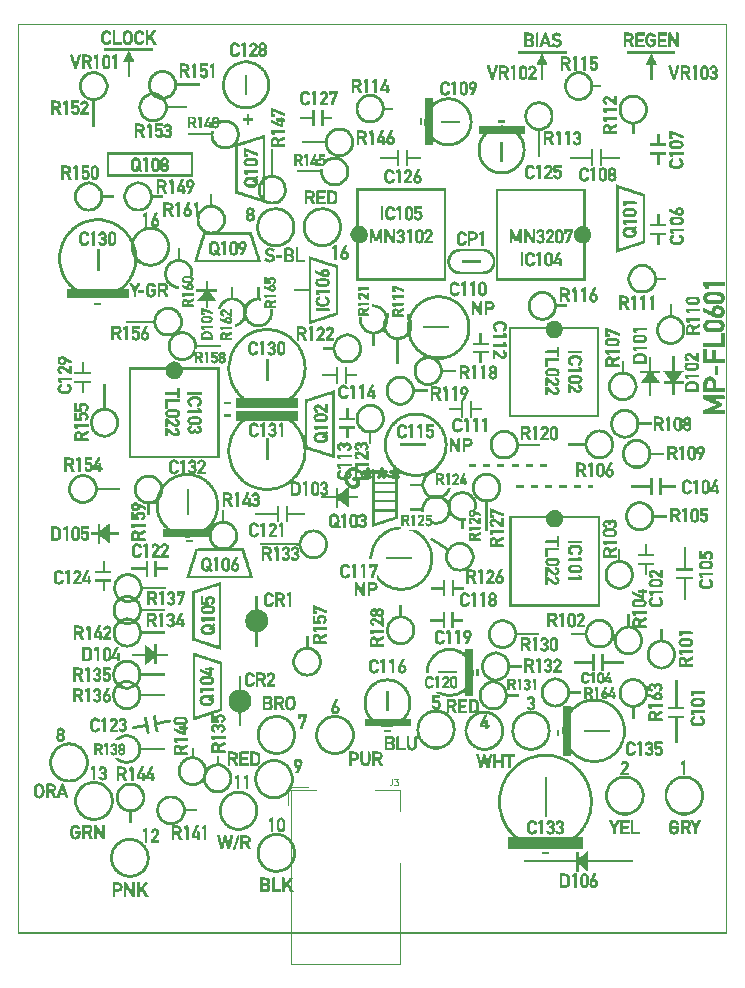
<source format=gbr>
%TF.GenerationSoftware,KiCad,Pcbnew,(6.0.0-0)*%
%TF.CreationDate,2023-01-06T22:19:44-08:00*%
%TF.ProjectId,Ibanez_FL-9,4962616e-657a-45f4-964c-2d392e6b6963,1.0.0*%
%TF.SameCoordinates,Original*%
%TF.FileFunction,Legend,Top*%
%TF.FilePolarity,Positive*%
%FSLAX46Y46*%
G04 Gerber Fmt 4.6, Leading zero omitted, Abs format (unit mm)*
G04 Created by KiCad (PCBNEW (6.0.0-0)) date 2023-01-06 22:19:44*
%MOMM*%
%LPD*%
G01*
G04 APERTURE LIST*
%ADD10C,0.300000*%
%ADD11C,0.100000*%
%ADD12C,0.120000*%
G04 APERTURE END LIST*
D10*
%TO.C,G\u002A\u002A\u002A*%
X208657428Y-77738000D02*
X208512285Y-77665428D01*
X208294571Y-77665428D01*
X208076857Y-77738000D01*
X207931714Y-77883142D01*
X207859142Y-78028285D01*
X207786571Y-78318571D01*
X207786571Y-78536285D01*
X207859142Y-78826571D01*
X207931714Y-78971714D01*
X208076857Y-79116857D01*
X208294571Y-79189428D01*
X208439714Y-79189428D01*
X208657428Y-79116857D01*
X208730000Y-79044285D01*
X208730000Y-78536285D01*
X208439714Y-78536285D01*
X209600857Y-77665428D02*
X209600857Y-78028285D01*
X209238000Y-77883142D02*
X209600857Y-78028285D01*
X209963714Y-77883142D01*
X209383142Y-78318571D02*
X209600857Y-78028285D01*
X209818571Y-78318571D01*
X210762000Y-77665428D02*
X210762000Y-78028285D01*
X210399142Y-77883142D02*
X210762000Y-78028285D01*
X211124857Y-77883142D01*
X210544285Y-78318571D02*
X210762000Y-78028285D01*
X210979714Y-78318571D01*
X211923142Y-77665428D02*
X211923142Y-78028285D01*
X211560285Y-77883142D02*
X211923142Y-78028285D01*
X212286000Y-77883142D01*
X211705428Y-78318571D02*
X211923142Y-78028285D01*
X212140857Y-78318571D01*
D11*
%TO.C,J3*%
X211633333Y-103926190D02*
X211633333Y-104283333D01*
X211609523Y-104354761D01*
X211561904Y-104402380D01*
X211490476Y-104426190D01*
X211442857Y-104426190D01*
X211823809Y-103926190D02*
X212133333Y-103926190D01*
X211966666Y-104116666D01*
X212038095Y-104116666D01*
X212085714Y-104140476D01*
X212109523Y-104164285D01*
X212133333Y-104211904D01*
X212133333Y-104330952D01*
X212109523Y-104378571D01*
X212085714Y-104402380D01*
X212038095Y-104426190D01*
X211895238Y-104426190D01*
X211847619Y-104402380D01*
X211823809Y-104378571D01*
%TO.C,G\u002A\u002A\u002A*%
G36*
X189553526Y-83260634D02*
G01*
X189555461Y-83168375D01*
X189559340Y-83107006D01*
X189565701Y-83070808D01*
X189575079Y-83054065D01*
X189584750Y-83050834D01*
X189610572Y-83033042D01*
X189616500Y-83006988D01*
X189635175Y-82948621D01*
X189682367Y-82910419D01*
X189720822Y-82902667D01*
X189756029Y-82894077D01*
X189764667Y-82881500D01*
X189784244Y-82870642D01*
X189836716Y-82863139D01*
X189912690Y-82860334D01*
X189912834Y-82860334D01*
X189988839Y-82863130D01*
X190041359Y-82870626D01*
X190061000Y-82881480D01*
X190061000Y-82881500D01*
X190077305Y-82901811D01*
X190083679Y-82902667D01*
X190115553Y-82916543D01*
X190149736Y-82946618D01*
X190166780Y-82975565D01*
X190166834Y-82976750D01*
X190182409Y-83005147D01*
X190216167Y-83035601D01*
X190248658Y-83050786D01*
X190249988Y-83050834D01*
X190271749Y-83035616D01*
X190272667Y-83029667D01*
X190290781Y-83013755D01*
X190325584Y-83008500D01*
X190368143Y-82997460D01*
X190378500Y-82976750D01*
X190396147Y-82950893D01*
X190420834Y-82945000D01*
X190455229Y-82936136D01*
X190463167Y-82923834D01*
X190481281Y-82907922D01*
X190516084Y-82902667D01*
X190555862Y-82895421D01*
X190569000Y-82881500D01*
X190587114Y-82865589D01*
X190621917Y-82860334D01*
X190664476Y-82849293D01*
X190674834Y-82828584D01*
X190686263Y-82800416D01*
X190696000Y-82796834D01*
X190714779Y-82813978D01*
X190717167Y-82828584D01*
X190734110Y-82856646D01*
X190748917Y-82860334D01*
X190769844Y-82872799D01*
X190779376Y-82915184D01*
X190780667Y-82955584D01*
X190776512Y-83018364D01*
X190762383Y-83046961D01*
X190748917Y-83050834D01*
X190720855Y-83067777D01*
X190717167Y-83082584D01*
X190698767Y-83108119D01*
X190664250Y-83114334D01*
X190624471Y-83121579D01*
X190611334Y-83135500D01*
X190593605Y-83152698D01*
X190569000Y-83156667D01*
X190534524Y-83169902D01*
X190526667Y-83188417D01*
X190508267Y-83213953D01*
X190473750Y-83220167D01*
X190433971Y-83227412D01*
X190420834Y-83241334D01*
X190403041Y-83258330D01*
X190376988Y-83262500D01*
X190318554Y-83280615D01*
X190282761Y-83332014D01*
X190272667Y-83398572D01*
X190272667Y-83474167D01*
X190494917Y-83474167D01*
X190596648Y-83476089D01*
X190670656Y-83481492D01*
X190711203Y-83489829D01*
X190717167Y-83495334D01*
X190734311Y-83514112D01*
X190748917Y-83516500D01*
X190768883Y-83527830D01*
X190778635Y-83567057D01*
X190780667Y-83622334D01*
X190780667Y-83728167D01*
X189553000Y-83728167D01*
X189553000Y-83474167D01*
X189764667Y-83474167D01*
X190061000Y-83474167D01*
X190061000Y-83368334D01*
X190057193Y-83307962D01*
X190047458Y-83269642D01*
X190039834Y-83262500D01*
X190025843Y-83243893D01*
X190018850Y-83198139D01*
X190018667Y-83188417D01*
X190016698Y-83143149D01*
X190003172Y-83121541D01*
X189966656Y-83114841D01*
X189921905Y-83114334D01*
X189849503Y-83119695D01*
X189803022Y-83140598D01*
X189777054Y-83184271D01*
X189766191Y-83257944D01*
X189764667Y-83324488D01*
X189764667Y-83474167D01*
X189553000Y-83474167D01*
X189553000Y-83389500D01*
X189553526Y-83260634D01*
G37*
G36*
X233348121Y-98536880D02*
G01*
X233351844Y-98433446D01*
X233357795Y-98364853D01*
X233365767Y-98334423D01*
X233368000Y-98333167D01*
X233383912Y-98315053D01*
X233389167Y-98280250D01*
X233400207Y-98237691D01*
X233420917Y-98227334D01*
X233449085Y-98215904D01*
X233452667Y-98206167D01*
X233470781Y-98190255D01*
X233505584Y-98185000D01*
X233548143Y-98173960D01*
X233558500Y-98153250D01*
X233567214Y-98136000D01*
X233598545Y-98126127D01*
X233660280Y-98121963D01*
X233706667Y-98121500D01*
X233789154Y-98124576D01*
X233840334Y-98133205D01*
X233854834Y-98144179D01*
X233870867Y-98180086D01*
X233906057Y-98214188D01*
X233937988Y-98227334D01*
X233959737Y-98243595D01*
X233960667Y-98250012D01*
X233972230Y-98281987D01*
X233998180Y-98310745D01*
X234025411Y-98325216D01*
X234040105Y-98317103D01*
X234065519Y-98296851D01*
X234100014Y-98290834D01*
X234141250Y-98279473D01*
X234151167Y-98259084D01*
X234169567Y-98233548D01*
X234204084Y-98227334D01*
X234243862Y-98220088D01*
X234257000Y-98206167D01*
X234275114Y-98190255D01*
X234309917Y-98185000D01*
X234352476Y-98173960D01*
X234362834Y-98153250D01*
X234381136Y-98127656D01*
X234413986Y-98121500D01*
X234456616Y-98111915D01*
X234473896Y-98095231D01*
X234489189Y-98083075D01*
X234517993Y-98104302D01*
X234537057Y-98140426D01*
X234549396Y-98195204D01*
X234554145Y-98254661D01*
X234550437Y-98304822D01*
X234537409Y-98331710D01*
X234532167Y-98333167D01*
X234513388Y-98350311D01*
X234511000Y-98364917D01*
X234492600Y-98390453D01*
X234458084Y-98396667D01*
X234418305Y-98403912D01*
X234405167Y-98417834D01*
X234387053Y-98433745D01*
X234352250Y-98439000D01*
X234312471Y-98446246D01*
X234299334Y-98460167D01*
X234281605Y-98477364D01*
X234257000Y-98481334D01*
X234222524Y-98494568D01*
X234214667Y-98513084D01*
X234196267Y-98538619D01*
X234161750Y-98544834D01*
X234121971Y-98552079D01*
X234108834Y-98566000D01*
X234091689Y-98584779D01*
X234077084Y-98587167D01*
X234055007Y-98601148D01*
X234045910Y-98647492D01*
X234045334Y-98671834D01*
X234045334Y-98756500D01*
X234269095Y-98756500D01*
X234383826Y-98758231D01*
X234462851Y-98765847D01*
X234512740Y-98782981D01*
X234540061Y-98813267D01*
X234551382Y-98860338D01*
X234553334Y-98913738D01*
X234553334Y-99010500D01*
X233346834Y-99010500D01*
X233346834Y-98756500D01*
X233558500Y-98756500D01*
X233854834Y-98756500D01*
X233854834Y-98650667D01*
X233851026Y-98590295D01*
X233841291Y-98551976D01*
X233833667Y-98544834D01*
X233819676Y-98526226D01*
X233812683Y-98480473D01*
X233812500Y-98470750D01*
X233810532Y-98425483D01*
X233797005Y-98403875D01*
X233760490Y-98397174D01*
X233715738Y-98396667D01*
X233643336Y-98402028D01*
X233596855Y-98422931D01*
X233570887Y-98466605D01*
X233560024Y-98540277D01*
X233558500Y-98606822D01*
X233558500Y-98756500D01*
X233346834Y-98756500D01*
X233346834Y-98671834D01*
X233348121Y-98536880D01*
G37*
G36*
X227590004Y-85070719D02*
G01*
X227650314Y-85097016D01*
X227673928Y-85139270D01*
X227674167Y-85144822D01*
X227691287Y-85164933D01*
X227705917Y-85167500D01*
X227723167Y-85176214D01*
X227733040Y-85207545D01*
X227737204Y-85269280D01*
X227737667Y-85315667D01*
X227737667Y-85463834D01*
X226531167Y-85463834D01*
X226531167Y-85367072D01*
X226532111Y-85316777D01*
X226538348Y-85278544D01*
X226554980Y-85250720D01*
X226587113Y-85231650D01*
X226639849Y-85219680D01*
X226718294Y-85213158D01*
X226827551Y-85210429D01*
X226972725Y-85209840D01*
X227016488Y-85209834D01*
X227441334Y-85209834D01*
X227441334Y-85156917D01*
X227430293Y-85114357D01*
X227409584Y-85104000D01*
X227381416Y-85092571D01*
X227377834Y-85082834D01*
X227396985Y-85071306D01*
X227446444Y-85063618D01*
X227495762Y-85061667D01*
X227590004Y-85070719D01*
G37*
G36*
X218741834Y-77526334D02*
G01*
X218128000Y-77526334D01*
X218128000Y-77208834D01*
X218741834Y-77208834D01*
X218741834Y-77526334D01*
G37*
G36*
X235971500Y-73218917D02*
G01*
X235960917Y-73229500D01*
X235950334Y-73218917D01*
X235960917Y-73208334D01*
X235971500Y-73218917D01*
G37*
G36*
X206190000Y-67366334D02*
G01*
X206340676Y-67365243D01*
X206458498Y-67362066D01*
X206540830Y-67356939D01*
X206585036Y-67350002D01*
X206592167Y-67345167D01*
X206609311Y-67326388D01*
X206623917Y-67324000D01*
X206642353Y-67314247D01*
X206646015Y-67301455D01*
X206851356Y-67301455D01*
X206854252Y-67302834D01*
X206873568Y-67287933D01*
X206877917Y-67281667D01*
X206883311Y-67261878D01*
X206880415Y-67260500D01*
X206861099Y-67275401D01*
X206856750Y-67281667D01*
X206851356Y-67301455D01*
X206646015Y-67301455D01*
X206652251Y-67279672D01*
X206655604Y-67212302D01*
X206655667Y-67197000D01*
X206658880Y-67129353D01*
X206667274Y-67083490D01*
X206676834Y-67070000D01*
X206692745Y-67051886D01*
X206698000Y-67017084D01*
X206709040Y-66974524D01*
X206729750Y-66964167D01*
X206755286Y-66945767D01*
X206761500Y-66911250D01*
X206768746Y-66871471D01*
X206782667Y-66858334D01*
X206799664Y-66840541D01*
X206803834Y-66814488D01*
X206818229Y-66764507D01*
X206852227Y-66724092D01*
X206886988Y-66710167D01*
X206904033Y-66692062D01*
X206909667Y-66657250D01*
X206916912Y-66617471D01*
X206930834Y-66604334D01*
X206951144Y-66588029D01*
X206952000Y-66581655D01*
X206970060Y-66541815D01*
X207012712Y-66509600D01*
X207056322Y-66498500D01*
X207091981Y-66485617D01*
X207100167Y-66466750D01*
X207117110Y-66438688D01*
X207131917Y-66435000D01*
X207160085Y-66423571D01*
X207163667Y-66413834D01*
X207181395Y-66396636D01*
X207206000Y-66392667D01*
X207240395Y-66383803D01*
X207248334Y-66371500D01*
X207266448Y-66355589D01*
X207301250Y-66350334D01*
X207343810Y-66339293D01*
X207354167Y-66318584D01*
X207372567Y-66293048D01*
X207407084Y-66286834D01*
X207446862Y-66279588D01*
X207460000Y-66265667D01*
X207479037Y-66253592D01*
X207527711Y-66245929D01*
X207565834Y-66244500D01*
X207632388Y-66241101D01*
X207664895Y-66229333D01*
X207671667Y-66212750D01*
X207678863Y-66197615D01*
X207705184Y-66188037D01*
X207757726Y-66182896D01*
X207843586Y-66181070D01*
X207872750Y-66181000D01*
X207968605Y-66182136D01*
X208029265Y-66186292D01*
X208061829Y-66194589D01*
X208073391Y-66208145D01*
X208073834Y-66212750D01*
X208086299Y-66233677D01*
X208128684Y-66243209D01*
X208169084Y-66244500D01*
X208225888Y-66248704D01*
X208259963Y-66259341D01*
X208264334Y-66265667D01*
X208282448Y-66281578D01*
X208317250Y-66286834D01*
X208359810Y-66297874D01*
X208370167Y-66318584D01*
X208388567Y-66344119D01*
X208423084Y-66350334D01*
X208462862Y-66357579D01*
X208476000Y-66371500D01*
X208493793Y-66388497D01*
X208519845Y-66392667D01*
X208564937Y-66405124D01*
X208605777Y-66433874D01*
X208624153Y-66465981D01*
X208624167Y-66466750D01*
X208639742Y-66495147D01*
X208673500Y-66525601D01*
X208705991Y-66540786D01*
X208707322Y-66540834D01*
X208728272Y-66557572D01*
X208730000Y-66567911D01*
X208745632Y-66600149D01*
X208772334Y-66625500D01*
X208805121Y-66659131D01*
X208814667Y-66683090D01*
X208828686Y-66708104D01*
X208837345Y-66710167D01*
X208877185Y-66728227D01*
X208909401Y-66770879D01*
X208920500Y-66814488D01*
X208933384Y-66850147D01*
X208952250Y-66858334D01*
X208977786Y-66876734D01*
X208984000Y-66911250D01*
X208991246Y-66951029D01*
X209005167Y-66964167D01*
X209019157Y-66982774D01*
X209026151Y-67028528D01*
X209026334Y-67038250D01*
X209031650Y-67087217D01*
X209044722Y-67111694D01*
X209047500Y-67112334D01*
X209058166Y-67132032D01*
X209065599Y-67185353D01*
X209068647Y-67263639D01*
X209068667Y-67271084D01*
X209070330Y-67354820D01*
X209076340Y-67403972D01*
X209088229Y-67426196D01*
X209100417Y-67429834D01*
X209126274Y-67447480D01*
X209132167Y-67472167D01*
X209118932Y-67506643D01*
X209100417Y-67514500D01*
X209083670Y-67522816D01*
X209073839Y-67552867D01*
X209069394Y-67612310D01*
X209068667Y-67673250D01*
X209066040Y-67753240D01*
X209058931Y-67808994D01*
X209048493Y-67831852D01*
X209047500Y-67832000D01*
X209033510Y-67850607D01*
X209026516Y-67896361D01*
X209026334Y-67906084D01*
X209021017Y-67955050D01*
X209007945Y-67979527D01*
X209005167Y-67980167D01*
X208989255Y-67998281D01*
X208984000Y-68033084D01*
X208976241Y-68072854D01*
X208961322Y-68086000D01*
X208921482Y-68104060D01*
X208889266Y-68146712D01*
X208878167Y-68190322D01*
X208865283Y-68225981D01*
X208846417Y-68234167D01*
X208818303Y-68248700D01*
X208814667Y-68261244D01*
X208799035Y-68293482D01*
X208772334Y-68318834D01*
X208739546Y-68352464D01*
X208730000Y-68376423D01*
X208713365Y-68401394D01*
X208702923Y-68403500D01*
X208670685Y-68419132D01*
X208645334Y-68445834D01*
X208602748Y-68479153D01*
X208566577Y-68488167D01*
X208529102Y-68496604D01*
X208518334Y-68510845D01*
X208500274Y-68550685D01*
X208457622Y-68582901D01*
X208414012Y-68594000D01*
X208378353Y-68606884D01*
X208370167Y-68625750D01*
X208354102Y-68649233D01*
X208302831Y-68657443D01*
X208296084Y-68657500D01*
X208247117Y-68662817D01*
X208222640Y-68675889D01*
X208222000Y-68678667D01*
X208201361Y-68686923D01*
X208141486Y-68693296D01*
X208045439Y-68697606D01*
X207916282Y-68699673D01*
X207862167Y-68699834D01*
X207721820Y-68698619D01*
X207613478Y-68695097D01*
X207540204Y-68689448D01*
X207505061Y-68681850D01*
X207502334Y-68678667D01*
X207483726Y-68664676D01*
X207437973Y-68657683D01*
X207428250Y-68657500D01*
X207373457Y-68650615D01*
X207354301Y-68628642D01*
X207354167Y-68625750D01*
X207336375Y-68599928D01*
X207310322Y-68594000D01*
X207260340Y-68579605D01*
X207219925Y-68545607D01*
X207206000Y-68510845D01*
X207188051Y-68493229D01*
X207157756Y-68488167D01*
X207108040Y-68471872D01*
X207079000Y-68445834D01*
X207045370Y-68413046D01*
X207021411Y-68403500D01*
X206996440Y-68386865D01*
X206994334Y-68376423D01*
X206978702Y-68344185D01*
X206952000Y-68318834D01*
X206919212Y-68285203D01*
X206909667Y-68261244D01*
X206895647Y-68236230D01*
X206886988Y-68234167D01*
X206847148Y-68216107D01*
X206814933Y-68173455D01*
X206803834Y-68129845D01*
X206795244Y-68094638D01*
X206782667Y-68086000D01*
X206766755Y-68067886D01*
X206761500Y-68033084D01*
X206750460Y-67990524D01*
X206729750Y-67980167D01*
X206706267Y-67964102D01*
X206698058Y-67912831D01*
X206698000Y-67906084D01*
X206692684Y-67857117D01*
X206679611Y-67832640D01*
X206676834Y-67832000D01*
X206664759Y-67812963D01*
X206657095Y-67764290D01*
X206655667Y-67726167D01*
X206652268Y-67659612D01*
X206640500Y-67627106D01*
X206623917Y-67620334D01*
X206595749Y-67608904D01*
X206592167Y-67599167D01*
X206571455Y-67591237D01*
X206511075Y-67585035D01*
X206413666Y-67580702D01*
X206281863Y-67578375D01*
X206190000Y-67578000D01*
X205787834Y-67578000D01*
X205787834Y-67472167D01*
X206846167Y-67472167D01*
X206848034Y-67552668D01*
X206854748Y-67598742D01*
X206867977Y-67618173D01*
X206877917Y-67620334D01*
X206897883Y-67631663D01*
X206907635Y-67670890D01*
X206909667Y-67726167D01*
X206913474Y-67786539D01*
X206923209Y-67824858D01*
X206930834Y-67832000D01*
X206946745Y-67850114D01*
X206952000Y-67884917D01*
X206959246Y-67924696D01*
X206973167Y-67937834D01*
X206989078Y-67955948D01*
X206994334Y-67990750D01*
X207003581Y-68030493D01*
X207021411Y-68043667D01*
X207053649Y-68059298D01*
X207079000Y-68086000D01*
X207112631Y-68118788D01*
X207136590Y-68128334D01*
X207161560Y-68144969D01*
X207163667Y-68155411D01*
X207179298Y-68187649D01*
X207206000Y-68213000D01*
X207238788Y-68246631D01*
X207248334Y-68270590D01*
X207266406Y-68290926D01*
X207301250Y-68297667D01*
X207341029Y-68304912D01*
X207354167Y-68318834D01*
X207371311Y-68337612D01*
X207385917Y-68340000D01*
X207413979Y-68356943D01*
X207417667Y-68371750D01*
X207433732Y-68395233D01*
X207485003Y-68403443D01*
X207491750Y-68403500D01*
X207540717Y-68408817D01*
X207565194Y-68421889D01*
X207565834Y-68424667D01*
X207585113Y-68435941D01*
X207635479Y-68443585D01*
X207692834Y-68445834D01*
X207760481Y-68449047D01*
X207806344Y-68457441D01*
X207819834Y-68467000D01*
X207837562Y-68484198D01*
X207862167Y-68488167D01*
X207896562Y-68479303D01*
X207904500Y-68467000D01*
X207923780Y-68455726D01*
X207974146Y-68448082D01*
X208031500Y-68445834D01*
X208099148Y-68442620D01*
X208145010Y-68434226D01*
X208158500Y-68424667D01*
X208177278Y-68411412D01*
X208224188Y-68404040D01*
X208243167Y-68403500D01*
X208296180Y-68398471D01*
X208325672Y-68385909D01*
X208327834Y-68380822D01*
X208345893Y-68340982D01*
X208388545Y-68308766D01*
X208432155Y-68297667D01*
X208467353Y-68288471D01*
X208476000Y-68274988D01*
X208489600Y-68242477D01*
X208506238Y-68222072D01*
X208541653Y-68196856D01*
X208559155Y-68191834D01*
X208580106Y-68175095D01*
X208581834Y-68164756D01*
X208597465Y-68132518D01*
X208624167Y-68107167D01*
X208657486Y-68064581D01*
X208666500Y-68028411D01*
X208674938Y-67990935D01*
X208689179Y-67980167D01*
X208731112Y-67961047D01*
X208761156Y-67911308D01*
X208772334Y-67844095D01*
X208777551Y-67794531D01*
X208790412Y-67769308D01*
X208793500Y-67768500D01*
X208806123Y-67749582D01*
X208813696Y-67701716D01*
X208814667Y-67673250D01*
X208818822Y-67610470D01*
X208832950Y-67581873D01*
X208846417Y-67578000D01*
X208866383Y-67566670D01*
X208876135Y-67527443D01*
X208878167Y-67472167D01*
X208874768Y-67405612D01*
X208863000Y-67373106D01*
X208846417Y-67366334D01*
X208827981Y-67356580D01*
X208818083Y-67322005D01*
X208814729Y-67254636D01*
X208814667Y-67239334D01*
X208811454Y-67171686D01*
X208803059Y-67125823D01*
X208793500Y-67112334D01*
X208777589Y-67094219D01*
X208772334Y-67059417D01*
X208765088Y-67019638D01*
X208751167Y-67006500D01*
X208735255Y-66988386D01*
X208730000Y-66953584D01*
X208722241Y-66913813D01*
X208707322Y-66900667D01*
X208675448Y-66886791D01*
X208641264Y-66856715D01*
X208624220Y-66827769D01*
X208624167Y-66826584D01*
X208609870Y-66800738D01*
X208579578Y-66769819D01*
X208552190Y-66752725D01*
X208550084Y-66752500D01*
X208521687Y-66736925D01*
X208491232Y-66703167D01*
X208476048Y-66670676D01*
X208476000Y-66669345D01*
X208458880Y-66649234D01*
X208444250Y-66646667D01*
X208416082Y-66635237D01*
X208412500Y-66625500D01*
X208394772Y-66608303D01*
X208370167Y-66604334D01*
X208335691Y-66591099D01*
X208327834Y-66572584D01*
X208309433Y-66547048D01*
X208274917Y-66540834D01*
X208235138Y-66533588D01*
X208222000Y-66519667D01*
X208203393Y-66505676D01*
X208157639Y-66498683D01*
X208147917Y-66498500D01*
X208093124Y-66491615D01*
X208073967Y-66469642D01*
X208073834Y-66466750D01*
X208066637Y-66451615D01*
X208040316Y-66442037D01*
X207987774Y-66436896D01*
X207901914Y-66435070D01*
X207872750Y-66435000D01*
X207776896Y-66436136D01*
X207716235Y-66440292D01*
X207683672Y-66448589D01*
X207672109Y-66462145D01*
X207671667Y-66466750D01*
X207657686Y-66488827D01*
X207611341Y-66497924D01*
X207587000Y-66498500D01*
X207533982Y-66503195D01*
X207504492Y-66514922D01*
X207502334Y-66519667D01*
X207484605Y-66536864D01*
X207460000Y-66540834D01*
X207425524Y-66554068D01*
X207417667Y-66572584D01*
X207399267Y-66598119D01*
X207364750Y-66604334D01*
X207324971Y-66611579D01*
X207311834Y-66625500D01*
X207294689Y-66644279D01*
X207280084Y-66646667D01*
X207252021Y-66663610D01*
X207248334Y-66678417D01*
X207230687Y-66704274D01*
X207206000Y-66710167D01*
X207171605Y-66719031D01*
X207163667Y-66731334D01*
X207146523Y-66750112D01*
X207131917Y-66752500D01*
X207106095Y-66770292D01*
X207100167Y-66796345D01*
X207085771Y-66846327D01*
X207051773Y-66886742D01*
X207017012Y-66900667D01*
X206999968Y-66918771D01*
X206994334Y-66953584D01*
X206987088Y-66993362D01*
X206973167Y-67006500D01*
X206957255Y-67024614D01*
X206952000Y-67059417D01*
X206944755Y-67099196D01*
X206930834Y-67112334D01*
X206918759Y-67131370D01*
X206911095Y-67180044D01*
X206909667Y-67218167D01*
X206906268Y-67284721D01*
X206894500Y-67317228D01*
X206877917Y-67324000D01*
X206860667Y-67332714D01*
X206850794Y-67364045D01*
X206846630Y-67425780D01*
X206846167Y-67472167D01*
X205787834Y-67472167D01*
X205787834Y-67366334D01*
X206190000Y-67366334D01*
G37*
G36*
X192632410Y-74184439D02*
G01*
X192672002Y-74193082D01*
X192685416Y-74209925D01*
X192685667Y-74213750D01*
X192704067Y-74239286D01*
X192738584Y-74245500D01*
X192778362Y-74252746D01*
X192791500Y-74266667D01*
X192808644Y-74285445D01*
X192823250Y-74287834D01*
X192851410Y-74299772D01*
X192855000Y-74309962D01*
X192871616Y-74345862D01*
X192911558Y-74387316D01*
X192959967Y-74421602D01*
X193001986Y-74435999D01*
X193002205Y-74436000D01*
X193037435Y-74449010D01*
X193045500Y-74467750D01*
X193057729Y-74495905D01*
X193068179Y-74499500D01*
X193100053Y-74513376D01*
X193134236Y-74543452D01*
X193151280Y-74572398D01*
X193151334Y-74573584D01*
X193170472Y-74608341D01*
X193219882Y-74634944D01*
X193287557Y-74647390D01*
X193299500Y-74647667D01*
X193362362Y-74640687D01*
X193409833Y-74623334D01*
X193417429Y-74617429D01*
X193439431Y-74580271D01*
X193447179Y-74537471D01*
X193439372Y-74505954D01*
X193426500Y-74499500D01*
X193407722Y-74482356D01*
X193405334Y-74467750D01*
X193393105Y-74439595D01*
X193382655Y-74436000D01*
X193339844Y-74416645D01*
X193310847Y-74363455D01*
X193299533Y-74283742D01*
X193299500Y-74278762D01*
X193299500Y-74182000D01*
X193405334Y-74182000D01*
X193476864Y-74186815D01*
X193508932Y-74201567D01*
X193511167Y-74209077D01*
X193526798Y-74241316D01*
X193553500Y-74266667D01*
X193586288Y-74300297D01*
X193595834Y-74324256D01*
X193612874Y-74348232D01*
X193627584Y-74351334D01*
X193651066Y-74367398D01*
X193659276Y-74418670D01*
X193659334Y-74425417D01*
X193664650Y-74474384D01*
X193677722Y-74498860D01*
X193680500Y-74499500D01*
X193696412Y-74517614D01*
X193701667Y-74552417D01*
X193694421Y-74592196D01*
X193680500Y-74605334D01*
X193666510Y-74623941D01*
X193659516Y-74669694D01*
X193659334Y-74679417D01*
X193653639Y-74728378D01*
X193639636Y-74752858D01*
X193636655Y-74753500D01*
X193600748Y-74769533D01*
X193566645Y-74804724D01*
X193553500Y-74836655D01*
X193535396Y-74853699D01*
X193500584Y-74859334D01*
X193460805Y-74866579D01*
X193447667Y-74880500D01*
X193428387Y-74891775D01*
X193378021Y-74899419D01*
X193320667Y-74901667D01*
X193253019Y-74898454D01*
X193207157Y-74890059D01*
X193193667Y-74880500D01*
X193175939Y-74863303D01*
X193151334Y-74859334D01*
X193116857Y-74846099D01*
X193109000Y-74827584D01*
X193092057Y-74799521D01*
X193077250Y-74795834D01*
X193049082Y-74784404D01*
X193045500Y-74774667D01*
X193027386Y-74758755D01*
X192992584Y-74753500D01*
X192952810Y-74745928D01*
X192939667Y-74731371D01*
X192924758Y-74700587D01*
X192889608Y-74659777D01*
X192848575Y-74623305D01*
X192816024Y-74605531D01*
X192813629Y-74605334D01*
X192794002Y-74588205D01*
X192791500Y-74573584D01*
X192773100Y-74548048D01*
X192738584Y-74541834D01*
X192712959Y-74543485D01*
X192697320Y-74554029D01*
X192689202Y-74581845D01*
X192686139Y-74635315D01*
X192685667Y-74721750D01*
X192685667Y-74901667D01*
X192431667Y-74901667D01*
X192431667Y-74182000D01*
X192558667Y-74182000D01*
X192632410Y-74184439D01*
G37*
G36*
X218143936Y-45034643D02*
G01*
X218166274Y-44990132D01*
X218200342Y-44972701D01*
X218211155Y-44972000D01*
X218232903Y-44955738D01*
X218233834Y-44949322D01*
X218251893Y-44909482D01*
X218294545Y-44877266D01*
X218338155Y-44866167D01*
X218373814Y-44853283D01*
X218382000Y-44834417D01*
X218394466Y-44813490D01*
X218436851Y-44803958D01*
X218477250Y-44802667D01*
X218540031Y-44806822D01*
X218568627Y-44820950D01*
X218572500Y-44834417D01*
X218588224Y-44857680D01*
X218638733Y-44866061D01*
X218648095Y-44866167D01*
X218724314Y-44880055D01*
X218771001Y-44919461D01*
X218784167Y-44970488D01*
X218792756Y-45005696D01*
X218805334Y-45014334D01*
X218815642Y-45034231D01*
X218822941Y-45088958D01*
X218826356Y-45171062D01*
X218826500Y-45194250D01*
X218824159Y-45281869D01*
X218817721Y-45343917D01*
X218808062Y-45372942D01*
X218805334Y-45374167D01*
X218789422Y-45392281D01*
X218784167Y-45427084D01*
X218776921Y-45466862D01*
X218763000Y-45480000D01*
X218749010Y-45498607D01*
X218742016Y-45544361D01*
X218741834Y-45554084D01*
X218734949Y-45608877D01*
X218712975Y-45628033D01*
X218710084Y-45628167D01*
X218684548Y-45646567D01*
X218678334Y-45681084D01*
X218671088Y-45720862D01*
X218657167Y-45734000D01*
X218641255Y-45752114D01*
X218636000Y-45786917D01*
X218624960Y-45829476D01*
X218604250Y-45839834D01*
X218578714Y-45858234D01*
X218572500Y-45892750D01*
X218565255Y-45932529D01*
X218551334Y-45945667D01*
X218534136Y-45963395D01*
X218530167Y-45988000D01*
X218526169Y-46010248D01*
X218508143Y-46022993D01*
X218467035Y-46028822D01*
X218393794Y-46030322D01*
X218382000Y-46030334D01*
X218305994Y-46027537D01*
X218253475Y-46020041D01*
X218233834Y-46009187D01*
X218233834Y-46009167D01*
X218249941Y-45988615D01*
X218255000Y-45988000D01*
X218270912Y-45969886D01*
X218276167Y-45935084D01*
X218287207Y-45892524D01*
X218307917Y-45882167D01*
X218333453Y-45863767D01*
X218339667Y-45829250D01*
X218346912Y-45789471D01*
X218360834Y-45776334D01*
X218376745Y-45758219D01*
X218382000Y-45723417D01*
X218389246Y-45683638D01*
X218403167Y-45670500D01*
X218420364Y-45652772D01*
X218424334Y-45628167D01*
X218416046Y-45598990D01*
X218383695Y-45587217D01*
X218350250Y-45585834D01*
X218301289Y-45580139D01*
X218276809Y-45566136D01*
X218276167Y-45563155D01*
X218260134Y-45527248D01*
X218224943Y-45493145D01*
X218193012Y-45480000D01*
X218172901Y-45462880D01*
X218170334Y-45448250D01*
X218158904Y-45420082D01*
X218149167Y-45416500D01*
X218139048Y-45396507D01*
X218131822Y-45341117D01*
X218128249Y-45257210D01*
X218128000Y-45224488D01*
X218128297Y-45215417D01*
X218339667Y-45215417D01*
X218346912Y-45255196D01*
X218360834Y-45268334D01*
X218376745Y-45286448D01*
X218382000Y-45321250D01*
X218387535Y-45357036D01*
X218412443Y-45371685D01*
X218456084Y-45374167D01*
X218505045Y-45368472D01*
X218529525Y-45354469D01*
X218530167Y-45351488D01*
X218546200Y-45315581D01*
X218581390Y-45281479D01*
X218613322Y-45268334D01*
X218630366Y-45250229D01*
X218636000Y-45215417D01*
X218624960Y-45172857D01*
X218604250Y-45162500D01*
X218578714Y-45144100D01*
X218572500Y-45109584D01*
X218568552Y-45076930D01*
X218549147Y-45061459D01*
X218502941Y-45056869D01*
X218477250Y-45056667D01*
X218418473Y-45058860D01*
X218390626Y-45069641D01*
X218382364Y-45095311D01*
X218382000Y-45109584D01*
X218374755Y-45149362D01*
X218360834Y-45162500D01*
X218344922Y-45180614D01*
X218339667Y-45215417D01*
X218128297Y-45215417D01*
X218131715Y-45111129D01*
X218143936Y-45034643D01*
G37*
G36*
X234870834Y-51068000D02*
G01*
X234299334Y-51068000D01*
X234299334Y-51893500D01*
X234108834Y-51893500D01*
X234108834Y-51068000D01*
X233495000Y-51068000D01*
X233495000Y-50856334D01*
X234870834Y-50856334D01*
X234870834Y-51068000D01*
G37*
G36*
X186125034Y-52416362D02*
G01*
X186128053Y-52293630D01*
X186132936Y-52206598D01*
X186139562Y-52157713D01*
X186145167Y-52147500D01*
X186163945Y-52130356D01*
X186166334Y-52115750D01*
X186178562Y-52087595D01*
X186189012Y-52084000D01*
X186224919Y-52067967D01*
X186259022Y-52032777D01*
X186272167Y-52000845D01*
X186290271Y-51983801D01*
X186325084Y-51978167D01*
X186364862Y-51970921D01*
X186378000Y-51957000D01*
X186396919Y-51944377D01*
X186444785Y-51936805D01*
X186473250Y-51935834D01*
X186530055Y-51940038D01*
X186564130Y-51950674D01*
X186568500Y-51957000D01*
X186586614Y-51972912D01*
X186621417Y-51978167D01*
X186663976Y-51989207D01*
X186674334Y-52009917D01*
X186686562Y-52038072D01*
X186697012Y-52041667D01*
X186732919Y-52057700D01*
X186767022Y-52092890D01*
X186780167Y-52124822D01*
X186795384Y-52146583D01*
X186801334Y-52147500D01*
X186809264Y-52168212D01*
X186815465Y-52228592D01*
X186819798Y-52326001D01*
X186822125Y-52457804D01*
X186822500Y-52549667D01*
X186821410Y-52700342D01*
X186818232Y-52818165D01*
X186813105Y-52900497D01*
X186806168Y-52944702D01*
X186801334Y-52951834D01*
X186785422Y-52969948D01*
X186780167Y-53004750D01*
X186772921Y-53044529D01*
X186759000Y-53057667D01*
X186740222Y-53074811D01*
X186737834Y-53089417D01*
X186720890Y-53117479D01*
X186706084Y-53121167D01*
X186677916Y-53132596D01*
X186674334Y-53142334D01*
X186655726Y-53156324D01*
X186609973Y-53163317D01*
X186600250Y-53163500D01*
X186545457Y-53170385D01*
X186526301Y-53192359D01*
X186526167Y-53195250D01*
X186507767Y-53220786D01*
X186473250Y-53227000D01*
X186430691Y-53215960D01*
X186420334Y-53195250D01*
X186401861Y-53170309D01*
X186355322Y-53163500D01*
X186292695Y-53150970D01*
X186246426Y-53119307D01*
X186229834Y-53080345D01*
X186213572Y-53058597D01*
X186207155Y-53057667D01*
X186174644Y-53044067D01*
X186154238Y-53027429D01*
X186143507Y-53008676D01*
X186135514Y-52973373D01*
X186129914Y-52916306D01*
X186126359Y-52832261D01*
X186124504Y-52716023D01*
X186124032Y-52581417D01*
X186314500Y-52581417D01*
X186315170Y-52698496D01*
X186317636Y-52779417D01*
X186322582Y-52830343D01*
X186330694Y-52857434D01*
X186342655Y-52866852D01*
X186346250Y-52867167D01*
X186372107Y-52884813D01*
X186378000Y-52909500D01*
X186387697Y-52940204D01*
X186424069Y-52951276D01*
X186443012Y-52951834D01*
X186499553Y-52942388D01*
X186538262Y-52921595D01*
X186550039Y-52900785D01*
X186558497Y-52861747D01*
X186564086Y-52798815D01*
X186567255Y-52706322D01*
X186568455Y-52578599D01*
X186568500Y-52540595D01*
X186568500Y-52189834D01*
X186473250Y-52189834D01*
X186414473Y-52192027D01*
X186386626Y-52202808D01*
X186378364Y-52228477D01*
X186378000Y-52242750D01*
X186366960Y-52285310D01*
X186346250Y-52295667D01*
X186333241Y-52301695D01*
X186324250Y-52323887D01*
X186318592Y-52368405D01*
X186315582Y-52441409D01*
X186314535Y-52549062D01*
X186314500Y-52581417D01*
X186124032Y-52581417D01*
X186124000Y-52572345D01*
X186125034Y-52416362D01*
G37*
G36*
X191733167Y-93316667D02*
G01*
X192685667Y-93316667D01*
X192685667Y-93507167D01*
X191733167Y-93507167D01*
X191733167Y-94184500D01*
X191521500Y-94184500D01*
X191521500Y-93898750D01*
X191519985Y-93778063D01*
X191515645Y-93687452D01*
X191508789Y-93631072D01*
X191500334Y-93613000D01*
X191480023Y-93629305D01*
X191479167Y-93635679D01*
X191463134Y-93671586D01*
X191427943Y-93705688D01*
X191396012Y-93718834D01*
X191374264Y-93735095D01*
X191373334Y-93741512D01*
X191355947Y-93780067D01*
X191316171Y-93813077D01*
X191278084Y-93824667D01*
X191233921Y-93839846D01*
X191196109Y-93874570D01*
X191182834Y-93907822D01*
X191166572Y-93929570D01*
X191160155Y-93930500D01*
X191124248Y-93946533D01*
X191090145Y-93981724D01*
X191077000Y-94013655D01*
X191059221Y-94031861D01*
X191033155Y-94036334D01*
X190983174Y-94050729D01*
X190942758Y-94084727D01*
X190928834Y-94119488D01*
X190912950Y-94141241D01*
X190906705Y-94142167D01*
X190875920Y-94157075D01*
X190835111Y-94192226D01*
X190798638Y-94233258D01*
X190780864Y-94265810D01*
X190780667Y-94268205D01*
X190763538Y-94287831D01*
X190748917Y-94290334D01*
X190737581Y-94285029D01*
X190729244Y-94265545D01*
X190723470Y-94226531D01*
X190719826Y-94162632D01*
X190717878Y-94068497D01*
X190717192Y-93938772D01*
X190717167Y-93898750D01*
X190717167Y-93507167D01*
X189616500Y-93507167D01*
X189616500Y-93316667D01*
X190717167Y-93316667D01*
X190717167Y-92925084D01*
X190717597Y-92785278D01*
X190719177Y-92682446D01*
X190722340Y-92611237D01*
X190727521Y-92566296D01*
X190735154Y-92542272D01*
X190745672Y-92533811D01*
X190748917Y-92533500D01*
X190776979Y-92550443D01*
X190780667Y-92565250D01*
X190798313Y-92591107D01*
X190823000Y-92597000D01*
X190857395Y-92605864D01*
X190865334Y-92618167D01*
X190882478Y-92636945D01*
X190897084Y-92639334D01*
X190925239Y-92651562D01*
X190928834Y-92662012D01*
X190944867Y-92697919D01*
X190980057Y-92732022D01*
X191011988Y-92745167D01*
X191032099Y-92762287D01*
X191034667Y-92776917D01*
X191052313Y-92802774D01*
X191077000Y-92808667D01*
X191111395Y-92817531D01*
X191119334Y-92829834D01*
X191135638Y-92850144D01*
X191142012Y-92851000D01*
X191177919Y-92867033D01*
X191212022Y-92902224D01*
X191225167Y-92934155D01*
X191241429Y-92955903D01*
X191247845Y-92956834D01*
X191283753Y-92972867D01*
X191317855Y-93008057D01*
X191331000Y-93039988D01*
X191348779Y-93058194D01*
X191374845Y-93062667D01*
X191424827Y-93077062D01*
X191465242Y-93111060D01*
X191479167Y-93145822D01*
X191494384Y-93167583D01*
X191500334Y-93168500D01*
X191508768Y-93147905D01*
X191515233Y-93088336D01*
X191519520Y-92993113D01*
X191521422Y-92865559D01*
X191521500Y-92829834D01*
X191521500Y-92491167D01*
X191733167Y-92491167D01*
X191733167Y-93316667D01*
G37*
G36*
X220647935Y-105505380D02*
G01*
X220649648Y-105397652D01*
X220652434Y-105319255D01*
X220656518Y-105265859D01*
X220662124Y-105233128D01*
X220669476Y-105216732D01*
X220678584Y-105212334D01*
X220697019Y-105202580D01*
X220706917Y-105168005D01*
X220710271Y-105100636D01*
X220710334Y-105085334D01*
X220713547Y-105017686D01*
X220721941Y-104971823D01*
X220731500Y-104958334D01*
X220743575Y-104939297D01*
X220751238Y-104890623D01*
X220752667Y-104852500D01*
X220756066Y-104785946D01*
X220767834Y-104753439D01*
X220784417Y-104746667D01*
X220807900Y-104730602D01*
X220816109Y-104679331D01*
X220816167Y-104672584D01*
X220821483Y-104623617D01*
X220834556Y-104599140D01*
X220837334Y-104598500D01*
X220850588Y-104579722D01*
X220857960Y-104532812D01*
X220858500Y-104513834D01*
X220863195Y-104460815D01*
X220874922Y-104431326D01*
X220879667Y-104429167D01*
X220893657Y-104410560D01*
X220900651Y-104364806D01*
X220900834Y-104355084D01*
X220907718Y-104300290D01*
X220929692Y-104281134D01*
X220932584Y-104281000D01*
X220958119Y-104262600D01*
X220964334Y-104228084D01*
X220971579Y-104188305D01*
X220985500Y-104175167D01*
X221001412Y-104157053D01*
X221006667Y-104122250D01*
X221017707Y-104079691D01*
X221038417Y-104069334D01*
X221064274Y-104051687D01*
X221070167Y-104027000D01*
X221079031Y-103992605D01*
X221091334Y-103984667D01*
X221107245Y-103966553D01*
X221112500Y-103931750D01*
X221119746Y-103891971D01*
X221133667Y-103878834D01*
X221149578Y-103860719D01*
X221154834Y-103825917D01*
X221165874Y-103783357D01*
X221186584Y-103773000D01*
X221212274Y-103754875D01*
X221218334Y-103724756D01*
X221234629Y-103675040D01*
X221260667Y-103646000D01*
X221293986Y-103603415D01*
X221303000Y-103567244D01*
X221314929Y-103528207D01*
X221334750Y-103519000D01*
X221362905Y-103506772D01*
X221366500Y-103496322D01*
X221382533Y-103460414D01*
X221417724Y-103426312D01*
X221449655Y-103413167D01*
X221467272Y-103395218D01*
X221472334Y-103364923D01*
X221488629Y-103315207D01*
X221514667Y-103286167D01*
X221547455Y-103252536D01*
X221557000Y-103228577D01*
X221571020Y-103203563D01*
X221579679Y-103201500D01*
X221615586Y-103185467D01*
X221649688Y-103150277D01*
X221662834Y-103118345D01*
X221679095Y-103096597D01*
X221685512Y-103095667D01*
X221725352Y-103077607D01*
X221757567Y-103034955D01*
X221768667Y-102991345D01*
X221782639Y-102955178D01*
X221812512Y-102947500D01*
X221862493Y-102933105D01*
X221902909Y-102899107D01*
X221916834Y-102864345D01*
X221932717Y-102842592D01*
X221938962Y-102841667D01*
X221969747Y-102826758D01*
X222010556Y-102791608D01*
X222047029Y-102750575D01*
X222064803Y-102718024D01*
X222065000Y-102715629D01*
X222081278Y-102694403D01*
X222087679Y-102693500D01*
X222123586Y-102677467D01*
X222157688Y-102642277D01*
X222170834Y-102610345D01*
X222188612Y-102592140D01*
X222214679Y-102587667D01*
X222264660Y-102573271D01*
X222305075Y-102539273D01*
X222319000Y-102504512D01*
X222336949Y-102486895D01*
X222367244Y-102481834D01*
X222416960Y-102465538D01*
X222446000Y-102439500D01*
X222488586Y-102406181D01*
X222524756Y-102397167D01*
X222563793Y-102385238D01*
X222573000Y-102365417D01*
X222589943Y-102337355D01*
X222604750Y-102333667D01*
X222632918Y-102322237D01*
X222636500Y-102312500D01*
X222654228Y-102295303D01*
X222678834Y-102291334D01*
X222713310Y-102278099D01*
X222721167Y-102259584D01*
X222739567Y-102234048D01*
X222774084Y-102227834D01*
X222813862Y-102220588D01*
X222827000Y-102206667D01*
X222845114Y-102190755D01*
X222879917Y-102185500D01*
X222922476Y-102174460D01*
X222932834Y-102153750D01*
X222951234Y-102128214D01*
X222985750Y-102122000D01*
X223025529Y-102114755D01*
X223038667Y-102100834D01*
X223057274Y-102086843D01*
X223103028Y-102079850D01*
X223112750Y-102079667D01*
X223161717Y-102074350D01*
X223186194Y-102061278D01*
X223186834Y-102058500D01*
X223204948Y-102042589D01*
X223239750Y-102037334D01*
X223282310Y-102026293D01*
X223292667Y-102005584D01*
X223305132Y-101984657D01*
X223347518Y-101975124D01*
X223387917Y-101973834D01*
X223444722Y-101969629D01*
X223478796Y-101958993D01*
X223483167Y-101952667D01*
X223501774Y-101938676D01*
X223547528Y-101931683D01*
X223557250Y-101931500D01*
X223612043Y-101924615D01*
X223631200Y-101902642D01*
X223631334Y-101899750D01*
X223641087Y-101881314D01*
X223675662Y-101871416D01*
X223743031Y-101868063D01*
X223758334Y-101868000D01*
X223825981Y-101864787D01*
X223871844Y-101856393D01*
X223885334Y-101846834D01*
X223905032Y-101836168D01*
X223958353Y-101828734D01*
X224036639Y-101825687D01*
X224044084Y-101825667D01*
X224127820Y-101824004D01*
X224176972Y-101817993D01*
X224199196Y-101806105D01*
X224202834Y-101793917D01*
X224207993Y-101782965D01*
X224226914Y-101774800D01*
X224264761Y-101769035D01*
X224326696Y-101765283D01*
X224417883Y-101763156D01*
X224543486Y-101762268D01*
X224626167Y-101762167D01*
X224772198Y-101762554D01*
X224881064Y-101763973D01*
X224957929Y-101766811D01*
X225007956Y-101771456D01*
X225036309Y-101778296D01*
X225048152Y-101787716D01*
X225049500Y-101793917D01*
X225057181Y-101809790D01*
X225085142Y-101819505D01*
X225140757Y-101824363D01*
X225229417Y-101825667D01*
X225317036Y-101828008D01*
X225379083Y-101834446D01*
X225408109Y-101844105D01*
X225409334Y-101846834D01*
X225428370Y-101858908D01*
X225477044Y-101866572D01*
X225515167Y-101868000D01*
X225581721Y-101871399D01*
X225614228Y-101883167D01*
X225621000Y-101899750D01*
X225633466Y-101920677D01*
X225675851Y-101930209D01*
X225716250Y-101931500D01*
X225773055Y-101935704D01*
X225807130Y-101946341D01*
X225811500Y-101952667D01*
X225830107Y-101966657D01*
X225875861Y-101973651D01*
X225885584Y-101973834D01*
X225940377Y-101980718D01*
X225959533Y-102002692D01*
X225959667Y-102005584D01*
X225975732Y-102029066D01*
X226027003Y-102037276D01*
X226033750Y-102037334D01*
X226082717Y-102042650D01*
X226107194Y-102055722D01*
X226107834Y-102058500D01*
X226125948Y-102074412D01*
X226160750Y-102079667D01*
X226200529Y-102086912D01*
X226213667Y-102100834D01*
X226231781Y-102116745D01*
X226266584Y-102122000D01*
X226309143Y-102133040D01*
X226319500Y-102153750D01*
X226337900Y-102179286D01*
X226372417Y-102185500D01*
X226412196Y-102192746D01*
X226425334Y-102206667D01*
X226443448Y-102222578D01*
X226478250Y-102227834D01*
X226520810Y-102238874D01*
X226531167Y-102259584D01*
X226548813Y-102285441D01*
X226573500Y-102291334D01*
X226607895Y-102300198D01*
X226615834Y-102312500D01*
X226633948Y-102328412D01*
X226668750Y-102333667D01*
X226708520Y-102341426D01*
X226721667Y-102356345D01*
X226739727Y-102396185D01*
X226782379Y-102428401D01*
X226825988Y-102439500D01*
X226861196Y-102448090D01*
X226869834Y-102460667D01*
X226886978Y-102479445D01*
X226901584Y-102481834D01*
X226929646Y-102498777D01*
X226933334Y-102513584D01*
X226950980Y-102539441D01*
X226975667Y-102545334D01*
X227010062Y-102554198D01*
X227018000Y-102566500D01*
X227035144Y-102585279D01*
X227049750Y-102587667D01*
X227077905Y-102599895D01*
X227081500Y-102610345D01*
X227099560Y-102650185D01*
X227142212Y-102682401D01*
X227185822Y-102693500D01*
X227221019Y-102702696D01*
X227229667Y-102716179D01*
X227243543Y-102748053D01*
X227273618Y-102782236D01*
X227302565Y-102799280D01*
X227303750Y-102799334D01*
X227332147Y-102814909D01*
X227362601Y-102848667D01*
X227377786Y-102881158D01*
X227377834Y-102882488D01*
X227394095Y-102904237D01*
X227400512Y-102905167D01*
X227432386Y-102919043D01*
X227466570Y-102949118D01*
X227483613Y-102978065D01*
X227483667Y-102979250D01*
X227497964Y-103005096D01*
X227528255Y-103036015D01*
X227555644Y-103053108D01*
X227557750Y-103053334D01*
X227583596Y-103067630D01*
X227614515Y-103097922D01*
X227631608Y-103125311D01*
X227631834Y-103127417D01*
X227647409Y-103155813D01*
X227681167Y-103186268D01*
X227713658Y-103201452D01*
X227714988Y-103201500D01*
X227732033Y-103219605D01*
X227737667Y-103254417D01*
X227744912Y-103294196D01*
X227758834Y-103307334D01*
X227777612Y-103324478D01*
X227780000Y-103339084D01*
X227792229Y-103367239D01*
X227802679Y-103370834D01*
X227841233Y-103388220D01*
X227874244Y-103427996D01*
X227885834Y-103466084D01*
X227901012Y-103510246D01*
X227935737Y-103548058D01*
X227968988Y-103561334D01*
X227986033Y-103579438D01*
X227991667Y-103614250D01*
X227998912Y-103654029D01*
X228012834Y-103667167D01*
X228031612Y-103684311D01*
X228034000Y-103698917D01*
X228050943Y-103726979D01*
X228065750Y-103730667D01*
X228091607Y-103748313D01*
X228097500Y-103773000D01*
X228106364Y-103807395D01*
X228118667Y-103815334D01*
X228134578Y-103833448D01*
X228139834Y-103868250D01*
X228147079Y-103908029D01*
X228161000Y-103921167D01*
X228176912Y-103939281D01*
X228182167Y-103974084D01*
X228193207Y-104016643D01*
X228213917Y-104027000D01*
X228239453Y-104045400D01*
X228245667Y-104079917D01*
X228252912Y-104119696D01*
X228266834Y-104132834D01*
X228282745Y-104150948D01*
X228288000Y-104185750D01*
X228299040Y-104228310D01*
X228319750Y-104238667D01*
X228345286Y-104257067D01*
X228351500Y-104291584D01*
X228358746Y-104331362D01*
X228372667Y-104344500D01*
X228386657Y-104363107D01*
X228393651Y-104408861D01*
X228393834Y-104418584D01*
X228399150Y-104467550D01*
X228412222Y-104492027D01*
X228415000Y-104492667D01*
X228428991Y-104511274D01*
X228435984Y-104557028D01*
X228436167Y-104566750D01*
X228443052Y-104621543D01*
X228465025Y-104640700D01*
X228467917Y-104640834D01*
X228487883Y-104652163D01*
X228497635Y-104691390D01*
X228499667Y-104746667D01*
X228503474Y-104807039D01*
X228513209Y-104845358D01*
X228520834Y-104852500D01*
X228532908Y-104871537D01*
X228540572Y-104920211D01*
X228542000Y-104958334D01*
X228545808Y-105018705D01*
X228555542Y-105057025D01*
X228563167Y-105064167D01*
X228573649Y-105083971D01*
X228581015Y-105138038D01*
X228584263Y-105218352D01*
X228584334Y-105233500D01*
X228585829Y-105320384D01*
X228591255Y-105372526D01*
X228602021Y-105397443D01*
X228616084Y-105402834D01*
X228627159Y-105408039D01*
X228635380Y-105427139D01*
X228641150Y-105465357D01*
X228644868Y-105527918D01*
X228646939Y-105620047D01*
X228647762Y-105746968D01*
X228647834Y-105815584D01*
X228647433Y-105959565D01*
X228645964Y-106066443D01*
X228643024Y-106141442D01*
X228638212Y-106189787D01*
X228631125Y-106216701D01*
X228621362Y-106227409D01*
X228616084Y-106228334D01*
X228600210Y-106236015D01*
X228590495Y-106263975D01*
X228585637Y-106319590D01*
X228584334Y-106408250D01*
X228581993Y-106495869D01*
X228575554Y-106557917D01*
X228565895Y-106586942D01*
X228563167Y-106588167D01*
X228551892Y-106607447D01*
X228544248Y-106657812D01*
X228542000Y-106715167D01*
X228538787Y-106782814D01*
X228530393Y-106828677D01*
X228520834Y-106842167D01*
X228507579Y-106860945D01*
X228500207Y-106907855D01*
X228499667Y-106926834D01*
X228494424Y-106985705D01*
X228477045Y-107009964D01*
X228467917Y-107011500D01*
X228444434Y-107027565D01*
X228436224Y-107078836D01*
X228436167Y-107085584D01*
X228430850Y-107134550D01*
X228417778Y-107159027D01*
X228415000Y-107159667D01*
X228401010Y-107178274D01*
X228394016Y-107224028D01*
X228393834Y-107233750D01*
X228388517Y-107282717D01*
X228375445Y-107307194D01*
X228372667Y-107307834D01*
X228356755Y-107325948D01*
X228351500Y-107360750D01*
X228340460Y-107403310D01*
X228319750Y-107413667D01*
X228296267Y-107429732D01*
X228288058Y-107481003D01*
X228288000Y-107487750D01*
X228282684Y-107536717D01*
X228269611Y-107561194D01*
X228266834Y-107561834D01*
X228250922Y-107579948D01*
X228245667Y-107614750D01*
X228234627Y-107657310D01*
X228213917Y-107667667D01*
X228188226Y-107685792D01*
X228182167Y-107715911D01*
X228165872Y-107765627D01*
X228139834Y-107794667D01*
X228106514Y-107837252D01*
X228097500Y-107873423D01*
X228085572Y-107912460D01*
X228065750Y-107921667D01*
X228039928Y-107939459D01*
X228034000Y-107965512D01*
X228019605Y-108015493D01*
X227985607Y-108055909D01*
X227950845Y-108069834D01*
X227933801Y-108087938D01*
X227928167Y-108122750D01*
X227920921Y-108162529D01*
X227907000Y-108175667D01*
X227886690Y-108191971D01*
X227885834Y-108198345D01*
X227869800Y-108234253D01*
X227834610Y-108268355D01*
X227802679Y-108281500D01*
X227784473Y-108299279D01*
X227780000Y-108325345D01*
X227765605Y-108375327D01*
X227731607Y-108415742D01*
X227696845Y-108429667D01*
X227675895Y-108446406D01*
X227674167Y-108456744D01*
X227658535Y-108488982D01*
X227631834Y-108514334D01*
X227599046Y-108547964D01*
X227589500Y-108571923D01*
X227575481Y-108596937D01*
X227566822Y-108599000D01*
X227534948Y-108612876D01*
X227500764Y-108642952D01*
X227483720Y-108671898D01*
X227483667Y-108673084D01*
X227468092Y-108701480D01*
X227434334Y-108731935D01*
X227401842Y-108747119D01*
X227400512Y-108747167D01*
X227378751Y-108762384D01*
X227377834Y-108768334D01*
X227398073Y-108777884D01*
X227455187Y-108784873D01*
X227543764Y-108788809D01*
X227610667Y-108789500D01*
X227843500Y-108789500D01*
X227843500Y-109826667D01*
X226520584Y-109826667D01*
X226215704Y-109827004D01*
X225949707Y-109828011D01*
X225723081Y-109829679D01*
X225536317Y-109832001D01*
X225389906Y-109834969D01*
X225284337Y-109838575D01*
X225220101Y-109842811D01*
X225197688Y-109847670D01*
X225197667Y-109847834D01*
X225176773Y-109854720D01*
X225115148Y-109860324D01*
X225014376Y-109864586D01*
X224876041Y-109867450D01*
X224701728Y-109868857D01*
X224615584Y-109869000D01*
X224426199Y-109868240D01*
X224272108Y-109865999D01*
X224154894Y-109862335D01*
X224076143Y-109857305D01*
X224037437Y-109850966D01*
X224033500Y-109847834D01*
X224012422Y-109842885D01*
X223949528Y-109838578D01*
X223845334Y-109834920D01*
X223700354Y-109831920D01*
X223515100Y-109829587D01*
X223290088Y-109827928D01*
X223025831Y-109826953D01*
X222752917Y-109826667D01*
X221472334Y-109826667D01*
X221472334Y-108789500D01*
X221673417Y-108789500D01*
X221768265Y-108787389D01*
X221836392Y-108781512D01*
X221871296Y-108772552D01*
X221874500Y-108768334D01*
X221858196Y-108748023D01*
X221851822Y-108747167D01*
X221819948Y-108733291D01*
X221785764Y-108703215D01*
X221768720Y-108674269D01*
X221768667Y-108673084D01*
X221753092Y-108644687D01*
X221719334Y-108614232D01*
X221686842Y-108599048D01*
X221685512Y-108599000D01*
X221663764Y-108582738D01*
X221662834Y-108576322D01*
X221646800Y-108540414D01*
X221611610Y-108506312D01*
X221579679Y-108493167D01*
X221562062Y-108475218D01*
X221557000Y-108444923D01*
X221540705Y-108395207D01*
X221514667Y-108366167D01*
X221481879Y-108332536D01*
X221472334Y-108308577D01*
X221455293Y-108284601D01*
X221440584Y-108281500D01*
X221414761Y-108263708D01*
X221408834Y-108237655D01*
X221394438Y-108187674D01*
X221360440Y-108147258D01*
X221325679Y-108133334D01*
X221305568Y-108116214D01*
X221303000Y-108101584D01*
X221291571Y-108073416D01*
X221281834Y-108069834D01*
X221264636Y-108052105D01*
X221260667Y-108027500D01*
X221251803Y-107993105D01*
X221239500Y-107985167D01*
X221223589Y-107967053D01*
X221218334Y-107932250D01*
X221207293Y-107889691D01*
X221186584Y-107879334D01*
X221158521Y-107862390D01*
X221154834Y-107847584D01*
X221143404Y-107819416D01*
X221133667Y-107815834D01*
X221117755Y-107797719D01*
X221112500Y-107762917D01*
X221105255Y-107723138D01*
X221091334Y-107710000D01*
X221074136Y-107692272D01*
X221070167Y-107667667D01*
X221056932Y-107633191D01*
X221038417Y-107625334D01*
X221012881Y-107606933D01*
X221006667Y-107572417D01*
X220999421Y-107532638D01*
X220985500Y-107519500D01*
X220971510Y-107500893D01*
X220964516Y-107455139D01*
X220964334Y-107445417D01*
X220957449Y-107390624D01*
X220935475Y-107371467D01*
X220932584Y-107371334D01*
X220907048Y-107352933D01*
X220900834Y-107318417D01*
X220893588Y-107278638D01*
X220879667Y-107265500D01*
X220866412Y-107246722D01*
X220859040Y-107199812D01*
X220858500Y-107180834D01*
X220853806Y-107127815D01*
X220842078Y-107098326D01*
X220837334Y-107096167D01*
X220824710Y-107077248D01*
X220817138Y-107029382D01*
X220816167Y-107000917D01*
X220812012Y-106938136D01*
X220797883Y-106909540D01*
X220784417Y-106905667D01*
X220764450Y-106894337D01*
X220754699Y-106855110D01*
X220752667Y-106799834D01*
X220748859Y-106739462D01*
X220739125Y-106701142D01*
X220731500Y-106694000D01*
X220720226Y-106674720D01*
X220712582Y-106624355D01*
X220710334Y-106567000D01*
X220707895Y-106493257D01*
X220699251Y-106453665D01*
X220682409Y-106440251D01*
X220678584Y-106440000D01*
X220669305Y-106435399D01*
X220661991Y-106418709D01*
X220656419Y-106385595D01*
X220652364Y-106331725D01*
X220649602Y-106252766D01*
X220647909Y-106144385D01*
X220647061Y-106002249D01*
X220646834Y-105826167D01*
X220900834Y-105826167D01*
X220901071Y-106005559D01*
X220901935Y-106146953D01*
X220903648Y-106254682D01*
X220906434Y-106333078D01*
X220910518Y-106386475D01*
X220916124Y-106419205D01*
X220923476Y-106435602D01*
X220932584Y-106440000D01*
X220951019Y-106449754D01*
X220960917Y-106484329D01*
X220964271Y-106551698D01*
X220964334Y-106567000D01*
X220967547Y-106634648D01*
X220975941Y-106680510D01*
X220985500Y-106694000D01*
X220997575Y-106713037D01*
X221005238Y-106761711D01*
X221006667Y-106799834D01*
X221010066Y-106866388D01*
X221021834Y-106898895D01*
X221038417Y-106905667D01*
X221061900Y-106921732D01*
X221070109Y-106973003D01*
X221070167Y-106979750D01*
X221075483Y-107028717D01*
X221088556Y-107053194D01*
X221091334Y-107053834D01*
X221105324Y-107072441D01*
X221112317Y-107118194D01*
X221112500Y-107127917D01*
X221117817Y-107176884D01*
X221130889Y-107201360D01*
X221133667Y-107202000D01*
X221149578Y-107220114D01*
X221154834Y-107254917D01*
X221165874Y-107297476D01*
X221186584Y-107307834D01*
X221210066Y-107323898D01*
X221218276Y-107375170D01*
X221218334Y-107381917D01*
X221223650Y-107430884D01*
X221236722Y-107455360D01*
X221239500Y-107456000D01*
X221255412Y-107474114D01*
X221260667Y-107508917D01*
X221267912Y-107548696D01*
X221281834Y-107561834D01*
X221297610Y-107579985D01*
X221303000Y-107615999D01*
X221308609Y-107652284D01*
X221320391Y-107659417D01*
X221346193Y-107664539D01*
X221376559Y-107695446D01*
X221400867Y-107738410D01*
X221408834Y-107773742D01*
X221422125Y-107808027D01*
X221440584Y-107815834D01*
X221466119Y-107834234D01*
X221472334Y-107868750D01*
X221479579Y-107908529D01*
X221493500Y-107921667D01*
X221513811Y-107937971D01*
X221514667Y-107944345D01*
X221530700Y-107980253D01*
X221565890Y-108014355D01*
X221597822Y-108027500D01*
X221616027Y-108045279D01*
X221620500Y-108071345D01*
X221634896Y-108121327D01*
X221668894Y-108161742D01*
X221703655Y-108175667D01*
X221723766Y-108192787D01*
X221726334Y-108207417D01*
X221737763Y-108235585D01*
X221747500Y-108239167D01*
X221764497Y-108256959D01*
X221768667Y-108283012D01*
X221781124Y-108328103D01*
X221809874Y-108368944D01*
X221841981Y-108387319D01*
X221842750Y-108387334D01*
X221871147Y-108402909D01*
X221901601Y-108436667D01*
X221916786Y-108469158D01*
X221916834Y-108470488D01*
X221933095Y-108492237D01*
X221939512Y-108493167D01*
X221971386Y-108507043D01*
X222005570Y-108537118D01*
X222022613Y-108566065D01*
X222022667Y-108567250D01*
X222038242Y-108595647D01*
X222072000Y-108626101D01*
X222104491Y-108641286D01*
X222105822Y-108641334D01*
X222127570Y-108657595D01*
X222128500Y-108664012D01*
X222146560Y-108703852D01*
X222189212Y-108736067D01*
X222232822Y-108747167D01*
X222268029Y-108755756D01*
X222276667Y-108768334D01*
X222297798Y-108772084D01*
X222361052Y-108775474D01*
X222466221Y-108778502D01*
X222613096Y-108781167D01*
X222801467Y-108783466D01*
X223031128Y-108785398D01*
X223301868Y-108786960D01*
X223613479Y-108788152D01*
X223965752Y-108788970D01*
X224358480Y-108789414D01*
X224647334Y-108789500D01*
X225067341Y-108789311D01*
X225447035Y-108788747D01*
X225786209Y-108787808D01*
X226084652Y-108786496D01*
X226342157Y-108784814D01*
X226558515Y-108782764D01*
X226733518Y-108780347D01*
X226866955Y-108777564D01*
X226958620Y-108774419D01*
X227008302Y-108770913D01*
X227018000Y-108768334D01*
X227034305Y-108748023D01*
X227040679Y-108747167D01*
X227076586Y-108731134D01*
X227110688Y-108695943D01*
X227123834Y-108664012D01*
X227140095Y-108642264D01*
X227146512Y-108641334D01*
X227178386Y-108627458D01*
X227212570Y-108597382D01*
X227229613Y-108568435D01*
X227229667Y-108567250D01*
X227245242Y-108538854D01*
X227279000Y-108508399D01*
X227311491Y-108493215D01*
X227312822Y-108493167D01*
X227334570Y-108476905D01*
X227335500Y-108470488D01*
X227349376Y-108438614D01*
X227379452Y-108404431D01*
X227408398Y-108387387D01*
X227409584Y-108387334D01*
X227435429Y-108373037D01*
X227466348Y-108342745D01*
X227483442Y-108315356D01*
X227483667Y-108313250D01*
X227499242Y-108284854D01*
X227533000Y-108254399D01*
X227565491Y-108239215D01*
X227566822Y-108239167D01*
X227586933Y-108222047D01*
X227589500Y-108207417D01*
X227600930Y-108179249D01*
X227610667Y-108175667D01*
X227627664Y-108157874D01*
X227631834Y-108131822D01*
X227646229Y-108081840D01*
X227680227Y-108041425D01*
X227714988Y-108027500D01*
X227733194Y-108009721D01*
X227737667Y-107983655D01*
X227752062Y-107933674D01*
X227786060Y-107893258D01*
X227820822Y-107879334D01*
X227837866Y-107861229D01*
X227843500Y-107826417D01*
X227850746Y-107786638D01*
X227864667Y-107773500D01*
X227881664Y-107755708D01*
X227885834Y-107729655D01*
X227900229Y-107679674D01*
X227934227Y-107639258D01*
X227968988Y-107625334D01*
X227986033Y-107607229D01*
X227991667Y-107572417D01*
X227998912Y-107532638D01*
X228012834Y-107519500D01*
X228028745Y-107501386D01*
X228034000Y-107466584D01*
X228045040Y-107424024D01*
X228065750Y-107413667D01*
X228089233Y-107397602D01*
X228097443Y-107346331D01*
X228097500Y-107339584D01*
X228102817Y-107290617D01*
X228115889Y-107266140D01*
X228118667Y-107265500D01*
X228134578Y-107247386D01*
X228139834Y-107212584D01*
X228147079Y-107172805D01*
X228161000Y-107159667D01*
X228174991Y-107141060D01*
X228181984Y-107095306D01*
X228182167Y-107085584D01*
X228189052Y-107030790D01*
X228211025Y-107011634D01*
X228213917Y-107011500D01*
X228233883Y-107000170D01*
X228243635Y-106960943D01*
X228245667Y-106905667D01*
X228249474Y-106845295D01*
X228259209Y-106806976D01*
X228266834Y-106799834D01*
X228278908Y-106780797D01*
X228286572Y-106732123D01*
X228288000Y-106694000D01*
X228291399Y-106627446D01*
X228303167Y-106594939D01*
X228319750Y-106588167D01*
X228337000Y-106579453D01*
X228346873Y-106548122D01*
X228351037Y-106486387D01*
X228351500Y-106440000D01*
X228354297Y-106363994D01*
X228361793Y-106311475D01*
X228372646Y-106291834D01*
X228372667Y-106291834D01*
X228380308Y-106271063D01*
X228386351Y-106210287D01*
X228390686Y-106111804D01*
X228393202Y-105977916D01*
X228393834Y-105847334D01*
X228392844Y-105686865D01*
X228389950Y-105559967D01*
X228385261Y-105468941D01*
X228378885Y-105416087D01*
X228372667Y-105402834D01*
X228362185Y-105383029D01*
X228354818Y-105328962D01*
X228351571Y-105248648D01*
X228351500Y-105233500D01*
X228350005Y-105146617D01*
X228344579Y-105094475D01*
X228333813Y-105069557D01*
X228319750Y-105064167D01*
X228299784Y-105052837D01*
X228290032Y-105013610D01*
X228288000Y-104958334D01*
X228284193Y-104897962D01*
X228274458Y-104859642D01*
X228266834Y-104852500D01*
X228252843Y-104833893D01*
X228245850Y-104788139D01*
X228245667Y-104778417D01*
X228238782Y-104723624D01*
X228216808Y-104704467D01*
X228213917Y-104704334D01*
X228191840Y-104690353D01*
X228182743Y-104644008D01*
X228182167Y-104619667D01*
X228177472Y-104566648D01*
X228165745Y-104537159D01*
X228161000Y-104535000D01*
X228147010Y-104516393D01*
X228140016Y-104470639D01*
X228139834Y-104460917D01*
X228134517Y-104411950D01*
X228121445Y-104387473D01*
X228118667Y-104386834D01*
X228102755Y-104368719D01*
X228097500Y-104333917D01*
X228086460Y-104291357D01*
X228065750Y-104281000D01*
X228040214Y-104262600D01*
X228034000Y-104228084D01*
X228026755Y-104188305D01*
X228012834Y-104175167D01*
X227996922Y-104157053D01*
X227991667Y-104122250D01*
X227980627Y-104079691D01*
X227959917Y-104069334D01*
X227934060Y-104051687D01*
X227928167Y-104027000D01*
X227919303Y-103992605D01*
X227907000Y-103984667D01*
X227891089Y-103966553D01*
X227885834Y-103931750D01*
X227878588Y-103891971D01*
X227864667Y-103878834D01*
X227845888Y-103861689D01*
X227843500Y-103847084D01*
X227826557Y-103819021D01*
X227811750Y-103815334D01*
X227785893Y-103797687D01*
X227780000Y-103773000D01*
X227771136Y-103738605D01*
X227758834Y-103730667D01*
X227740055Y-103713523D01*
X227737667Y-103698917D01*
X227720724Y-103670855D01*
X227705917Y-103667167D01*
X227680226Y-103649041D01*
X227674167Y-103618923D01*
X227657872Y-103569207D01*
X227631834Y-103540167D01*
X227599046Y-103506536D01*
X227589500Y-103482577D01*
X227572459Y-103458601D01*
X227557750Y-103455500D01*
X227531893Y-103437854D01*
X227526000Y-103413167D01*
X227517136Y-103378772D01*
X227504834Y-103370834D01*
X227484523Y-103354529D01*
X227483667Y-103348155D01*
X227470067Y-103315644D01*
X227453429Y-103295238D01*
X227418014Y-103270023D01*
X227400512Y-103265000D01*
X227378764Y-103248738D01*
X227377834Y-103242322D01*
X227364234Y-103209810D01*
X227347595Y-103189405D01*
X227312180Y-103164190D01*
X227294679Y-103159167D01*
X227272926Y-103143284D01*
X227272000Y-103137038D01*
X227258233Y-103108306D01*
X227224628Y-103067624D01*
X227220046Y-103062955D01*
X227179046Y-103027819D01*
X227148116Y-103011202D01*
X227145962Y-103011000D01*
X227124737Y-102994723D01*
X227123834Y-102988322D01*
X227105774Y-102948482D01*
X227063122Y-102916266D01*
X227019512Y-102905167D01*
X226984314Y-102895971D01*
X226975667Y-102882488D01*
X226959634Y-102846581D01*
X226924443Y-102812479D01*
X226892512Y-102799334D01*
X226870751Y-102784116D01*
X226869834Y-102778167D01*
X226851719Y-102762255D01*
X226816917Y-102757000D01*
X226777147Y-102749241D01*
X226764000Y-102734322D01*
X226745940Y-102694482D01*
X226703288Y-102662266D01*
X226659679Y-102651167D01*
X226624481Y-102641971D01*
X226615834Y-102628488D01*
X226597774Y-102588648D01*
X226555122Y-102556433D01*
X226511512Y-102545334D01*
X226475853Y-102532450D01*
X226467667Y-102513584D01*
X226449267Y-102488048D01*
X226414750Y-102481834D01*
X226374971Y-102474588D01*
X226361834Y-102460667D01*
X226344105Y-102443469D01*
X226319500Y-102439500D01*
X226285105Y-102430636D01*
X226277167Y-102418334D01*
X226259053Y-102402422D01*
X226224250Y-102397167D01*
X226181691Y-102386127D01*
X226171334Y-102365417D01*
X226152933Y-102339881D01*
X226118417Y-102333667D01*
X226078638Y-102326421D01*
X226065500Y-102312500D01*
X226046893Y-102298510D01*
X226001139Y-102291516D01*
X225991417Y-102291334D01*
X225936624Y-102284449D01*
X225917467Y-102262475D01*
X225917334Y-102259584D01*
X225901269Y-102236101D01*
X225849997Y-102227891D01*
X225843250Y-102227834D01*
X225794283Y-102222517D01*
X225769807Y-102209445D01*
X225769167Y-102206667D01*
X225750560Y-102192676D01*
X225704806Y-102185683D01*
X225695084Y-102185500D01*
X225640290Y-102178615D01*
X225621134Y-102156642D01*
X225621000Y-102153750D01*
X225609670Y-102133784D01*
X225570443Y-102124032D01*
X225515167Y-102122000D01*
X225454795Y-102118193D01*
X225416476Y-102108458D01*
X225409334Y-102100834D01*
X225389756Y-102089976D01*
X225337285Y-102082473D01*
X225261311Y-102079667D01*
X225261167Y-102079667D01*
X225185161Y-102076870D01*
X225132642Y-102069374D01*
X225113000Y-102058521D01*
X225113000Y-102058500D01*
X225092217Y-102050926D01*
X225031354Y-102044921D01*
X224932639Y-102040589D01*
X224798298Y-102038032D01*
X224657917Y-102037334D01*
X224495074Y-102038300D01*
X224365965Y-102041131D01*
X224272818Y-102045722D01*
X224217859Y-102051971D01*
X224202834Y-102058500D01*
X224183135Y-102069166D01*
X224129814Y-102076599D01*
X224051528Y-102079647D01*
X224044084Y-102079667D01*
X223964093Y-102082293D01*
X223908340Y-102089403D01*
X223885482Y-102099841D01*
X223885334Y-102100834D01*
X223866415Y-102113457D01*
X223818549Y-102121029D01*
X223790084Y-102122000D01*
X223727303Y-102126155D01*
X223698706Y-102140284D01*
X223694834Y-102153750D01*
X223683504Y-102173717D01*
X223644277Y-102183468D01*
X223589000Y-102185500D01*
X223528628Y-102189308D01*
X223490309Y-102199042D01*
X223483167Y-102206667D01*
X223464560Y-102220657D01*
X223418806Y-102227651D01*
X223409084Y-102227834D01*
X223354290Y-102234718D01*
X223335134Y-102256692D01*
X223335000Y-102259584D01*
X223316600Y-102285119D01*
X223282084Y-102291334D01*
X223242305Y-102298579D01*
X223229167Y-102312500D01*
X223210560Y-102326491D01*
X223164806Y-102333484D01*
X223155084Y-102333667D01*
X223100290Y-102340552D01*
X223081134Y-102362525D01*
X223081000Y-102365417D01*
X223062600Y-102390953D01*
X223028084Y-102397167D01*
X222988305Y-102404412D01*
X222975167Y-102418334D01*
X222957439Y-102435531D01*
X222932834Y-102439500D01*
X222898438Y-102448364D01*
X222890500Y-102460667D01*
X222872386Y-102476578D01*
X222837584Y-102481834D01*
X222795024Y-102492874D01*
X222784667Y-102513584D01*
X222767724Y-102541646D01*
X222752917Y-102545334D01*
X222724749Y-102556763D01*
X222721167Y-102566500D01*
X222703439Y-102583698D01*
X222678834Y-102587667D01*
X222644357Y-102600902D01*
X222636500Y-102619417D01*
X222619557Y-102647479D01*
X222604750Y-102651167D01*
X222576582Y-102662596D01*
X222573000Y-102672334D01*
X222554886Y-102688245D01*
X222520084Y-102693500D01*
X222480313Y-102701259D01*
X222467167Y-102716179D01*
X222449780Y-102754733D01*
X222410005Y-102787744D01*
X222371917Y-102799334D01*
X222327754Y-102814512D01*
X222289942Y-102849237D01*
X222276667Y-102882488D01*
X222260405Y-102904237D01*
X222253988Y-102905167D01*
X222222114Y-102919043D01*
X222187931Y-102949118D01*
X222170887Y-102978065D01*
X222170834Y-102979250D01*
X222156537Y-103005096D01*
X222126245Y-103036015D01*
X222098856Y-103053108D01*
X222096750Y-103053334D01*
X222070904Y-103067630D01*
X222039986Y-103097922D01*
X222022892Y-103125311D01*
X222022667Y-103127417D01*
X222007092Y-103155813D01*
X221973334Y-103186268D01*
X221940842Y-103201452D01*
X221939512Y-103201500D01*
X221917764Y-103217762D01*
X221916834Y-103224179D01*
X221900800Y-103260086D01*
X221865610Y-103294188D01*
X221833679Y-103307334D01*
X221811926Y-103323217D01*
X221811000Y-103329462D01*
X221796092Y-103360247D01*
X221760941Y-103401056D01*
X221719909Y-103437529D01*
X221687357Y-103455303D01*
X221684962Y-103455500D01*
X221668330Y-103473608D01*
X221662834Y-103508417D01*
X221655588Y-103548196D01*
X221641667Y-103561334D01*
X221622888Y-103578478D01*
X221620500Y-103593084D01*
X221608272Y-103621239D01*
X221597822Y-103624834D01*
X221559267Y-103642220D01*
X221526257Y-103681996D01*
X221514667Y-103720084D01*
X221499488Y-103764246D01*
X221464763Y-103802058D01*
X221431512Y-103815334D01*
X221414468Y-103833438D01*
X221408834Y-103868250D01*
X221401588Y-103908029D01*
X221387667Y-103921167D01*
X221371755Y-103939281D01*
X221366500Y-103974084D01*
X221355460Y-104016643D01*
X221334750Y-104027000D01*
X221309214Y-104045400D01*
X221303000Y-104079917D01*
X221295755Y-104119696D01*
X221281834Y-104132834D01*
X221265922Y-104150948D01*
X221260667Y-104185750D01*
X221253421Y-104225529D01*
X221239500Y-104238667D01*
X221223589Y-104256781D01*
X221218334Y-104291584D01*
X221207293Y-104334143D01*
X221186584Y-104344500D01*
X221163101Y-104360565D01*
X221154891Y-104411836D01*
X221154834Y-104418584D01*
X221149517Y-104467550D01*
X221136445Y-104492027D01*
X221133667Y-104492667D01*
X221117755Y-104510781D01*
X221112500Y-104545584D01*
X221105255Y-104585362D01*
X221091334Y-104598500D01*
X221077343Y-104617107D01*
X221070350Y-104662861D01*
X221070167Y-104672584D01*
X221063282Y-104727377D01*
X221041308Y-104746533D01*
X221038417Y-104746667D01*
X221018450Y-104757997D01*
X221008699Y-104797224D01*
X221006667Y-104852500D01*
X221002859Y-104912872D01*
X220993125Y-104951191D01*
X220985500Y-104958334D01*
X220974226Y-104977613D01*
X220966582Y-105027979D01*
X220964334Y-105085334D01*
X220961895Y-105159077D01*
X220953251Y-105198669D01*
X220936409Y-105212083D01*
X220932584Y-105212334D01*
X220923305Y-105216934D01*
X220915991Y-105233625D01*
X220910419Y-105266739D01*
X220906364Y-105320609D01*
X220903602Y-105399568D01*
X220901909Y-105507949D01*
X220901061Y-105650085D01*
X220900834Y-105826167D01*
X220646834Y-105826167D01*
X220647071Y-105646774D01*
X220647935Y-105505380D01*
G37*
G36*
X219228163Y-86141587D02*
G01*
X219261272Y-86145800D01*
X219286681Y-86158236D01*
X219305408Y-86183323D01*
X219318472Y-86225491D01*
X219326892Y-86289168D01*
X219331687Y-86378786D01*
X219333876Y-86498771D01*
X219334478Y-86653554D01*
X219334500Y-86785238D01*
X219334500Y-87368834D01*
X219080500Y-87368834D01*
X219080500Y-86903167D01*
X219079555Y-86737979D01*
X219076785Y-86606681D01*
X219072288Y-86511431D01*
X219066162Y-86454388D01*
X219059334Y-86437500D01*
X219040555Y-86454644D01*
X219038167Y-86469250D01*
X219019767Y-86494786D01*
X218985250Y-86501000D01*
X218955923Y-86498311D01*
X218940089Y-86483617D01*
X218933607Y-86446977D01*
X218932335Y-86378452D01*
X218932334Y-86374000D01*
X218933454Y-86303615D01*
X218939576Y-86265614D01*
X218954843Y-86250057D01*
X218983395Y-86247003D01*
X218985250Y-86247000D01*
X219025020Y-86239241D01*
X219038167Y-86224322D01*
X219057444Y-86182065D01*
X219109092Y-86152616D01*
X219183836Y-86141177D01*
X219186334Y-86141167D01*
X219228163Y-86141587D01*
G37*
G36*
X235093084Y-50136667D02*
G01*
X235116566Y-50120602D01*
X235124776Y-50069331D01*
X235124834Y-50062584D01*
X235130150Y-50013617D01*
X235143222Y-49989140D01*
X235146000Y-49988500D01*
X235166311Y-49972196D01*
X235167167Y-49965822D01*
X235183200Y-49929914D01*
X235218390Y-49895812D01*
X235250322Y-49882667D01*
X235272083Y-49867449D01*
X235273000Y-49861500D01*
X235293743Y-49853718D01*
X235354332Y-49847598D01*
X235452309Y-49843262D01*
X235585213Y-49840833D01*
X235696334Y-49840334D01*
X235851968Y-49841371D01*
X235974375Y-49844400D01*
X236061097Y-49849299D01*
X236109674Y-49855944D01*
X236119667Y-49861500D01*
X236135971Y-49881811D01*
X236142345Y-49882667D01*
X236178253Y-49898700D01*
X236212355Y-49933890D01*
X236225500Y-49965822D01*
X236242620Y-49985933D01*
X236257250Y-49988500D01*
X236282786Y-50006900D01*
X236289000Y-50041417D01*
X236296246Y-50081196D01*
X236310167Y-50094334D01*
X236322790Y-50113252D01*
X236330362Y-50161118D01*
X236331334Y-50189584D01*
X236327129Y-50246388D01*
X236316493Y-50280463D01*
X236310167Y-50284834D01*
X236294255Y-50302948D01*
X236289000Y-50337750D01*
X236277960Y-50380310D01*
X236257250Y-50390667D01*
X236229095Y-50402895D01*
X236225500Y-50413345D01*
X236209467Y-50449253D01*
X236174277Y-50483355D01*
X236142345Y-50496500D01*
X236122234Y-50513620D01*
X236119667Y-50528250D01*
X236114507Y-50539202D01*
X236095586Y-50547367D01*
X236057740Y-50553132D01*
X235995805Y-50556884D01*
X235904617Y-50559011D01*
X235779014Y-50559899D01*
X235696334Y-50560000D01*
X235550303Y-50559613D01*
X235441437Y-50558194D01*
X235364572Y-50555356D01*
X235314544Y-50550711D01*
X235286191Y-50543871D01*
X235274348Y-50534451D01*
X235273000Y-50528250D01*
X235260772Y-50500095D01*
X235250322Y-50496500D01*
X235214414Y-50480467D01*
X235180312Y-50445277D01*
X235167167Y-50413345D01*
X235151949Y-50391584D01*
X235146000Y-50390667D01*
X235132010Y-50372060D01*
X235125016Y-50326306D01*
X235124834Y-50316584D01*
X235117949Y-50261790D01*
X235095975Y-50242634D01*
X235093084Y-50242500D01*
X235067548Y-50224100D01*
X235061334Y-50189584D01*
X235315334Y-50189584D01*
X235326374Y-50232143D01*
X235347084Y-50242500D01*
X235375251Y-50253930D01*
X235378834Y-50263667D01*
X235396562Y-50280864D01*
X235421167Y-50284834D01*
X235455643Y-50298068D01*
X235463500Y-50316584D01*
X235470151Y-50330795D01*
X235494576Y-50340153D01*
X235543485Y-50345571D01*
X235623588Y-50347966D01*
X235696334Y-50348334D01*
X235800553Y-50347427D01*
X235869175Y-50344096D01*
X235908911Y-50337426D01*
X235926468Y-50326503D01*
X235929167Y-50316584D01*
X235945232Y-50293101D01*
X235996503Y-50284891D01*
X236003250Y-50284834D01*
X236048770Y-50282800D01*
X236070325Y-50269019D01*
X236076877Y-50231970D01*
X236077334Y-50189584D01*
X236075140Y-50130807D01*
X236064359Y-50102959D01*
X236038690Y-50094697D01*
X236024417Y-50094334D01*
X235981857Y-50083293D01*
X235971500Y-50062584D01*
X235965368Y-50049360D01*
X235942796Y-50040297D01*
X235897523Y-50034672D01*
X235823287Y-50031762D01*
X235713826Y-50030844D01*
X235696334Y-50030834D01*
X235566961Y-50032563D01*
X235477947Y-50037714D01*
X235429991Y-50046228D01*
X235421167Y-50053512D01*
X235405134Y-50089419D01*
X235369943Y-50123522D01*
X235338012Y-50136667D01*
X235320968Y-50154771D01*
X235315334Y-50189584D01*
X235061334Y-50189584D01*
X235072374Y-50147024D01*
X235093084Y-50136667D01*
G37*
G36*
X199947710Y-41528718D02*
G01*
X199966866Y-41550692D01*
X199967000Y-41553584D01*
X199982846Y-41576926D01*
X200033630Y-41585247D01*
X200042046Y-41585334D01*
X200112368Y-41600989D01*
X200173513Y-41641083D01*
X200212946Y-41695303D01*
X200221000Y-41732538D01*
X200234010Y-41767769D01*
X200252750Y-41775834D01*
X200272717Y-41787163D01*
X200282468Y-41826390D01*
X200284500Y-41881667D01*
X200281101Y-41948221D01*
X200269333Y-41980728D01*
X200252750Y-41987500D01*
X200229267Y-42003565D01*
X200221058Y-42054836D01*
X200221000Y-42061584D01*
X200215684Y-42110550D01*
X200202611Y-42135027D01*
X200199834Y-42135667D01*
X200179523Y-42151971D01*
X200178667Y-42158345D01*
X200162634Y-42194253D01*
X200127443Y-42228355D01*
X200095512Y-42241500D01*
X200075401Y-42258620D01*
X200072834Y-42273250D01*
X200061404Y-42301418D01*
X200051667Y-42305000D01*
X200034469Y-42322728D01*
X200030500Y-42347334D01*
X200017265Y-42381810D01*
X199998750Y-42389667D01*
X199970636Y-42404200D01*
X199967000Y-42416744D01*
X199951369Y-42448982D01*
X199924667Y-42474334D01*
X199886396Y-42508117D01*
X199881276Y-42532280D01*
X199911551Y-42548018D01*
X199979461Y-42556525D01*
X200083417Y-42559000D01*
X200284500Y-42559000D01*
X200284500Y-42749500D01*
X199564834Y-42749500D01*
X199564834Y-42622500D01*
X199568365Y-42549323D01*
X199578026Y-42505071D01*
X199587512Y-42495500D01*
X199623419Y-42479467D01*
X199657522Y-42444277D01*
X199670667Y-42412345D01*
X199685884Y-42390584D01*
X199691834Y-42389667D01*
X199709031Y-42371939D01*
X199713000Y-42347334D01*
X199726235Y-42312857D01*
X199744750Y-42305000D01*
X199772905Y-42292772D01*
X199776500Y-42282322D01*
X199792533Y-42246414D01*
X199827724Y-42212312D01*
X199859655Y-42199167D01*
X199879766Y-42182047D01*
X199882334Y-42167417D01*
X199893763Y-42139249D01*
X199903500Y-42135667D01*
X199920497Y-42117874D01*
X199924667Y-42091822D01*
X199939062Y-42041840D01*
X199973060Y-42001425D01*
X200007822Y-41987500D01*
X200022810Y-41968898D01*
X200030304Y-41923155D01*
X200030500Y-41913417D01*
X200023615Y-41858624D01*
X200001642Y-41839467D01*
X199998750Y-41839334D01*
X199970688Y-41822390D01*
X199967000Y-41807584D01*
X199950935Y-41784101D01*
X199899664Y-41775891D01*
X199892917Y-41775834D01*
X199842817Y-41779787D01*
X199822307Y-41797578D01*
X199818834Y-41828750D01*
X199811588Y-41868529D01*
X199797667Y-41881667D01*
X199778888Y-41898811D01*
X199776500Y-41913417D01*
X199765170Y-41933383D01*
X199725943Y-41943135D01*
X199670667Y-41945167D01*
X199564834Y-41945167D01*
X199564834Y-41839334D01*
X199568232Y-41772779D01*
X199580001Y-41740272D01*
X199596584Y-41733500D01*
X199622119Y-41715100D01*
X199628334Y-41680584D01*
X199638255Y-41639088D01*
X199670667Y-41627667D01*
X199705062Y-41618803D01*
X199713000Y-41606500D01*
X199731114Y-41590589D01*
X199765917Y-41585334D01*
X199808476Y-41574293D01*
X199818834Y-41553584D01*
X199834898Y-41530101D01*
X199886170Y-41521891D01*
X199892917Y-41521834D01*
X199947710Y-41528718D01*
G37*
G36*
X184134334Y-86215250D02*
G01*
X184123750Y-86225834D01*
X184113167Y-86215250D01*
X184123750Y-86204667D01*
X184134334Y-86215250D01*
G37*
G36*
X230722167Y-83982167D02*
G01*
X229812000Y-83982167D01*
X229812000Y-84035084D01*
X229819246Y-84074862D01*
X229833167Y-84088000D01*
X229853718Y-84104107D01*
X229854334Y-84109167D01*
X229835715Y-84122719D01*
X229788718Y-84129303D01*
X229726632Y-84129436D01*
X229662744Y-84123634D01*
X229610344Y-84112416D01*
X229584459Y-84098672D01*
X229561863Y-84062390D01*
X229558000Y-84046560D01*
X229540870Y-84026994D01*
X229526250Y-84024500D01*
X229509000Y-84015787D01*
X229499127Y-83984455D01*
X229494963Y-83922720D01*
X229494500Y-83876334D01*
X229494500Y-83728167D01*
X230722167Y-83728167D01*
X230722167Y-83982167D01*
G37*
G36*
X223081000Y-65630667D02*
G01*
X223378647Y-65630590D01*
X223636705Y-65630321D01*
X223857918Y-65629806D01*
X224045031Y-65628988D01*
X224200788Y-65627812D01*
X224327933Y-65626222D01*
X224429211Y-65624163D01*
X224507365Y-65621579D01*
X224565140Y-65618414D01*
X224605280Y-65614612D01*
X224630529Y-65610119D01*
X224643632Y-65604878D01*
X224647334Y-65598917D01*
X224664277Y-65570855D01*
X224679084Y-65567167D01*
X224704774Y-65549041D01*
X224710834Y-65518923D01*
X224727129Y-65469207D01*
X224753167Y-65440167D01*
X224786486Y-65397581D01*
X224795500Y-65361411D01*
X224807429Y-65322374D01*
X224827250Y-65313167D01*
X224855418Y-65301737D01*
X224859000Y-65292000D01*
X224876728Y-65274803D01*
X224901334Y-65270834D01*
X224935810Y-65257599D01*
X224943667Y-65239084D01*
X224960610Y-65211021D01*
X224975417Y-65207334D01*
X225003585Y-65195904D01*
X225007167Y-65186167D01*
X225025774Y-65172176D01*
X225071528Y-65165183D01*
X225081250Y-65165000D01*
X225136043Y-65158115D01*
X225155200Y-65136142D01*
X225155334Y-65133250D01*
X225161984Y-65119038D01*
X225186409Y-65109681D01*
X225235318Y-65104262D01*
X225315421Y-65101868D01*
X225388167Y-65101500D01*
X225492386Y-65102407D01*
X225561009Y-65105738D01*
X225600744Y-65112407D01*
X225618302Y-65123330D01*
X225621000Y-65133250D01*
X225638647Y-65159107D01*
X225663334Y-65165000D01*
X225697729Y-65173864D01*
X225705667Y-65186167D01*
X225723781Y-65202078D01*
X225758584Y-65207334D01*
X225798354Y-65215093D01*
X225811500Y-65230012D01*
X225827533Y-65265919D01*
X225862724Y-65300022D01*
X225894655Y-65313167D01*
X225914766Y-65330287D01*
X225917334Y-65344917D01*
X225928763Y-65373085D01*
X225938500Y-65376667D01*
X225955698Y-65394395D01*
X225959667Y-65419000D01*
X225972902Y-65453476D01*
X225991417Y-65461334D01*
X226016953Y-65479734D01*
X226023167Y-65514250D01*
X226030412Y-65554029D01*
X226044334Y-65567167D01*
X226063112Y-65584311D01*
X226065500Y-65598917D01*
X226069304Y-65604950D01*
X226082545Y-65610181D01*
X226107968Y-65614665D01*
X226148316Y-65618458D01*
X226206334Y-65621615D01*
X226284767Y-65624193D01*
X226386358Y-65626245D01*
X226513852Y-65627830D01*
X226669992Y-65629001D01*
X226857524Y-65629814D01*
X227079192Y-65630326D01*
X227337739Y-65630592D01*
X227631834Y-65630667D01*
X229198167Y-65630667D01*
X229198167Y-73271834D01*
X221514667Y-73271834D01*
X221514667Y-73060167D01*
X221726334Y-73060167D01*
X229007667Y-73060167D01*
X229007667Y-65821167D01*
X226107834Y-65821167D01*
X226107834Y-65874084D01*
X226100588Y-65913862D01*
X226086667Y-65927000D01*
X226074592Y-65946037D01*
X226066929Y-65994711D01*
X226065500Y-66032834D01*
X226061693Y-66093205D01*
X226051958Y-66131525D01*
X226044334Y-66138667D01*
X226028422Y-66156781D01*
X226023167Y-66191584D01*
X226015408Y-66231354D01*
X226000488Y-66244500D01*
X225960648Y-66262560D01*
X225928433Y-66305212D01*
X225917334Y-66348822D01*
X225903361Y-66384989D01*
X225873488Y-66392667D01*
X225823507Y-66407062D01*
X225783092Y-66441060D01*
X225769167Y-66475822D01*
X225751062Y-66492866D01*
X225716250Y-66498500D01*
X225676471Y-66505746D01*
X225663334Y-66519667D01*
X225644726Y-66533657D01*
X225598973Y-66540651D01*
X225589250Y-66540834D01*
X225534457Y-66547718D01*
X225515301Y-66569692D01*
X225515167Y-66572584D01*
X225506851Y-66589331D01*
X225476800Y-66599161D01*
X225417357Y-66603606D01*
X225356417Y-66604334D01*
X225272681Y-66602670D01*
X225223528Y-66596660D01*
X225201304Y-66584772D01*
X225197667Y-66572584D01*
X225181602Y-66549101D01*
X225130331Y-66540891D01*
X225123584Y-66540834D01*
X225074617Y-66535517D01*
X225050140Y-66522445D01*
X225049500Y-66519667D01*
X225031386Y-66503755D01*
X224996584Y-66498500D01*
X224956810Y-66490928D01*
X224943667Y-66476371D01*
X224928758Y-66445587D01*
X224893608Y-66404777D01*
X224852575Y-66368305D01*
X224820024Y-66350531D01*
X224817629Y-66350334D01*
X224798002Y-66333205D01*
X224795500Y-66318584D01*
X224784071Y-66290416D01*
X224774334Y-66286834D01*
X224758422Y-66268719D01*
X224753167Y-66233917D01*
X224745921Y-66194138D01*
X224732000Y-66181000D01*
X224714803Y-66163272D01*
X224710834Y-66138667D01*
X224697599Y-66104191D01*
X224679084Y-66096334D01*
X224661274Y-66087148D01*
X224651376Y-66054328D01*
X224647566Y-65989975D01*
X224647334Y-65958750D01*
X224647334Y-65821167D01*
X221726334Y-65821167D01*
X221726334Y-73060167D01*
X221514667Y-73060167D01*
X221514667Y-65630667D01*
X223081000Y-65630667D01*
G37*
G36*
X216212077Y-44805105D02*
G01*
X216251669Y-44813749D01*
X216265083Y-44830591D01*
X216265334Y-44834417D01*
X216282980Y-44860274D01*
X216307667Y-44866167D01*
X216342062Y-44875031D01*
X216350000Y-44887334D01*
X216368114Y-44903245D01*
X216402917Y-44908500D01*
X216445476Y-44919540D01*
X216455834Y-44940250D01*
X216472777Y-44968312D01*
X216487584Y-44972000D01*
X216513441Y-44989647D01*
X216519334Y-45014334D01*
X216528198Y-45048729D01*
X216540500Y-45056667D01*
X216553755Y-45075445D01*
X216561127Y-45122355D01*
X216561667Y-45141334D01*
X216561667Y-45226000D01*
X216434667Y-45226000D01*
X216364282Y-45224880D01*
X216326281Y-45218757D01*
X216310724Y-45203491D01*
X216307670Y-45174938D01*
X216307667Y-45173084D01*
X216300421Y-45133305D01*
X216286500Y-45120167D01*
X216267722Y-45103023D01*
X216265334Y-45088417D01*
X216254004Y-45068450D01*
X216214777Y-45058699D01*
X216159500Y-45056667D01*
X216096256Y-45060811D01*
X216059135Y-45071732D01*
X216053667Y-45079345D01*
X216037634Y-45115253D01*
X216002443Y-45149355D01*
X215970512Y-45162500D01*
X215959974Y-45183523D01*
X215952680Y-45246259D01*
X215948668Y-45350210D01*
X215947834Y-45448250D01*
X215949502Y-45581025D01*
X215954481Y-45672938D01*
X215962731Y-45723490D01*
X215970512Y-45734000D01*
X216006419Y-45750033D01*
X216040522Y-45785224D01*
X216053667Y-45817155D01*
X216072269Y-45832143D01*
X216118012Y-45839637D01*
X216127750Y-45839834D01*
X216182543Y-45832949D01*
X216201700Y-45810975D01*
X216201834Y-45808084D01*
X216214062Y-45779928D01*
X216224512Y-45776334D01*
X216260419Y-45760300D01*
X216294522Y-45725110D01*
X216307667Y-45693179D01*
X216327443Y-45680111D01*
X216381543Y-45672209D01*
X216434667Y-45670500D01*
X216561667Y-45670500D01*
X216561667Y-45755167D01*
X216556972Y-45808185D01*
X216545245Y-45837675D01*
X216540500Y-45839834D01*
X216524589Y-45857948D01*
X216519334Y-45892750D01*
X216508293Y-45935310D01*
X216487584Y-45945667D01*
X216459416Y-45957096D01*
X216455834Y-45966834D01*
X216437719Y-45982745D01*
X216402917Y-45988000D01*
X216363138Y-45995246D01*
X216350000Y-46009167D01*
X216331393Y-46023157D01*
X216285639Y-46030151D01*
X216275917Y-46030334D01*
X216221124Y-46037218D01*
X216201967Y-46059192D01*
X216201834Y-46062084D01*
X216183433Y-46087619D01*
X216148917Y-46093834D01*
X216106357Y-46082793D01*
X216096000Y-46062084D01*
X216083535Y-46041157D01*
X216041149Y-46031624D01*
X216000750Y-46030334D01*
X215943945Y-46026129D01*
X215909871Y-46015493D01*
X215905500Y-46009167D01*
X215889196Y-45988856D01*
X215882822Y-45988000D01*
X215846914Y-45971967D01*
X215812812Y-45936777D01*
X215799667Y-45904845D01*
X215784449Y-45883084D01*
X215778500Y-45882167D01*
X215762589Y-45864053D01*
X215757334Y-45829250D01*
X215746293Y-45786691D01*
X215725584Y-45776334D01*
X215713334Y-45770652D01*
X215704618Y-45749742D01*
X215698876Y-45707804D01*
X215695547Y-45639040D01*
X215694068Y-45537649D01*
X215693834Y-45448250D01*
X215694383Y-45321668D01*
X215696407Y-45231610D01*
X215700465Y-45172277D01*
X215707120Y-45137871D01*
X215716932Y-45122591D01*
X215725584Y-45120167D01*
X215751274Y-45102041D01*
X215757334Y-45071923D01*
X215773629Y-45022207D01*
X215799667Y-44993167D01*
X215832455Y-44959536D01*
X215842000Y-44935577D01*
X215859041Y-44911601D01*
X215873750Y-44908500D01*
X215901918Y-44897071D01*
X215905500Y-44887334D01*
X215923614Y-44871422D01*
X215958417Y-44866167D01*
X216000976Y-44855127D01*
X216011334Y-44834417D01*
X216021087Y-44815981D01*
X216055662Y-44806083D01*
X216123031Y-44802729D01*
X216138334Y-44802667D01*
X216212077Y-44805105D01*
G37*
G36*
X229352623Y-96674750D02*
G01*
X229362438Y-96647219D01*
X229378084Y-96639834D01*
X229403619Y-96621433D01*
X229409834Y-96586917D01*
X229417079Y-96547138D01*
X229431000Y-96534000D01*
X229448198Y-96516272D01*
X229452167Y-96491667D01*
X229461031Y-96457272D01*
X229473334Y-96449334D01*
X229489245Y-96431219D01*
X229494500Y-96396417D01*
X229505540Y-96353857D01*
X229526250Y-96343500D01*
X229551786Y-96325100D01*
X229558000Y-96290584D01*
X229565246Y-96250805D01*
X229579167Y-96237667D01*
X229595078Y-96219553D01*
X229600334Y-96184750D01*
X229603765Y-96153345D01*
X229621276Y-96137677D01*
X229663693Y-96132335D01*
X229706167Y-96131834D01*
X229812000Y-96131834D01*
X229812000Y-96205917D01*
X229805115Y-96260710D01*
X229783142Y-96279866D01*
X229780250Y-96280000D01*
X229754714Y-96298400D01*
X229748500Y-96332917D01*
X229741255Y-96372696D01*
X229727334Y-96385834D01*
X229709453Y-96402252D01*
X229707918Y-96440225D01*
X229721426Y-96482826D01*
X229736405Y-96503762D01*
X229782450Y-96529320D01*
X229810488Y-96534000D01*
X229846147Y-96546884D01*
X229854334Y-96565750D01*
X229871277Y-96593812D01*
X229886084Y-96597500D01*
X229911619Y-96615900D01*
X229917834Y-96650417D01*
X229927755Y-96691912D01*
X229960167Y-96703334D01*
X229993363Y-96690931D01*
X230002500Y-96650417D01*
X230013540Y-96607857D01*
X230034250Y-96597500D01*
X230059786Y-96579100D01*
X230066000Y-96544584D01*
X230073246Y-96504805D01*
X230087167Y-96491667D01*
X230103078Y-96473553D01*
X230108334Y-96438750D01*
X230119374Y-96396191D01*
X230140084Y-96385834D01*
X230165619Y-96367433D01*
X230171834Y-96332917D01*
X230179079Y-96293138D01*
X230193000Y-96280000D01*
X230206991Y-96261393D01*
X230213984Y-96215639D01*
X230214167Y-96205917D01*
X230214167Y-96131834D01*
X230341167Y-96131834D01*
X230408814Y-96135047D01*
X230454677Y-96143441D01*
X230468167Y-96153000D01*
X230451023Y-96171779D01*
X230436417Y-96174167D01*
X230414340Y-96188148D01*
X230405243Y-96234492D01*
X230404667Y-96258834D01*
X230399972Y-96311852D01*
X230388245Y-96341341D01*
X230383500Y-96343500D01*
X230367589Y-96361614D01*
X230362334Y-96396417D01*
X230355088Y-96436196D01*
X230341167Y-96449334D01*
X230323969Y-96467062D01*
X230320000Y-96491667D01*
X230306765Y-96526143D01*
X230288250Y-96534000D01*
X230262714Y-96552400D01*
X230256500Y-96586917D01*
X230249255Y-96626696D01*
X230235334Y-96639834D01*
X230219422Y-96657948D01*
X230214167Y-96692750D01*
X230206921Y-96732529D01*
X230193000Y-96745667D01*
X230174222Y-96762811D01*
X230171834Y-96777417D01*
X230187898Y-96800900D01*
X230239170Y-96809109D01*
X230245917Y-96809167D01*
X230320000Y-96809167D01*
X230320000Y-96534000D01*
X230510500Y-96534000D01*
X230510500Y-96671584D01*
X230513788Y-96749487D01*
X230522908Y-96797228D01*
X230533179Y-96809167D01*
X230571733Y-96826553D01*
X230604744Y-96866329D01*
X230616334Y-96904417D01*
X230601155Y-96948579D01*
X230566430Y-96986391D01*
X230533179Y-96999667D01*
X230516134Y-97017771D01*
X230510500Y-97052584D01*
X230506552Y-97085237D01*
X230487147Y-97100708D01*
X230440941Y-97105298D01*
X230415250Y-97105500D01*
X230356473Y-97103307D01*
X230328626Y-97092526D01*
X230320364Y-97066856D01*
X230320000Y-97052584D01*
X230318348Y-97026959D01*
X230307805Y-97011320D01*
X230279989Y-97003202D01*
X230226519Y-97000139D01*
X230140084Y-96999667D01*
X230052959Y-96999181D01*
X229999787Y-96996080D01*
X229972185Y-96987899D01*
X229961772Y-96972172D01*
X229960167Y-96946750D01*
X229952921Y-96906971D01*
X229939000Y-96893834D01*
X229923089Y-96911948D01*
X229917834Y-96946750D01*
X229906793Y-96989310D01*
X229886084Y-96999667D01*
X229857928Y-97011895D01*
X229854334Y-97022345D01*
X229836274Y-97062185D01*
X229793622Y-97094401D01*
X229750012Y-97105500D01*
X229714804Y-97114090D01*
X229706167Y-97126667D01*
X229687560Y-97140657D01*
X229641806Y-97147651D01*
X229632084Y-97147834D01*
X229583117Y-97142517D01*
X229558640Y-97129445D01*
X229558000Y-97126667D01*
X229540208Y-97109670D01*
X229514155Y-97105500D01*
X229464174Y-97091105D01*
X229423758Y-97057107D01*
X229409834Y-97022345D01*
X229392714Y-97002234D01*
X229378084Y-96999667D01*
X229362210Y-96991986D01*
X229352495Y-96964025D01*
X229347637Y-96908410D01*
X229346334Y-96819750D01*
X229346653Y-96798584D01*
X229558000Y-96798584D01*
X229562204Y-96855388D01*
X229572841Y-96889463D01*
X229579167Y-96893834D01*
X229597945Y-96910978D01*
X229600334Y-96925584D01*
X229617277Y-96953646D01*
X229632084Y-96957334D01*
X229660146Y-96940390D01*
X229663834Y-96925584D01*
X229681480Y-96899726D01*
X229706167Y-96893834D01*
X229736871Y-96884137D01*
X229747942Y-96847765D01*
X229748500Y-96828822D01*
X229739054Y-96772281D01*
X229718262Y-96733572D01*
X229676049Y-96711667D01*
X229623012Y-96703334D01*
X229583044Y-96705970D01*
X229564114Y-96721545D01*
X229558376Y-96761555D01*
X229558000Y-96798584D01*
X229346653Y-96798584D01*
X229347689Y-96729801D01*
X229352623Y-96674750D01*
G37*
G36*
X184917500Y-97412417D02*
G01*
X184906917Y-97423000D01*
X184896334Y-97412417D01*
X184906917Y-97401834D01*
X184917500Y-97412417D01*
G37*
G36*
X227980743Y-52086439D02*
G01*
X228020336Y-52095082D01*
X228033750Y-52111925D01*
X228034000Y-52115750D01*
X228052400Y-52141286D01*
X228086917Y-52147500D01*
X228126696Y-52154746D01*
X228139834Y-52168667D01*
X228157626Y-52185664D01*
X228183679Y-52189834D01*
X228242046Y-52208508D01*
X228280248Y-52255701D01*
X228288000Y-52294155D01*
X228300884Y-52329814D01*
X228319750Y-52338000D01*
X228341827Y-52351981D01*
X228350924Y-52398326D01*
X228351500Y-52422667D01*
X228351500Y-52507334D01*
X228224500Y-52507334D01*
X228154115Y-52506213D01*
X228116114Y-52500091D01*
X228100557Y-52484824D01*
X228097503Y-52456272D01*
X228097500Y-52454417D01*
X228086460Y-52411857D01*
X228065750Y-52401500D01*
X228037688Y-52384557D01*
X228034000Y-52369750D01*
X228021535Y-52348823D01*
X227979149Y-52339291D01*
X227938750Y-52338000D01*
X227875970Y-52342155D01*
X227847373Y-52356284D01*
X227843500Y-52369750D01*
X227831272Y-52397905D01*
X227820822Y-52401500D01*
X227788412Y-52408677D01*
X227765312Y-52433866D01*
X227750128Y-52482555D01*
X227741471Y-52560233D01*
X227737949Y-52672387D01*
X227737667Y-52729584D01*
X227739486Y-52857453D01*
X227745870Y-52948596D01*
X227758211Y-53008501D01*
X227777899Y-53042657D01*
X227806325Y-53056552D01*
X227820822Y-53057667D01*
X227840933Y-53074787D01*
X227843500Y-53089417D01*
X227859565Y-53112900D01*
X227910836Y-53121109D01*
X227917584Y-53121167D01*
X227966545Y-53115472D01*
X227991025Y-53101469D01*
X227991667Y-53098488D01*
X228007700Y-53062581D01*
X228042890Y-53028479D01*
X228074822Y-53015334D01*
X228094933Y-52998214D01*
X228097500Y-52983584D01*
X228107254Y-52965148D01*
X228141829Y-52955250D01*
X228209198Y-52951896D01*
X228224500Y-52951834D01*
X228351500Y-52951834D01*
X228351500Y-53036500D01*
X228346257Y-53095371D01*
X228328878Y-53119630D01*
X228319750Y-53121167D01*
X228293928Y-53138959D01*
X228288000Y-53165012D01*
X228269326Y-53223379D01*
X228222133Y-53261582D01*
X228183679Y-53269334D01*
X228148471Y-53277923D01*
X228139834Y-53290500D01*
X228121226Y-53304491D01*
X228075473Y-53311484D01*
X228065750Y-53311667D01*
X228010957Y-53318552D01*
X227991801Y-53340525D01*
X227991667Y-53343417D01*
X227973267Y-53368953D01*
X227938750Y-53375167D01*
X227896191Y-53364127D01*
X227885834Y-53343417D01*
X227873485Y-53322584D01*
X227831417Y-53313025D01*
X227789621Y-53311667D01*
X227715134Y-53304399D01*
X227662064Y-53278134D01*
X227641455Y-53259712D01*
X227606319Y-53218713D01*
X227589702Y-53187783D01*
X227589500Y-53185629D01*
X227572371Y-53166002D01*
X227557750Y-53163500D01*
X227532214Y-53145100D01*
X227526000Y-53110584D01*
X227518755Y-53070805D01*
X227504834Y-53057667D01*
X227496305Y-53037097D01*
X227489793Y-52977696D01*
X227485521Y-52882930D01*
X227483713Y-52756263D01*
X227483667Y-52729584D01*
X227484994Y-52597390D01*
X227488826Y-52496455D01*
X227494940Y-52430244D01*
X227503112Y-52402222D01*
X227504834Y-52401500D01*
X227520745Y-52383386D01*
X227526000Y-52348584D01*
X227537040Y-52306024D01*
X227557750Y-52295667D01*
X227585910Y-52283729D01*
X227589500Y-52273538D01*
X227606116Y-52237639D01*
X227646058Y-52196185D01*
X227694467Y-52161898D01*
X227736486Y-52147501D01*
X227736705Y-52147500D01*
X227771935Y-52134490D01*
X227780000Y-52115750D01*
X227789754Y-52097314D01*
X227824329Y-52087416D01*
X227891698Y-52084063D01*
X227907000Y-52084000D01*
X227980743Y-52086439D01*
G37*
G36*
X237749500Y-64297167D02*
G01*
X237262667Y-64297167D01*
X237092867Y-64298072D01*
X236957254Y-64300728D01*
X236857857Y-64305048D01*
X236796707Y-64310942D01*
X236775834Y-64318322D01*
X236775834Y-64318334D01*
X236792978Y-64337112D01*
X236807584Y-64339500D01*
X236835666Y-64355538D01*
X236839334Y-64369486D01*
X236855023Y-64402148D01*
X236865603Y-64408229D01*
X236877759Y-64423522D01*
X236856531Y-64452326D01*
X236810254Y-64476037D01*
X236744019Y-64486298D01*
X236675684Y-64482842D01*
X236623108Y-64465399D01*
X236611792Y-64456005D01*
X236589295Y-64409907D01*
X236585334Y-64382727D01*
X236576634Y-64347850D01*
X236564167Y-64339500D01*
X236552892Y-64320220D01*
X236545248Y-64269855D01*
X236543000Y-64212500D01*
X236543000Y-64085500D01*
X237749500Y-64085500D01*
X237749500Y-64297167D01*
G37*
G36*
X226107834Y-62286334D02*
G01*
X226217344Y-62287130D01*
X226291017Y-62290057D01*
X226335331Y-62295927D01*
X226356760Y-62305547D01*
X226361834Y-62318084D01*
X226374117Y-62338863D01*
X226416007Y-62348436D01*
X226458595Y-62349834D01*
X226539548Y-62360069D01*
X226594378Y-62388199D01*
X226615772Y-62430355D01*
X226615834Y-62432988D01*
X226632953Y-62453099D01*
X226647584Y-62455667D01*
X226671066Y-62471732D01*
X226679276Y-62523003D01*
X226679334Y-62529750D01*
X226684650Y-62578717D01*
X226697722Y-62603194D01*
X226700500Y-62603834D01*
X226713123Y-62622752D01*
X226720696Y-62670618D01*
X226721667Y-62699084D01*
X226717463Y-62755888D01*
X226706826Y-62789963D01*
X226700500Y-62794334D01*
X226684589Y-62812448D01*
X226679334Y-62847250D01*
X226668293Y-62889810D01*
X226647584Y-62900167D01*
X226619521Y-62917110D01*
X226615834Y-62931917D01*
X226598187Y-62957774D01*
X226573500Y-62963667D01*
X226540304Y-62976069D01*
X226531167Y-63016584D01*
X226538412Y-63056362D01*
X226552334Y-63069500D01*
X226569531Y-63087228D01*
X226573500Y-63111834D01*
X226582364Y-63146229D01*
X226594667Y-63154167D01*
X226610578Y-63172281D01*
X226615834Y-63207084D01*
X226626874Y-63249643D01*
X226647584Y-63260000D01*
X226673119Y-63278400D01*
X226679334Y-63312917D01*
X226686579Y-63352696D01*
X226700500Y-63365834D01*
X226716412Y-63383948D01*
X226721667Y-63418750D01*
X226728912Y-63458529D01*
X226742834Y-63471667D01*
X226763385Y-63487774D01*
X226764000Y-63492834D01*
X226744423Y-63503691D01*
X226691951Y-63511194D01*
X226615977Y-63514000D01*
X226615834Y-63514000D01*
X226537967Y-63512858D01*
X226493359Y-63507708D01*
X226472956Y-63495962D01*
X226467708Y-63475037D01*
X226467667Y-63471667D01*
X226458803Y-63437272D01*
X226446500Y-63429334D01*
X226430589Y-63411219D01*
X226425334Y-63376417D01*
X226414293Y-63333857D01*
X226393584Y-63323500D01*
X226368048Y-63305100D01*
X226361834Y-63270584D01*
X226354588Y-63230805D01*
X226340667Y-63217667D01*
X226323670Y-63199874D01*
X226319500Y-63173822D01*
X226302158Y-63115739D01*
X226249908Y-63081039D01*
X226162413Y-63069500D01*
X226065500Y-63069500D01*
X226065500Y-63514000D01*
X225853834Y-63514000D01*
X225853834Y-62794334D01*
X226065500Y-62794334D01*
X226236345Y-62794334D01*
X226339039Y-62791049D01*
X226404891Y-62780693D01*
X226437429Y-62764095D01*
X226456690Y-62728316D01*
X226466337Y-62679263D01*
X226465458Y-62633073D01*
X226453139Y-62605885D01*
X226446500Y-62603834D01*
X226427722Y-62586689D01*
X226425334Y-62572084D01*
X226417652Y-62556210D01*
X226389692Y-62546495D01*
X226334077Y-62541637D01*
X226245417Y-62540334D01*
X226065500Y-62540334D01*
X226065500Y-62794334D01*
X225853834Y-62794334D01*
X225853834Y-62286334D01*
X226107834Y-62286334D01*
G37*
G36*
X226107329Y-89824587D02*
G01*
X226140439Y-89828800D01*
X226165847Y-89841236D01*
X226184574Y-89866323D01*
X226197638Y-89908491D01*
X226206058Y-89972168D01*
X226210853Y-90061786D01*
X226213042Y-90181771D01*
X226213644Y-90336554D01*
X226213667Y-90468238D01*
X226213667Y-91051834D01*
X225959667Y-91051834D01*
X225959667Y-90596750D01*
X225958700Y-90433908D01*
X225955869Y-90304799D01*
X225951278Y-90211651D01*
X225945030Y-90156692D01*
X225938500Y-90141667D01*
X225917949Y-90157774D01*
X225917334Y-90162834D01*
X225899219Y-90178745D01*
X225864417Y-90184000D01*
X225835090Y-90181311D01*
X225819256Y-90166617D01*
X225812774Y-90129977D01*
X225811501Y-90061452D01*
X225811500Y-90057000D01*
X225812621Y-89986615D01*
X225818743Y-89948614D01*
X225834010Y-89933057D01*
X225862562Y-89930003D01*
X225864417Y-89930000D01*
X225904187Y-89922241D01*
X225917334Y-89907322D01*
X225936610Y-89865065D01*
X225988258Y-89835616D01*
X226063003Y-89824177D01*
X226065500Y-89824167D01*
X226107329Y-89824587D01*
G37*
G36*
X225726834Y-107932250D02*
G01*
X225716250Y-107942834D01*
X225705667Y-107932250D01*
X225716250Y-107921667D01*
X225726834Y-107932250D01*
G37*
G36*
X229013522Y-95126785D02*
G01*
X229020378Y-95070405D01*
X229028834Y-95052334D01*
X229045830Y-95034541D01*
X229050000Y-95008488D01*
X229064396Y-94958507D01*
X229098394Y-94918092D01*
X229133155Y-94904167D01*
X229153266Y-94887047D01*
X229155834Y-94872417D01*
X229164547Y-94855167D01*
X229195879Y-94845294D01*
X229257614Y-94841130D01*
X229304000Y-94840667D01*
X229384502Y-94842534D01*
X229430575Y-94849248D01*
X229450007Y-94862477D01*
X229452167Y-94872417D01*
X229470567Y-94897953D01*
X229505084Y-94904167D01*
X229545364Y-94912909D01*
X229557777Y-94947332D01*
X229558000Y-94957084D01*
X229565246Y-94996862D01*
X229579167Y-95010000D01*
X229588440Y-95030342D01*
X229595307Y-95088166D01*
X229599368Y-95178668D01*
X229600334Y-95265512D01*
X229600841Y-95372570D01*
X229602913Y-95443132D01*
X229607378Y-95483027D01*
X229615064Y-95498086D01*
X229626796Y-95494138D01*
X229632084Y-95489274D01*
X229658719Y-95442583D01*
X229663834Y-95413679D01*
X229672423Y-95378471D01*
X229685000Y-95369834D01*
X229700912Y-95351719D01*
X229706167Y-95316917D01*
X229713412Y-95277138D01*
X229727334Y-95264000D01*
X229743245Y-95245886D01*
X229748500Y-95211084D01*
X229759540Y-95168524D01*
X229780250Y-95158167D01*
X229805786Y-95139767D01*
X229812000Y-95105250D01*
X229819246Y-95065471D01*
X229833167Y-95052334D01*
X229849078Y-95034219D01*
X229854334Y-94999417D01*
X229865374Y-94956857D01*
X229886084Y-94946500D01*
X229911619Y-94928100D01*
X229917834Y-94893584D01*
X229921781Y-94860930D01*
X229941187Y-94845459D01*
X229987393Y-94840869D01*
X230013084Y-94840667D01*
X230108334Y-94840667D01*
X230108334Y-94925334D01*
X230103639Y-94978352D01*
X230091912Y-95007841D01*
X230087167Y-95010000D01*
X230071255Y-95028114D01*
X230066000Y-95062917D01*
X230054960Y-95105476D01*
X230034250Y-95115834D01*
X230008393Y-95133480D01*
X230002500Y-95158167D01*
X229993636Y-95192562D01*
X229981334Y-95200500D01*
X229965422Y-95218614D01*
X229960167Y-95253417D01*
X229952921Y-95293196D01*
X229939000Y-95306334D01*
X229923089Y-95324448D01*
X229917834Y-95359250D01*
X229906793Y-95401810D01*
X229886084Y-95412167D01*
X229860548Y-95430567D01*
X229854334Y-95465084D01*
X229859869Y-95500869D01*
X229884776Y-95515519D01*
X229928417Y-95518000D01*
X230002500Y-95518000D01*
X230002500Y-95264000D01*
X230214167Y-95264000D01*
X230214167Y-95391000D01*
X230217380Y-95458648D01*
X230225774Y-95504510D01*
X230235334Y-95518000D01*
X230247408Y-95537037D01*
X230255072Y-95585711D01*
X230256500Y-95623834D01*
X230252693Y-95684205D01*
X230242958Y-95722525D01*
X230235334Y-95729667D01*
X230218136Y-95747395D01*
X230214167Y-95772000D01*
X230208595Y-95797392D01*
X230184944Y-95810056D01*
X230132813Y-95814152D01*
X230108334Y-95814334D01*
X230044854Y-95812105D01*
X230013195Y-95802644D01*
X230002953Y-95781792D01*
X230002500Y-95772000D01*
X229999464Y-95752325D01*
X229985119Y-95739907D01*
X229951614Y-95733093D01*
X229891096Y-95730231D01*
X229801417Y-95729667D01*
X229705562Y-95728531D01*
X229644902Y-95724375D01*
X229612338Y-95716078D01*
X229600776Y-95702522D01*
X229600334Y-95697917D01*
X229588904Y-95669749D01*
X229579167Y-95666167D01*
X229563255Y-95684281D01*
X229558000Y-95719084D01*
X229546960Y-95761643D01*
X229526250Y-95772000D01*
X229498082Y-95783430D01*
X229494500Y-95793167D01*
X229475893Y-95807157D01*
X229430139Y-95814151D01*
X229420417Y-95814334D01*
X229365624Y-95821218D01*
X229346467Y-95843192D01*
X229346334Y-95846084D01*
X229328687Y-95871941D01*
X229304000Y-95877834D01*
X229269524Y-95864599D01*
X229261667Y-95846084D01*
X229243267Y-95820548D01*
X229208750Y-95814334D01*
X229168971Y-95807088D01*
X229155834Y-95793167D01*
X229139529Y-95772856D01*
X229133155Y-95772000D01*
X229093315Y-95753940D01*
X229061100Y-95711288D01*
X229050000Y-95667679D01*
X229041411Y-95632471D01*
X229028834Y-95623834D01*
X229019894Y-95603381D01*
X229013182Y-95544795D01*
X229009005Y-95452231D01*
X229007667Y-95338084D01*
X229198167Y-95338084D01*
X229199140Y-95439575D01*
X229202711Y-95505598D01*
X229209856Y-95542987D01*
X229221551Y-95558574D01*
X229229917Y-95560334D01*
X229258077Y-95572235D01*
X229261667Y-95582394D01*
X229275267Y-95616519D01*
X229304650Y-95651034D01*
X229330459Y-95665362D01*
X229345878Y-95650006D01*
X229346334Y-95645000D01*
X229363478Y-95626222D01*
X229378084Y-95623834D01*
X229391092Y-95617805D01*
X229400084Y-95595613D01*
X229405742Y-95551096D01*
X229407543Y-95507417D01*
X229642667Y-95507417D01*
X229653250Y-95518000D01*
X229663834Y-95507417D01*
X229653250Y-95496834D01*
X229642667Y-95507417D01*
X229407543Y-95507417D01*
X229408752Y-95478091D01*
X229409798Y-95370439D01*
X229409834Y-95338084D01*
X229409834Y-95052334D01*
X229335750Y-95052334D01*
X229280957Y-95059218D01*
X229261801Y-95081192D01*
X229261667Y-95084084D01*
X229244724Y-95112146D01*
X229229917Y-95115834D01*
X229215418Y-95122647D01*
X229205986Y-95147644D01*
X229200645Y-95197658D01*
X229198418Y-95279523D01*
X229198167Y-95338084D01*
X229007667Y-95338084D01*
X229009182Y-95217397D01*
X229013522Y-95126785D01*
G37*
G36*
X228034000Y-53925500D02*
G01*
X228034000Y-55523584D01*
X228034076Y-55824426D01*
X228034338Y-56085652D01*
X228034840Y-56309980D01*
X228035638Y-56500127D01*
X228036784Y-56658809D01*
X228038332Y-56788744D01*
X228040338Y-56892649D01*
X228042854Y-56973241D01*
X228045934Y-57033238D01*
X228049633Y-57075357D01*
X228054005Y-57102315D01*
X228059103Y-57116829D01*
X228064982Y-57121617D01*
X228065750Y-57121667D01*
X228093918Y-57133096D01*
X228097500Y-57142834D01*
X228115228Y-57160031D01*
X228139834Y-57164000D01*
X228174229Y-57172864D01*
X228182167Y-57185167D01*
X228199311Y-57203945D01*
X228213917Y-57206334D01*
X228242072Y-57218562D01*
X228245667Y-57229012D01*
X228261700Y-57264919D01*
X228296890Y-57299022D01*
X228328822Y-57312167D01*
X228348933Y-57329287D01*
X228351500Y-57343917D01*
X228362930Y-57372085D01*
X228372667Y-57375667D01*
X228388578Y-57393781D01*
X228393834Y-57428584D01*
X228401079Y-57468362D01*
X228415000Y-57481500D01*
X228432198Y-57499228D01*
X228436167Y-57523834D01*
X228449402Y-57558310D01*
X228467917Y-57566167D01*
X228481366Y-57572412D01*
X228490502Y-57595393D01*
X228496088Y-57641476D01*
X228498888Y-57717027D01*
X228499667Y-57828414D01*
X228499667Y-57830750D01*
X228498917Y-57942830D01*
X228496160Y-58018961D01*
X228490630Y-58065511D01*
X228481564Y-58088845D01*
X228468197Y-58095332D01*
X228467917Y-58095334D01*
X228442060Y-58112980D01*
X228436167Y-58137667D01*
X228427303Y-58172062D01*
X228415000Y-58180000D01*
X228399089Y-58198114D01*
X228393834Y-58232917D01*
X228386588Y-58272696D01*
X228372667Y-58285834D01*
X228353888Y-58302978D01*
X228351500Y-58317584D01*
X228339272Y-58345739D01*
X228328822Y-58349334D01*
X228292914Y-58365367D01*
X228258812Y-58400557D01*
X228245667Y-58432488D01*
X228227562Y-58449533D01*
X228192750Y-58455167D01*
X228152971Y-58462412D01*
X228139834Y-58476334D01*
X228121719Y-58492245D01*
X228086917Y-58497500D01*
X228034000Y-58497500D01*
X228034000Y-61736000D01*
X220456334Y-61736000D01*
X220456334Y-61524334D01*
X220646834Y-61524334D01*
X227843500Y-61524334D01*
X227843500Y-58539834D01*
X227684750Y-58539834D01*
X227604760Y-58537207D01*
X227549007Y-58530098D01*
X227526149Y-58519659D01*
X227526000Y-58518667D01*
X227508272Y-58501469D01*
X227483667Y-58497500D01*
X227449272Y-58488636D01*
X227441334Y-58476334D01*
X227423219Y-58460422D01*
X227388417Y-58455167D01*
X227345857Y-58444127D01*
X227335500Y-58423417D01*
X227323272Y-58395262D01*
X227312822Y-58391667D01*
X227276914Y-58375634D01*
X227242812Y-58340443D01*
X227229667Y-58308512D01*
X227214449Y-58286751D01*
X227208500Y-58285834D01*
X227192589Y-58267719D01*
X227187334Y-58232917D01*
X227176293Y-58190357D01*
X227155584Y-58180000D01*
X227129726Y-58162354D01*
X227123834Y-58137667D01*
X227114969Y-58103272D01*
X227102667Y-58095334D01*
X227090592Y-58076297D01*
X227082929Y-58027623D01*
X227081500Y-57989500D01*
X227078101Y-57922946D01*
X227066333Y-57890439D01*
X227049750Y-57883667D01*
X227024214Y-57865267D01*
X227018000Y-57830750D01*
X227029040Y-57788191D01*
X227049750Y-57777834D01*
X227068186Y-57768080D01*
X227078084Y-57733505D01*
X227081438Y-57666136D01*
X227081500Y-57650834D01*
X227084713Y-57583186D01*
X227093108Y-57537323D01*
X227102667Y-57523834D01*
X227118578Y-57505719D01*
X227123834Y-57470917D01*
X227131593Y-57431147D01*
X227146512Y-57418000D01*
X227178386Y-57404124D01*
X227212570Y-57374049D01*
X227229613Y-57345102D01*
X227229667Y-57343917D01*
X227245242Y-57315520D01*
X227279000Y-57285066D01*
X227311491Y-57269881D01*
X227312822Y-57269834D01*
X227334570Y-57253572D01*
X227335500Y-57247155D01*
X227353560Y-57207315D01*
X227396212Y-57175100D01*
X227439822Y-57164000D01*
X227475029Y-57155411D01*
X227483667Y-57142834D01*
X227502585Y-57130210D01*
X227550451Y-57122638D01*
X227578917Y-57121667D01*
X227641697Y-57117512D01*
X227670294Y-57103383D01*
X227674167Y-57089917D01*
X227688148Y-57067840D01*
X227734492Y-57058743D01*
X227758834Y-57058167D01*
X227843500Y-57058167D01*
X227843500Y-54137167D01*
X220646834Y-54137167D01*
X220646834Y-61524334D01*
X220456334Y-61524334D01*
X220456334Y-53925500D01*
X228034000Y-53925500D01*
G37*
G36*
X212287877Y-52239052D02*
G01*
X212307033Y-52261025D01*
X212307167Y-52263917D01*
X212324110Y-52291979D01*
X212338917Y-52295667D01*
X212348343Y-52300312D01*
X212355738Y-52317186D01*
X212361338Y-52350695D01*
X212365377Y-52405244D01*
X212368093Y-52485241D01*
X212369722Y-52595092D01*
X212370499Y-52739202D01*
X212370667Y-52888334D01*
X212370667Y-53481000D01*
X212116667Y-53481000D01*
X212116667Y-52592000D01*
X212042584Y-52592000D01*
X211997063Y-52589967D01*
X211975508Y-52576186D01*
X211968957Y-52539137D01*
X211968500Y-52496750D01*
X211972704Y-52439945D01*
X211983341Y-52405871D01*
X211989667Y-52401500D01*
X212009977Y-52385196D01*
X212010834Y-52378822D01*
X212028893Y-52338982D01*
X212071545Y-52306766D01*
X212115155Y-52295667D01*
X212150814Y-52282783D01*
X212159000Y-52263917D01*
X212175065Y-52240434D01*
X212226336Y-52232224D01*
X212233084Y-52232167D01*
X212287877Y-52239052D01*
G37*
G36*
X213049877Y-52239052D02*
G01*
X213069033Y-52261025D01*
X213069167Y-52263917D01*
X213085232Y-52287400D01*
X213136503Y-52295609D01*
X213143250Y-52295667D01*
X213192217Y-52300983D01*
X213216694Y-52314056D01*
X213217334Y-52316834D01*
X213234478Y-52335612D01*
X213249084Y-52338000D01*
X213277146Y-52354943D01*
X213280834Y-52369750D01*
X213292263Y-52397918D01*
X213302000Y-52401500D01*
X213317912Y-52419614D01*
X213323167Y-52454417D01*
X213330412Y-52494196D01*
X213344334Y-52507334D01*
X213356957Y-52526252D01*
X213364529Y-52574118D01*
X213365500Y-52602584D01*
X213361296Y-52659388D01*
X213350659Y-52693463D01*
X213344334Y-52697834D01*
X213330456Y-52716467D01*
X213323393Y-52762401D01*
X213323167Y-52773429D01*
X213312893Y-52836479D01*
X213287068Y-52886333D01*
X213253189Y-52909219D01*
X213249084Y-52909500D01*
X213220687Y-52925075D01*
X213190232Y-52958833D01*
X213175048Y-52991325D01*
X213175000Y-52992655D01*
X213157880Y-53012766D01*
X213143250Y-53015334D01*
X213117559Y-53033459D01*
X213111500Y-53063577D01*
X213095205Y-53113293D01*
X213069167Y-53142334D01*
X213036379Y-53175964D01*
X213026834Y-53199923D01*
X213009793Y-53223899D01*
X212995084Y-53227000D01*
X212966916Y-53238430D01*
X212963334Y-53248167D01*
X212983390Y-53258151D01*
X213039225Y-53265322D01*
X213124339Y-53268996D01*
X213164417Y-53269334D01*
X213365500Y-53269334D01*
X213365500Y-53481000D01*
X212667000Y-53481000D01*
X212667000Y-53354000D01*
X212670213Y-53286353D01*
X212678608Y-53240490D01*
X212688167Y-53227000D01*
X212706945Y-53209856D01*
X212709334Y-53195250D01*
X212721562Y-53167095D01*
X212732012Y-53163500D01*
X212771852Y-53145440D01*
X212804067Y-53102788D01*
X212815167Y-53059179D01*
X212828050Y-53023520D01*
X212846917Y-53015334D01*
X212875077Y-53003395D01*
X212878667Y-52993205D01*
X212893575Y-52962420D01*
X212928726Y-52921611D01*
X212969758Y-52885138D01*
X213002310Y-52867364D01*
X213004705Y-52867167D01*
X213021337Y-52849059D01*
X213026834Y-52814250D01*
X213034079Y-52774471D01*
X213048000Y-52761334D01*
X213066779Y-52744189D01*
X213069167Y-52729584D01*
X213080596Y-52701416D01*
X213090334Y-52697834D01*
X213106578Y-52680324D01*
X213111085Y-52638554D01*
X213104767Y-52588661D01*
X213088538Y-52546783D01*
X213081262Y-52537572D01*
X213039049Y-52515667D01*
X212986012Y-52507334D01*
X212938859Y-52513648D01*
X212921857Y-52537332D01*
X212921000Y-52549667D01*
X212912136Y-52584062D01*
X212899834Y-52592000D01*
X212881055Y-52609144D01*
X212878667Y-52623750D01*
X212867337Y-52643717D01*
X212828110Y-52653468D01*
X212772834Y-52655500D01*
X212667000Y-52655500D01*
X212667000Y-52549667D01*
X212670808Y-52489295D01*
X212680542Y-52450976D01*
X212688167Y-52443834D01*
X212704078Y-52425719D01*
X212709334Y-52390917D01*
X212718076Y-52350636D01*
X212752498Y-52338224D01*
X212762250Y-52338000D01*
X212802029Y-52330755D01*
X212815167Y-52316834D01*
X212833281Y-52300922D01*
X212868084Y-52295667D01*
X212910643Y-52284627D01*
X212921000Y-52263917D01*
X212937065Y-52240434D01*
X212988336Y-52232224D01*
X212995084Y-52232167D01*
X213049877Y-52239052D01*
G37*
G36*
X205238260Y-54487532D02*
G01*
X205240501Y-54333441D01*
X205244165Y-54216228D01*
X205249196Y-54137476D01*
X205255534Y-54098770D01*
X205258667Y-54094834D01*
X205277445Y-54077689D01*
X205279834Y-54063084D01*
X205285192Y-54051610D01*
X205304882Y-54043213D01*
X205344324Y-54037439D01*
X205408938Y-54033837D01*
X205504144Y-54031956D01*
X205635363Y-54031344D01*
X205660834Y-54031334D01*
X206041834Y-54031334D01*
X206041834Y-54285334D01*
X205491500Y-54285334D01*
X205491500Y-54539334D01*
X205936000Y-54539334D01*
X205936000Y-54645167D01*
X205932193Y-54705539D01*
X205922458Y-54743858D01*
X205914834Y-54751000D01*
X205896055Y-54768144D01*
X205893667Y-54782750D01*
X205886470Y-54797885D01*
X205860149Y-54807463D01*
X205807607Y-54812605D01*
X205721748Y-54814430D01*
X205692584Y-54814500D01*
X205491500Y-54814500D01*
X205491500Y-55068500D01*
X206041834Y-55068500D01*
X206041834Y-55259000D01*
X205237500Y-55259000D01*
X205237500Y-54761584D01*
X205491500Y-54761584D01*
X205502084Y-54772167D01*
X205512667Y-54761584D01*
X205502084Y-54751000D01*
X205491500Y-54761584D01*
X205237500Y-54761584D01*
X205237500Y-54676917D01*
X205238260Y-54487532D01*
G37*
G36*
X195416167Y-89570167D02*
G01*
X195429402Y-89535691D01*
X195447917Y-89527834D01*
X195471180Y-89512110D01*
X195479561Y-89461601D01*
X195479667Y-89452238D01*
X195491351Y-89383620D01*
X195521747Y-89334457D01*
X195562822Y-89316167D01*
X195582933Y-89299047D01*
X195585500Y-89284417D01*
X195603147Y-89258560D01*
X195627834Y-89252667D01*
X195662229Y-89243803D01*
X195670167Y-89231500D01*
X195690845Y-89223412D01*
X195750987Y-89217127D01*
X195847758Y-89212802D01*
X195978321Y-89210595D01*
X196051167Y-89210334D01*
X196196750Y-89211482D01*
X196309886Y-89214824D01*
X196387738Y-89220200D01*
X196427469Y-89227453D01*
X196432167Y-89231500D01*
X196450281Y-89247412D01*
X196485084Y-89252667D01*
X196524854Y-89260426D01*
X196538000Y-89275345D01*
X196554033Y-89311253D01*
X196589224Y-89345355D01*
X196621155Y-89358500D01*
X196638199Y-89376605D01*
X196643834Y-89411417D01*
X196651079Y-89451196D01*
X196665000Y-89464334D01*
X196677075Y-89483370D01*
X196684738Y-89532044D01*
X196686167Y-89570167D01*
X196682359Y-89630539D01*
X196672625Y-89668858D01*
X196665000Y-89676000D01*
X196649089Y-89694114D01*
X196643834Y-89728917D01*
X196632793Y-89771476D01*
X196612084Y-89781834D01*
X196586226Y-89799480D01*
X196580334Y-89824167D01*
X196565366Y-89859543D01*
X196538000Y-89866500D01*
X196503524Y-89879735D01*
X196495667Y-89898250D01*
X196490551Y-89909083D01*
X196471800Y-89917193D01*
X196434310Y-89922953D01*
X196372975Y-89926735D01*
X196282692Y-89928915D01*
X196158354Y-89929865D01*
X196061750Y-89930000D01*
X195894372Y-89928998D01*
X195768378Y-89925960D01*
X195682863Y-89920838D01*
X195636927Y-89913587D01*
X195627834Y-89907322D01*
X195613958Y-89875448D01*
X195583882Y-89841264D01*
X195554935Y-89824220D01*
X195553750Y-89824167D01*
X195519423Y-89805296D01*
X195492280Y-89757862D01*
X195479820Y-89695636D01*
X195479667Y-89688095D01*
X195473063Y-89632706D01*
X195451849Y-89612753D01*
X195447917Y-89612500D01*
X195432410Y-89601917D01*
X195670167Y-89601917D01*
X195677052Y-89656710D01*
X195699025Y-89675866D01*
X195701917Y-89676000D01*
X195730085Y-89687430D01*
X195733667Y-89697167D01*
X195754215Y-89705779D01*
X195813460Y-89712332D01*
X195907808Y-89716588D01*
X196033662Y-89718309D01*
X196052679Y-89718334D01*
X196183824Y-89717418D01*
X196278550Y-89714332D01*
X196342735Y-89708567D01*
X196382261Y-89699614D01*
X196401929Y-89688095D01*
X196421447Y-89647195D01*
X196431580Y-89581826D01*
X196432167Y-89561095D01*
X196432167Y-89464334D01*
X196082917Y-89464334D01*
X195951801Y-89464837D01*
X195857371Y-89466690D01*
X195793989Y-89470404D01*
X195756015Y-89476493D01*
X195737811Y-89485469D01*
X195733667Y-89496084D01*
X195716724Y-89524146D01*
X195701917Y-89527834D01*
X195678434Y-89543898D01*
X195670224Y-89595170D01*
X195670167Y-89601917D01*
X195432410Y-89601917D01*
X195422060Y-89594854D01*
X195416167Y-89570167D01*
G37*
G36*
X215609167Y-96237667D02*
G01*
X215397500Y-96237667D01*
X215397500Y-95856667D01*
X215396351Y-95711083D01*
X215393010Y-95597948D01*
X215387634Y-95520096D01*
X215380381Y-95480365D01*
X215376334Y-95475667D01*
X215355782Y-95491774D01*
X215355167Y-95496834D01*
X215338023Y-95515612D01*
X215323417Y-95518000D01*
X215304981Y-95508247D01*
X215295083Y-95473672D01*
X215291729Y-95406302D01*
X215291667Y-95391000D01*
X215294105Y-95317257D01*
X215302749Y-95277665D01*
X215319591Y-95264251D01*
X215323417Y-95264000D01*
X215351572Y-95251772D01*
X215355167Y-95241322D01*
X215374522Y-95198510D01*
X215427712Y-95169514D01*
X215507425Y-95158199D01*
X215512405Y-95158167D01*
X215609167Y-95158167D01*
X215609167Y-96237667D01*
G37*
G36*
X200379750Y-94840667D02*
G01*
X200486641Y-94841515D01*
X200557813Y-94844633D01*
X200599856Y-94850880D01*
X200619360Y-94861115D01*
X200623167Y-94872417D01*
X200637148Y-94894494D01*
X200683492Y-94903591D01*
X200707834Y-94904167D01*
X200760852Y-94908861D01*
X200790341Y-94920589D01*
X200792500Y-94925334D01*
X200810228Y-94942531D01*
X200834834Y-94946500D01*
X200868030Y-94958902D01*
X200877167Y-94999417D01*
X200888207Y-95041976D01*
X200908917Y-95052334D01*
X200932400Y-95068398D01*
X200940609Y-95119670D01*
X200940667Y-95126417D01*
X200945983Y-95175384D01*
X200959056Y-95199860D01*
X200961834Y-95200500D01*
X200980612Y-95217644D01*
X200983000Y-95232250D01*
X200971571Y-95260418D01*
X200961834Y-95264000D01*
X200947843Y-95282607D01*
X200940850Y-95328361D01*
X200940667Y-95338084D01*
X200933782Y-95392877D01*
X200911808Y-95412033D01*
X200908917Y-95412167D01*
X200883381Y-95430567D01*
X200877167Y-95465084D01*
X200867245Y-95506579D01*
X200834834Y-95518000D01*
X200805656Y-95526287D01*
X200793884Y-95558639D01*
X200792500Y-95592084D01*
X200797817Y-95641050D01*
X200810889Y-95665527D01*
X200813667Y-95666167D01*
X200829578Y-95684281D01*
X200834834Y-95719084D01*
X200842079Y-95758862D01*
X200856000Y-95772000D01*
X200871912Y-95790114D01*
X200877167Y-95824917D01*
X200888207Y-95867476D01*
X200908917Y-95877834D01*
X200934453Y-95896234D01*
X200940667Y-95930750D01*
X200947912Y-95970529D01*
X200961834Y-95983667D01*
X200977745Y-96001781D01*
X200983000Y-96036584D01*
X200980311Y-96065911D01*
X200965617Y-96081744D01*
X200928977Y-96088226D01*
X200860452Y-96089499D01*
X200856000Y-96089500D01*
X200782257Y-96087062D01*
X200742665Y-96078418D01*
X200729251Y-96061576D01*
X200729000Y-96057750D01*
X200717571Y-96029582D01*
X200707834Y-96026000D01*
X200691922Y-96007886D01*
X200686667Y-95973084D01*
X200675627Y-95930524D01*
X200654917Y-95920167D01*
X200629381Y-95901767D01*
X200623167Y-95867250D01*
X200615921Y-95827471D01*
X200602000Y-95814334D01*
X200584803Y-95796605D01*
X200580834Y-95772000D01*
X200571969Y-95737605D01*
X200559667Y-95729667D01*
X200543755Y-95711553D01*
X200538500Y-95676750D01*
X200535069Y-95645345D01*
X200517558Y-95629677D01*
X200475140Y-95624335D01*
X200432667Y-95623834D01*
X200326834Y-95623834D01*
X200326834Y-96089500D01*
X200136334Y-96089500D01*
X200136334Y-95369834D01*
X200326834Y-95369834D01*
X200506750Y-95369834D01*
X200596699Y-95368478D01*
X200651751Y-95363544D01*
X200679281Y-95353729D01*
X200686667Y-95338084D01*
X200698096Y-95309916D01*
X200707834Y-95306334D01*
X200724078Y-95288824D01*
X200728585Y-95247054D01*
X200722267Y-95197161D01*
X200706038Y-95155283D01*
X200698762Y-95146072D01*
X200662611Y-95128477D01*
X200594277Y-95118655D01*
X200497679Y-95115834D01*
X200326834Y-95115834D01*
X200326834Y-95369834D01*
X200136334Y-95369834D01*
X200136334Y-94840667D01*
X200379750Y-94840667D01*
G37*
G36*
X188134834Y-65524834D02*
G01*
X188246329Y-65526528D01*
X188328822Y-65531343D01*
X188377469Y-65538875D01*
X188388834Y-65546000D01*
X188407870Y-65558075D01*
X188456544Y-65565738D01*
X188494667Y-65567167D01*
X188557911Y-65571311D01*
X188595032Y-65582232D01*
X188600500Y-65589845D01*
X188616533Y-65625753D01*
X188651724Y-65659855D01*
X188683655Y-65673000D01*
X188698643Y-65691602D01*
X188706137Y-65737345D01*
X188706334Y-65747084D01*
X188711650Y-65796050D01*
X188724722Y-65820527D01*
X188727500Y-65821167D01*
X188739575Y-65840204D01*
X188747238Y-65888877D01*
X188748667Y-65927000D01*
X188744859Y-65987372D01*
X188735125Y-66025691D01*
X188727500Y-66032834D01*
X188711589Y-66050948D01*
X188706334Y-66085750D01*
X188695293Y-66128310D01*
X188674584Y-66138667D01*
X188646416Y-66150096D01*
X188642834Y-66159834D01*
X188625105Y-66177031D01*
X188600500Y-66181000D01*
X188567304Y-66193402D01*
X188558167Y-66233917D01*
X188565412Y-66273696D01*
X188579334Y-66286834D01*
X188595245Y-66304948D01*
X188600500Y-66339750D01*
X188607746Y-66379529D01*
X188621667Y-66392667D01*
X188637578Y-66410781D01*
X188642834Y-66445584D01*
X188653874Y-66488143D01*
X188674584Y-66498500D01*
X188700119Y-66516900D01*
X188706334Y-66551417D01*
X188713579Y-66591196D01*
X188727500Y-66604334D01*
X188743412Y-66622448D01*
X188748667Y-66657250D01*
X188755912Y-66697029D01*
X188769834Y-66710167D01*
X188790385Y-66726274D01*
X188791000Y-66731334D01*
X188771423Y-66742191D01*
X188718951Y-66749694D01*
X188642977Y-66752500D01*
X188642834Y-66752500D01*
X188565425Y-66751722D01*
X188521122Y-66747191D01*
X188500701Y-66735613D01*
X188494937Y-66713694D01*
X188494667Y-66699584D01*
X188487421Y-66659805D01*
X188473500Y-66646667D01*
X188457589Y-66628553D01*
X188452334Y-66593750D01*
X188441293Y-66551191D01*
X188420584Y-66540834D01*
X188395048Y-66522433D01*
X188388834Y-66487917D01*
X188381588Y-66448138D01*
X188367667Y-66435000D01*
X188350469Y-66417272D01*
X188346500Y-66392667D01*
X188337636Y-66358272D01*
X188325334Y-66350334D01*
X188306555Y-66333189D01*
X188304167Y-66318584D01*
X188292837Y-66298617D01*
X188253610Y-66288865D01*
X188198334Y-66286834D01*
X188092500Y-66286834D01*
X188092500Y-66752500D01*
X187880834Y-66752500D01*
X187880834Y-66032834D01*
X188092500Y-66032834D01*
X188263345Y-66032834D01*
X188366039Y-66029549D01*
X188431891Y-66019193D01*
X188464429Y-66002595D01*
X188486124Y-65960598D01*
X188494667Y-65905834D01*
X188488344Y-65849150D01*
X188464904Y-65811814D01*
X188417640Y-65790143D01*
X188339848Y-65780456D01*
X188263345Y-65778834D01*
X188092500Y-65778834D01*
X188092500Y-66032834D01*
X187880834Y-66032834D01*
X187880834Y-65524834D01*
X188134834Y-65524834D01*
G37*
G36*
X202510888Y-112243871D02*
G01*
X202544963Y-112254508D01*
X202549334Y-112260834D01*
X202566478Y-112279612D01*
X202581084Y-112282000D01*
X202595295Y-112288651D01*
X202604653Y-112313076D01*
X202610071Y-112361985D01*
X202612466Y-112442088D01*
X202612834Y-112514834D01*
X202614673Y-112619889D01*
X202619866Y-112696769D01*
X202627918Y-112740061D01*
X202634000Y-112747667D01*
X202652779Y-112730523D01*
X202655167Y-112715917D01*
X202666596Y-112687749D01*
X202676334Y-112684167D01*
X202693531Y-112666439D01*
X202697500Y-112641834D01*
X202710735Y-112607357D01*
X202729250Y-112599500D01*
X202757405Y-112587272D01*
X202761000Y-112576822D01*
X202777033Y-112540914D01*
X202812224Y-112506812D01*
X202844155Y-112493667D01*
X202864266Y-112476547D01*
X202866834Y-112461917D01*
X202878263Y-112433749D01*
X202888000Y-112430167D01*
X202904997Y-112412374D01*
X202909167Y-112386322D01*
X202923562Y-112336340D01*
X202957560Y-112295925D01*
X202992322Y-112282000D01*
X203014083Y-112266783D01*
X203015000Y-112260834D01*
X203034280Y-112249559D01*
X203084646Y-112241915D01*
X203142000Y-112239667D01*
X203212932Y-112241211D01*
X203251260Y-112247997D01*
X203266665Y-112263250D01*
X203269000Y-112282000D01*
X203255765Y-112316476D01*
X203237250Y-112324334D01*
X203211714Y-112342734D01*
X203205500Y-112377250D01*
X203198255Y-112417029D01*
X203184334Y-112430167D01*
X203164023Y-112446471D01*
X203163167Y-112452845D01*
X203147134Y-112488753D01*
X203111943Y-112522855D01*
X203080012Y-112536000D01*
X203059901Y-112553120D01*
X203057334Y-112567750D01*
X203045904Y-112595918D01*
X203036167Y-112599500D01*
X203018969Y-112617228D01*
X203015000Y-112641834D01*
X203001765Y-112676310D01*
X202983250Y-112684167D01*
X202961173Y-112698148D01*
X202952076Y-112744492D01*
X202951500Y-112768834D01*
X202956743Y-112827705D01*
X202974122Y-112851964D01*
X202983250Y-112853500D01*
X203008786Y-112871900D01*
X203015000Y-112906417D01*
X203022246Y-112946196D01*
X203036167Y-112959334D01*
X203053364Y-112977062D01*
X203057334Y-113001667D01*
X203070568Y-113036143D01*
X203089084Y-113044000D01*
X203117146Y-113060943D01*
X203120834Y-113075750D01*
X203132263Y-113103918D01*
X203142000Y-113107500D01*
X203157912Y-113125614D01*
X203163167Y-113160417D01*
X203170412Y-113200196D01*
X203184334Y-113213334D01*
X203200245Y-113231448D01*
X203205500Y-113266250D01*
X203213259Y-113306020D01*
X203228179Y-113319167D01*
X203268019Y-113337227D01*
X203300234Y-113379879D01*
X203311334Y-113423488D01*
X203307689Y-113446494D01*
X203290687Y-113459671D01*
X203251229Y-113465712D01*
X203180214Y-113467310D01*
X203163167Y-113467334D01*
X203085758Y-113466555D01*
X203041455Y-113462025D01*
X203021034Y-113450447D01*
X203015270Y-113428527D01*
X203015000Y-113414417D01*
X203003960Y-113371857D01*
X202983250Y-113361500D01*
X202957714Y-113343100D01*
X202951500Y-113308584D01*
X202944255Y-113268805D01*
X202930334Y-113255667D01*
X202913337Y-113237874D01*
X202909167Y-113211822D01*
X202894771Y-113161840D01*
X202860773Y-113121425D01*
X202826012Y-113107500D01*
X202807806Y-113089721D01*
X202803334Y-113063655D01*
X202788938Y-113013674D01*
X202754940Y-112973258D01*
X202720179Y-112959334D01*
X202701758Y-112977047D01*
X202697500Y-113001667D01*
X202688636Y-113036062D01*
X202676334Y-113044000D01*
X202657555Y-113061144D01*
X202655167Y-113075750D01*
X202643737Y-113103918D01*
X202634000Y-113107500D01*
X202623692Y-113127398D01*
X202616392Y-113182125D01*
X202612978Y-113264228D01*
X202612834Y-113287417D01*
X202612834Y-113467334D01*
X202358834Y-113467334D01*
X202358834Y-112239667D01*
X202454084Y-112239667D01*
X202510888Y-112243871D01*
G37*
G36*
X190175613Y-46886084D02*
G01*
X190185272Y-46857058D01*
X190188000Y-46855834D01*
X190200075Y-46836797D01*
X190207738Y-46788123D01*
X190209167Y-46750000D01*
X190212566Y-46683446D01*
X190224334Y-46650939D01*
X190240917Y-46644167D01*
X190264400Y-46628102D01*
X190272609Y-46576831D01*
X190272667Y-46570084D01*
X190277983Y-46521117D01*
X190291056Y-46496640D01*
X190293834Y-46496000D01*
X190309745Y-46477886D01*
X190315000Y-46443084D01*
X190326040Y-46400524D01*
X190346750Y-46390167D01*
X190372586Y-46372426D01*
X190378500Y-46346871D01*
X190392727Y-46304943D01*
X190426926Y-46256527D01*
X190468374Y-46216483D01*
X190504350Y-46199668D01*
X190504538Y-46199667D01*
X190524985Y-46182916D01*
X190526667Y-46172590D01*
X190542298Y-46140351D01*
X190569000Y-46115000D01*
X190601788Y-46081370D01*
X190611334Y-46057411D01*
X190628374Y-46033435D01*
X190643084Y-46030334D01*
X190671251Y-46018904D01*
X190674834Y-46009167D01*
X190692948Y-45993255D01*
X190727750Y-45988000D01*
X190767529Y-45980755D01*
X190780667Y-45966834D01*
X190798395Y-45949636D01*
X190823000Y-45945667D01*
X190857476Y-45932432D01*
X190865334Y-45913917D01*
X190883734Y-45888381D01*
X190918250Y-45882167D01*
X190958029Y-45874921D01*
X190971167Y-45861000D01*
X190989774Y-45847010D01*
X191035528Y-45840016D01*
X191045250Y-45839834D01*
X191095350Y-45835880D01*
X191115860Y-45818089D01*
X191119334Y-45786917D01*
X191112088Y-45747138D01*
X191098167Y-45734000D01*
X191082255Y-45715886D01*
X191077000Y-45681084D01*
X191069755Y-45641305D01*
X191055834Y-45628167D01*
X191041843Y-45609560D01*
X191034850Y-45563806D01*
X191034667Y-45554084D01*
X191027782Y-45499290D01*
X191005808Y-45480134D01*
X191002917Y-45480000D01*
X190990836Y-45474392D01*
X190982186Y-45453754D01*
X190976433Y-45412371D01*
X190973039Y-45344524D01*
X190971470Y-45244496D01*
X190971167Y-45141334D01*
X191225167Y-45141334D01*
X191225874Y-45255935D01*
X191228479Y-45334482D01*
X191233703Y-45383235D01*
X191242268Y-45408456D01*
X191254898Y-45416408D01*
X191256917Y-45416500D01*
X191278994Y-45430481D01*
X191288091Y-45476826D01*
X191288667Y-45501167D01*
X191293361Y-45554185D01*
X191305089Y-45583675D01*
X191309834Y-45585834D01*
X191327031Y-45603562D01*
X191331000Y-45628167D01*
X191339864Y-45662562D01*
X191352167Y-45670500D01*
X191370945Y-45687644D01*
X191373334Y-45702250D01*
X191390277Y-45730312D01*
X191405084Y-45734000D01*
X191433251Y-45745430D01*
X191436834Y-45755167D01*
X191456411Y-45766025D01*
X191508882Y-45773528D01*
X191584856Y-45776333D01*
X191585000Y-45776334D01*
X191665502Y-45778201D01*
X191711575Y-45784915D01*
X191731007Y-45798144D01*
X191733167Y-45808084D01*
X191749232Y-45831566D01*
X191800503Y-45839776D01*
X191807250Y-45839834D01*
X191856217Y-45845150D01*
X191880694Y-45858222D01*
X191881334Y-45861000D01*
X191899448Y-45876912D01*
X191934250Y-45882167D01*
X191976810Y-45893207D01*
X191987167Y-45913917D01*
X192005292Y-45939608D01*
X192035411Y-45945667D01*
X192085127Y-45961962D01*
X192114167Y-45988000D01*
X192156752Y-46021319D01*
X192192923Y-46030334D01*
X192230403Y-46038543D01*
X192241167Y-46052394D01*
X192260193Y-46096216D01*
X192309476Y-46126397D01*
X192362875Y-46135362D01*
X192409682Y-46130220D01*
X192431467Y-46116614D01*
X192431667Y-46115000D01*
X192450445Y-46101746D01*
X192497355Y-46094373D01*
X192516334Y-46093834D01*
X192575205Y-46088591D01*
X192599464Y-46071211D01*
X192601000Y-46062084D01*
X192618647Y-46036226D01*
X192643334Y-46030334D01*
X192677729Y-46021469D01*
X192685667Y-46009167D01*
X192703781Y-45993255D01*
X192738584Y-45988000D01*
X192778362Y-45980755D01*
X192791500Y-45966834D01*
X192808644Y-45948055D01*
X192823250Y-45945667D01*
X192851364Y-45931134D01*
X192855000Y-45918590D01*
X192870632Y-45886351D01*
X192897334Y-45861000D01*
X192930121Y-45827370D01*
X192939667Y-45803411D01*
X192953686Y-45778396D01*
X192962345Y-45776334D01*
X193002185Y-45758274D01*
X193034401Y-45715622D01*
X193045500Y-45672012D01*
X193058384Y-45636353D01*
X193077250Y-45628167D01*
X193102786Y-45609767D01*
X193109000Y-45575250D01*
X193116246Y-45535471D01*
X193130167Y-45522334D01*
X193144157Y-45503726D01*
X193151151Y-45457973D01*
X193151334Y-45448250D01*
X193156650Y-45399283D01*
X193169722Y-45374807D01*
X193172500Y-45374167D01*
X193182051Y-45353927D01*
X193189040Y-45296814D01*
X193192975Y-45208236D01*
X193193667Y-45141334D01*
X193191827Y-45036278D01*
X193186635Y-44959398D01*
X193178582Y-44916106D01*
X193172500Y-44908500D01*
X193158510Y-44889893D01*
X193151516Y-44844139D01*
X193151334Y-44834417D01*
X193146017Y-44785450D01*
X193132945Y-44760973D01*
X193130167Y-44760334D01*
X193114255Y-44742219D01*
X193109000Y-44707417D01*
X193097960Y-44664857D01*
X193077250Y-44654500D01*
X193051428Y-44636708D01*
X193045500Y-44610655D01*
X193031105Y-44560674D01*
X192997107Y-44520258D01*
X192962345Y-44506334D01*
X192941395Y-44489595D01*
X192939667Y-44479256D01*
X192924035Y-44447018D01*
X192897334Y-44421667D01*
X192864546Y-44388036D01*
X192855000Y-44364077D01*
X192837959Y-44340101D01*
X192823250Y-44337000D01*
X192795082Y-44325571D01*
X192791500Y-44315834D01*
X192773386Y-44299922D01*
X192738584Y-44294667D01*
X192698805Y-44287421D01*
X192685667Y-44273500D01*
X192667939Y-44256303D01*
X192643334Y-44252334D01*
X192608857Y-44239099D01*
X192601000Y-44220584D01*
X192582600Y-44195048D01*
X192548084Y-44188834D01*
X192508305Y-44181588D01*
X192495167Y-44167667D01*
X192474750Y-44158614D01*
X192416410Y-44151850D01*
X192324513Y-44147708D01*
X192220000Y-44146500D01*
X192102319Y-44148071D01*
X192014376Y-44152558D01*
X191960536Y-44159627D01*
X191944834Y-44167667D01*
X191926055Y-44180921D01*
X191879146Y-44188294D01*
X191860167Y-44188834D01*
X191801296Y-44194076D01*
X191777037Y-44211456D01*
X191775500Y-44220584D01*
X191757854Y-44246441D01*
X191733167Y-44252334D01*
X191698772Y-44261198D01*
X191690834Y-44273500D01*
X191674529Y-44293811D01*
X191668155Y-44294667D01*
X191632248Y-44310700D01*
X191598145Y-44345890D01*
X191585000Y-44377822D01*
X191566896Y-44394866D01*
X191532084Y-44400500D01*
X191490845Y-44410176D01*
X191479167Y-44444344D01*
X191479167Y-44444345D01*
X191464771Y-44494327D01*
X191430773Y-44534742D01*
X191396012Y-44548667D01*
X191375901Y-44565787D01*
X191373334Y-44580417D01*
X191361904Y-44608585D01*
X191352167Y-44612167D01*
X191334969Y-44629895D01*
X191331000Y-44654500D01*
X191322136Y-44688895D01*
X191309834Y-44696834D01*
X191296579Y-44715612D01*
X191289207Y-44762521D01*
X191288667Y-44781500D01*
X191283424Y-44840371D01*
X191266045Y-44864630D01*
X191256917Y-44866167D01*
X191243694Y-44872299D01*
X191234631Y-44894871D01*
X191229005Y-44940144D01*
X191226095Y-45014380D01*
X191225177Y-45123841D01*
X191225167Y-45141334D01*
X190971167Y-45141334D01*
X190971693Y-45012468D01*
X190973627Y-44920208D01*
X190977507Y-44858839D01*
X190983868Y-44822642D01*
X190993245Y-44805899D01*
X191002917Y-44802667D01*
X191026400Y-44786602D01*
X191034609Y-44735331D01*
X191034667Y-44728584D01*
X191039983Y-44679617D01*
X191053056Y-44655140D01*
X191055834Y-44654500D01*
X191071745Y-44636386D01*
X191077000Y-44601584D01*
X191084246Y-44561805D01*
X191098167Y-44548667D01*
X191114078Y-44530553D01*
X191119334Y-44495750D01*
X191127093Y-44455980D01*
X191142012Y-44442834D01*
X191177919Y-44426800D01*
X191212022Y-44391610D01*
X191225167Y-44359679D01*
X191242287Y-44339568D01*
X191256917Y-44337000D01*
X191282774Y-44319354D01*
X191288667Y-44294667D01*
X191297531Y-44260272D01*
X191309834Y-44252334D01*
X191328612Y-44235189D01*
X191331000Y-44220584D01*
X191348792Y-44194761D01*
X191374845Y-44188834D01*
X191419937Y-44176376D01*
X191460777Y-44147626D01*
X191479153Y-44115519D01*
X191479167Y-44114750D01*
X191496709Y-44082729D01*
X191537193Y-44053726D01*
X191582406Y-44040677D01*
X191583488Y-44040667D01*
X191619147Y-44027783D01*
X191627334Y-44008917D01*
X191645734Y-43983381D01*
X191680250Y-43977167D01*
X191720029Y-43969921D01*
X191733167Y-43956000D01*
X191752204Y-43943926D01*
X191800877Y-43936262D01*
X191839000Y-43934834D01*
X191899372Y-43931026D01*
X191937691Y-43921291D01*
X191944834Y-43913667D01*
X191965250Y-43904614D01*
X192023590Y-43897850D01*
X192115488Y-43893708D01*
X192220000Y-43892500D01*
X192337681Y-43894071D01*
X192425624Y-43898558D01*
X192479464Y-43905627D01*
X192495167Y-43913667D01*
X192513774Y-43927657D01*
X192559528Y-43934651D01*
X192569250Y-43934834D01*
X192618217Y-43940150D01*
X192642694Y-43953222D01*
X192643334Y-43956000D01*
X192661448Y-43971912D01*
X192696250Y-43977167D01*
X192738810Y-43988207D01*
X192749167Y-44008917D01*
X192767567Y-44034453D01*
X192802084Y-44040667D01*
X192841862Y-44047912D01*
X192855000Y-44061834D01*
X192872728Y-44079031D01*
X192897334Y-44083000D01*
X192931810Y-44096235D01*
X192939667Y-44114750D01*
X192951895Y-44142905D01*
X192962345Y-44146500D01*
X192998253Y-44162533D01*
X193032355Y-44197724D01*
X193045500Y-44229655D01*
X193061383Y-44251408D01*
X193067629Y-44252333D01*
X193098414Y-44267242D01*
X193139223Y-44302393D01*
X193175695Y-44343425D01*
X193193470Y-44375977D01*
X193193667Y-44378371D01*
X193210796Y-44397998D01*
X193225417Y-44400500D01*
X193250953Y-44418900D01*
X193257167Y-44453417D01*
X193264412Y-44493196D01*
X193278334Y-44506334D01*
X193294245Y-44524448D01*
X193299500Y-44559250D01*
X193306746Y-44599029D01*
X193320667Y-44612167D01*
X193337864Y-44629895D01*
X193341834Y-44654500D01*
X193355068Y-44688976D01*
X193373584Y-44696834D01*
X193393550Y-44708163D01*
X193403302Y-44747390D01*
X193405334Y-44802667D01*
X193409141Y-44863039D01*
X193418876Y-44901358D01*
X193426500Y-44908500D01*
X193442412Y-44926614D01*
X193447667Y-44961417D01*
X193447667Y-45014334D01*
X195416167Y-45014334D01*
X195416167Y-45226000D01*
X193447667Y-45226000D01*
X193447667Y-45300084D01*
X193442350Y-45349050D01*
X193429278Y-45373527D01*
X193426500Y-45374167D01*
X193414426Y-45393204D01*
X193406762Y-45441877D01*
X193405334Y-45480000D01*
X193401935Y-45546555D01*
X193390166Y-45579061D01*
X193373584Y-45585834D01*
X193347726Y-45603480D01*
X193341834Y-45628167D01*
X193332969Y-45662562D01*
X193320667Y-45670500D01*
X193304755Y-45688614D01*
X193299500Y-45723417D01*
X193292255Y-45763196D01*
X193278334Y-45776334D01*
X193262422Y-45794448D01*
X193257167Y-45829250D01*
X193246127Y-45871810D01*
X193225417Y-45882167D01*
X193197257Y-45894105D01*
X193193667Y-45904296D01*
X193178758Y-45935080D01*
X193143608Y-45975890D01*
X193102575Y-46012362D01*
X193070024Y-46030136D01*
X193067629Y-46030334D01*
X193046403Y-46046611D01*
X193045500Y-46053012D01*
X193029467Y-46088919D01*
X192994277Y-46123022D01*
X192962345Y-46136167D01*
X192942234Y-46153287D01*
X192939667Y-46167917D01*
X192922020Y-46193774D01*
X192897334Y-46199667D01*
X192862938Y-46208531D01*
X192855000Y-46220834D01*
X192836886Y-46236745D01*
X192802084Y-46242000D01*
X192762305Y-46249246D01*
X192749167Y-46263167D01*
X192731053Y-46279078D01*
X192696250Y-46284334D01*
X192653691Y-46295374D01*
X192643334Y-46316084D01*
X192627269Y-46339566D01*
X192575997Y-46347776D01*
X192569250Y-46347834D01*
X192519151Y-46351787D01*
X192498641Y-46369578D01*
X192495167Y-46400750D01*
X192502412Y-46440529D01*
X192516334Y-46453667D01*
X192532245Y-46471781D01*
X192537500Y-46506584D01*
X192548540Y-46549143D01*
X192569250Y-46559500D01*
X192592733Y-46575565D01*
X192600943Y-46626836D01*
X192601000Y-46633584D01*
X192606317Y-46682550D01*
X192619389Y-46707027D01*
X192622167Y-46707667D01*
X192634241Y-46726704D01*
X192641905Y-46775377D01*
X192643334Y-46813500D01*
X192643334Y-46919334D01*
X194252000Y-46919334D01*
X194252000Y-47109834D01*
X192643334Y-47109834D01*
X192643334Y-47236834D01*
X192640120Y-47304481D01*
X192631726Y-47350344D01*
X192622167Y-47363834D01*
X192608912Y-47382612D01*
X192601540Y-47429521D01*
X192601000Y-47448500D01*
X192595757Y-47507371D01*
X192578378Y-47531630D01*
X192569250Y-47533167D01*
X192543393Y-47550813D01*
X192537500Y-47575500D01*
X192528636Y-47609895D01*
X192516334Y-47617834D01*
X192500422Y-47635948D01*
X192495167Y-47670750D01*
X192484127Y-47713310D01*
X192463417Y-47723667D01*
X192435303Y-47738200D01*
X192431667Y-47750744D01*
X192416035Y-47782982D01*
X192389334Y-47808334D01*
X192356014Y-47850919D01*
X192347000Y-47887090D01*
X192335072Y-47926127D01*
X192315250Y-47935334D01*
X192287082Y-47946763D01*
X192283500Y-47956500D01*
X192265772Y-47973698D01*
X192241167Y-47977667D01*
X192206691Y-47990902D01*
X192198834Y-48009417D01*
X192186605Y-48037572D01*
X192176155Y-48041167D01*
X192140248Y-48057200D01*
X192106145Y-48092390D01*
X192093000Y-48124322D01*
X192074896Y-48141366D01*
X192040084Y-48147000D01*
X192000305Y-48154246D01*
X191987167Y-48168167D01*
X191968560Y-48182157D01*
X191922806Y-48189151D01*
X191913084Y-48189334D01*
X191858290Y-48196218D01*
X191839134Y-48218192D01*
X191839000Y-48221084D01*
X191822935Y-48244566D01*
X191771664Y-48252776D01*
X191764917Y-48252834D01*
X191715950Y-48258150D01*
X191691473Y-48271222D01*
X191690834Y-48274000D01*
X191670498Y-48283291D01*
X191612717Y-48290166D01*
X191522332Y-48294220D01*
X191436834Y-48295167D01*
X191325338Y-48293472D01*
X191242845Y-48288657D01*
X191194198Y-48281125D01*
X191182834Y-48274000D01*
X191163797Y-48261926D01*
X191115123Y-48254262D01*
X191077000Y-48252834D01*
X191010446Y-48249435D01*
X190977939Y-48237666D01*
X190971167Y-48221084D01*
X190952767Y-48195548D01*
X190918250Y-48189334D01*
X190878471Y-48182088D01*
X190865334Y-48168167D01*
X190847605Y-48150969D01*
X190823000Y-48147000D01*
X190788524Y-48133765D01*
X190780667Y-48115250D01*
X190763724Y-48087188D01*
X190748917Y-48083500D01*
X190720749Y-48072071D01*
X190717167Y-48062334D01*
X190699053Y-48046422D01*
X190664250Y-48041167D01*
X190624477Y-48033594D01*
X190611334Y-48019038D01*
X190596425Y-47988253D01*
X190561274Y-47947444D01*
X190520242Y-47910972D01*
X190487690Y-47893197D01*
X190485296Y-47893000D01*
X190465669Y-47875871D01*
X190463167Y-47861250D01*
X190451737Y-47833082D01*
X190442000Y-47829500D01*
X190425003Y-47811708D01*
X190420834Y-47785655D01*
X190406438Y-47735674D01*
X190372440Y-47695258D01*
X190337679Y-47681334D01*
X190320634Y-47663229D01*
X190315000Y-47628417D01*
X190307755Y-47588638D01*
X190293834Y-47575500D01*
X190279843Y-47556893D01*
X190272850Y-47511139D01*
X190272667Y-47501417D01*
X190265782Y-47446624D01*
X190243808Y-47427467D01*
X190240917Y-47427334D01*
X190220950Y-47416004D01*
X190211199Y-47376777D01*
X190209167Y-47321500D01*
X190205359Y-47261128D01*
X190195625Y-47222809D01*
X190188000Y-47215667D01*
X190177692Y-47195769D01*
X190170392Y-47141042D01*
X190166978Y-47058939D01*
X190166834Y-47035750D01*
X190420834Y-47035750D01*
X190423174Y-47123369D01*
X190429613Y-47185417D01*
X190439272Y-47214442D01*
X190442000Y-47215667D01*
X190454075Y-47234704D01*
X190461738Y-47283377D01*
X190463167Y-47321500D01*
X190466566Y-47388055D01*
X190478334Y-47420561D01*
X190494917Y-47427334D01*
X190520608Y-47445459D01*
X190526667Y-47475577D01*
X190542962Y-47525293D01*
X190569000Y-47554334D01*
X190602319Y-47596919D01*
X190611334Y-47633090D01*
X190619771Y-47670565D01*
X190634012Y-47681334D01*
X190666523Y-47694933D01*
X190686929Y-47711572D01*
X190712144Y-47746987D01*
X190717167Y-47764488D01*
X190733429Y-47786237D01*
X190739845Y-47787167D01*
X190775753Y-47803200D01*
X190809855Y-47838390D01*
X190823000Y-47870322D01*
X190841105Y-47887366D01*
X190875917Y-47893000D01*
X190915696Y-47900246D01*
X190928834Y-47914167D01*
X190946948Y-47930078D01*
X190981750Y-47935334D01*
X191021529Y-47942579D01*
X191034667Y-47956500D01*
X191053274Y-47970491D01*
X191099028Y-47977484D01*
X191108750Y-47977667D01*
X191163543Y-47984552D01*
X191182700Y-48006525D01*
X191182834Y-48009417D01*
X191189202Y-48023106D01*
X191212625Y-48032315D01*
X191259578Y-48037854D01*
X191336538Y-48040533D01*
X191436834Y-48041167D01*
X191546344Y-48040371D01*
X191620017Y-48037443D01*
X191664331Y-48031574D01*
X191685760Y-48021954D01*
X191690834Y-48009417D01*
X191706898Y-47985934D01*
X191758170Y-47977724D01*
X191764917Y-47977667D01*
X191813884Y-47972350D01*
X191838360Y-47959278D01*
X191839000Y-47956500D01*
X191856793Y-47939503D01*
X191882845Y-47935334D01*
X191927937Y-47922876D01*
X191968777Y-47894126D01*
X191987153Y-47862019D01*
X191987167Y-47861250D01*
X192004709Y-47829229D01*
X192045193Y-47800226D01*
X192090406Y-47787177D01*
X192091488Y-47787167D01*
X192125657Y-47775489D01*
X192135333Y-47734252D01*
X192135334Y-47734250D01*
X192146374Y-47691691D01*
X192167084Y-47681334D01*
X192195197Y-47666801D01*
X192198834Y-47654256D01*
X192214465Y-47622018D01*
X192241167Y-47596667D01*
X192274486Y-47554081D01*
X192283500Y-47517911D01*
X192295429Y-47478874D01*
X192315250Y-47469667D01*
X192340786Y-47451267D01*
X192347000Y-47416750D01*
X192354246Y-47376971D01*
X192368167Y-47363834D01*
X192379025Y-47344256D01*
X192386528Y-47291785D01*
X192389333Y-47215811D01*
X192389334Y-47215667D01*
X192392130Y-47139661D01*
X192399626Y-47087142D01*
X192410480Y-47067500D01*
X192410500Y-47067500D01*
X192429279Y-47050356D01*
X192431667Y-47035750D01*
X192420237Y-47007582D01*
X192410500Y-47004000D01*
X192399642Y-46984423D01*
X192392139Y-46931951D01*
X192389334Y-46855977D01*
X192389334Y-46855834D01*
X192386537Y-46779828D01*
X192379041Y-46727308D01*
X192368187Y-46707667D01*
X192368167Y-46707667D01*
X192352255Y-46689553D01*
X192347000Y-46654750D01*
X192335960Y-46612191D01*
X192315250Y-46601834D01*
X192289559Y-46583708D01*
X192283500Y-46553590D01*
X192267205Y-46503874D01*
X192241167Y-46474834D01*
X192208379Y-46441203D01*
X192198834Y-46417244D01*
X192182634Y-46400524D01*
X192131391Y-46391874D01*
X192071834Y-46390167D01*
X192004186Y-46386954D01*
X191958323Y-46378559D01*
X191944834Y-46369000D01*
X191926055Y-46355746D01*
X191879146Y-46348373D01*
X191860167Y-46347834D01*
X191801296Y-46342591D01*
X191777037Y-46325211D01*
X191775500Y-46316084D01*
X191759435Y-46292601D01*
X191708164Y-46284391D01*
X191701417Y-46284334D01*
X191652450Y-46279017D01*
X191627973Y-46265945D01*
X191627334Y-46263167D01*
X191609541Y-46246170D01*
X191583488Y-46242000D01*
X191538397Y-46229543D01*
X191497556Y-46200793D01*
X191479181Y-46168686D01*
X191479167Y-46167917D01*
X191463592Y-46139520D01*
X191429834Y-46109066D01*
X191397342Y-46093881D01*
X191396012Y-46093834D01*
X191375901Y-46076714D01*
X191373334Y-46062084D01*
X191363580Y-46043648D01*
X191329005Y-46033750D01*
X191261636Y-46030396D01*
X191246334Y-46030334D01*
X191172590Y-46032772D01*
X191132998Y-46041416D01*
X191119584Y-46058258D01*
X191119334Y-46062084D01*
X191101687Y-46087941D01*
X191077000Y-46093834D01*
X191042605Y-46102698D01*
X191034667Y-46115000D01*
X191016553Y-46130912D01*
X190981750Y-46136167D01*
X190939191Y-46147207D01*
X190928834Y-46167917D01*
X190910708Y-46193608D01*
X190880590Y-46199667D01*
X190830874Y-46215962D01*
X190801834Y-46242000D01*
X190768203Y-46274788D01*
X190744244Y-46284334D01*
X190719230Y-46298353D01*
X190717167Y-46307012D01*
X190701134Y-46342919D01*
X190665943Y-46377022D01*
X190634012Y-46390167D01*
X190613901Y-46407287D01*
X190611334Y-46421917D01*
X190599904Y-46450085D01*
X190590167Y-46453667D01*
X190574255Y-46471781D01*
X190569000Y-46506584D01*
X190561755Y-46546362D01*
X190547834Y-46559500D01*
X190530636Y-46577228D01*
X190526667Y-46601834D01*
X190513432Y-46636310D01*
X190494917Y-46644167D01*
X190474950Y-46655497D01*
X190465199Y-46694724D01*
X190463167Y-46750000D01*
X190459359Y-46810372D01*
X190449625Y-46848691D01*
X190442000Y-46855834D01*
X190431692Y-46875731D01*
X190424392Y-46930458D01*
X190420978Y-47012562D01*
X190420834Y-47035750D01*
X190166834Y-47035750D01*
X190169174Y-46948131D01*
X190175613Y-46886084D01*
G37*
G36*
X191285539Y-61887974D02*
G01*
X191323858Y-61897709D01*
X191331000Y-61905334D01*
X191349607Y-61919324D01*
X191395361Y-61926317D01*
X191405084Y-61926500D01*
X191454045Y-61932195D01*
X191478525Y-61946198D01*
X191479167Y-61949179D01*
X191495200Y-61985086D01*
X191530390Y-62019188D01*
X191562322Y-62032334D01*
X191582433Y-62049453D01*
X191585000Y-62064084D01*
X191596430Y-62092251D01*
X191606167Y-62095834D01*
X191623364Y-62113562D01*
X191627334Y-62138167D01*
X191640568Y-62172643D01*
X191659084Y-62180500D01*
X191684619Y-62198900D01*
X191690834Y-62233417D01*
X191688144Y-62262744D01*
X191673450Y-62278578D01*
X191636811Y-62285060D01*
X191568285Y-62286332D01*
X191563834Y-62286334D01*
X191496186Y-62283120D01*
X191450323Y-62274726D01*
X191436834Y-62265167D01*
X191419689Y-62246388D01*
X191405084Y-62244000D01*
X191376928Y-62231772D01*
X191373334Y-62221322D01*
X191354057Y-62179065D01*
X191302409Y-62149616D01*
X191227664Y-62138177D01*
X191225167Y-62138167D01*
X191142451Y-62150736D01*
X191092472Y-62187573D01*
X191077000Y-62242488D01*
X191068411Y-62277696D01*
X191055834Y-62286334D01*
X191046283Y-62306573D01*
X191039294Y-62363687D01*
X191035358Y-62452264D01*
X191034667Y-62519167D01*
X191036507Y-62624223D01*
X191041699Y-62701102D01*
X191049751Y-62744395D01*
X191055834Y-62752000D01*
X191071745Y-62770114D01*
X191077000Y-62804917D01*
X191085743Y-62845197D01*
X191120165Y-62857610D01*
X191129917Y-62857834D01*
X191169696Y-62865079D01*
X191182834Y-62879000D01*
X191201261Y-62893728D01*
X191245804Y-62900156D01*
X191247845Y-62900167D01*
X191310472Y-62887637D01*
X191356741Y-62855974D01*
X191373334Y-62817012D01*
X191390453Y-62796901D01*
X191405084Y-62794334D01*
X191428566Y-62778269D01*
X191436776Y-62726997D01*
X191436834Y-62720250D01*
X191436834Y-62646167D01*
X191225167Y-62646167D01*
X191225167Y-62455667D01*
X191690834Y-62455667D01*
X191690834Y-62656750D01*
X191689697Y-62752605D01*
X191685541Y-62813265D01*
X191677245Y-62845829D01*
X191663688Y-62857391D01*
X191659084Y-62857834D01*
X191633261Y-62875625D01*
X191627334Y-62901679D01*
X191612938Y-62951660D01*
X191578940Y-62992075D01*
X191544179Y-63006000D01*
X191522430Y-63022262D01*
X191521500Y-63028679D01*
X191502240Y-63070902D01*
X191450815Y-63100421D01*
X191376761Y-63111827D01*
X191374845Y-63111834D01*
X191321271Y-63116451D01*
X191291103Y-63128009D01*
X191288667Y-63133000D01*
X191270553Y-63148912D01*
X191235750Y-63154167D01*
X191195971Y-63146921D01*
X191182834Y-63133000D01*
X191164226Y-63119010D01*
X191118473Y-63112016D01*
X191108750Y-63111834D01*
X191059783Y-63106517D01*
X191035307Y-63093445D01*
X191034667Y-63090667D01*
X191016553Y-63074755D01*
X190981750Y-63069500D01*
X190939191Y-63058460D01*
X190928834Y-63037750D01*
X190911890Y-63009688D01*
X190897084Y-63006000D01*
X190871548Y-62987600D01*
X190865334Y-62953084D01*
X190858088Y-62913305D01*
X190844167Y-62900167D01*
X190832892Y-62880887D01*
X190825248Y-62830521D01*
X190823000Y-62773167D01*
X190819787Y-62705519D01*
X190811393Y-62659657D01*
X190801834Y-62646167D01*
X190790559Y-62626887D01*
X190782915Y-62576521D01*
X190780667Y-62519167D01*
X190783880Y-62451519D01*
X190792274Y-62405657D01*
X190801834Y-62392167D01*
X190813108Y-62372887D01*
X190820752Y-62322521D01*
X190823000Y-62265167D01*
X190826213Y-62197519D01*
X190834608Y-62151657D01*
X190844167Y-62138167D01*
X190860078Y-62120053D01*
X190865334Y-62085250D01*
X190873093Y-62045480D01*
X190888012Y-62032334D01*
X190923919Y-62016300D01*
X190958022Y-61981110D01*
X190971167Y-61949179D01*
X190989769Y-61934191D01*
X191035512Y-61926697D01*
X191045250Y-61926500D01*
X191094217Y-61921184D01*
X191118694Y-61908111D01*
X191119334Y-61905334D01*
X191138370Y-61893259D01*
X191187044Y-61885595D01*
X191225167Y-61884167D01*
X191285539Y-61887974D01*
G37*
G36*
X210994834Y-91517500D02*
G01*
X210084667Y-91517500D01*
X210084667Y-91570417D01*
X210095707Y-91612976D01*
X210116417Y-91623334D01*
X210144585Y-91634763D01*
X210148167Y-91644500D01*
X210128887Y-91655775D01*
X210078521Y-91663419D01*
X210021167Y-91665667D01*
X209953519Y-91662454D01*
X209907657Y-91654059D01*
X209894167Y-91644500D01*
X209877023Y-91625722D01*
X209862417Y-91623334D01*
X209834355Y-91606390D01*
X209830667Y-91591584D01*
X209819237Y-91563416D01*
X209809500Y-91559834D01*
X209798642Y-91540256D01*
X209791139Y-91487785D01*
X209788334Y-91411811D01*
X209788334Y-91263500D01*
X210994834Y-91263500D01*
X210994834Y-91517500D01*
G37*
G36*
X216564634Y-95456879D02*
G01*
X216568944Y-95381638D01*
X216575671Y-95332321D01*
X216585216Y-95303462D01*
X216591905Y-95294238D01*
X216627320Y-95269023D01*
X216644822Y-95264000D01*
X216664933Y-95246880D01*
X216667500Y-95232250D01*
X216685147Y-95206393D01*
X216709834Y-95200500D01*
X216744229Y-95191636D01*
X216752167Y-95179334D01*
X216771204Y-95167259D01*
X216819877Y-95159595D01*
X216858000Y-95158167D01*
X216918372Y-95161974D01*
X216956691Y-95171709D01*
X216963834Y-95179334D01*
X216981948Y-95195245D01*
X217016750Y-95200500D01*
X217056520Y-95208259D01*
X217069667Y-95223179D01*
X217085700Y-95259086D01*
X217120890Y-95293188D01*
X217152822Y-95306334D01*
X217161784Y-95325770D01*
X217168467Y-95384618D01*
X217172916Y-95483684D01*
X217175175Y-95623777D01*
X217175500Y-95719084D01*
X217174432Y-95882193D01*
X217171199Y-96003830D01*
X217165756Y-96084802D01*
X217158058Y-96125917D01*
X217152822Y-96131834D01*
X217116914Y-96147867D01*
X217082812Y-96183057D01*
X217069667Y-96214988D01*
X217051065Y-96229976D01*
X217005322Y-96237470D01*
X216995584Y-96237667D01*
X216946617Y-96242983D01*
X216922140Y-96256056D01*
X216921500Y-96258834D01*
X216903386Y-96274745D01*
X216868584Y-96280000D01*
X216828805Y-96272755D01*
X216815667Y-96258834D01*
X216797553Y-96242922D01*
X216762750Y-96237667D01*
X216720191Y-96226627D01*
X216709834Y-96205917D01*
X216691433Y-96180381D01*
X216656917Y-96174167D01*
X216615422Y-96164245D01*
X216604000Y-96131834D01*
X216595136Y-96097438D01*
X216582834Y-96089500D01*
X216574757Y-96068820D01*
X216568478Y-96008659D01*
X216564152Y-95911840D01*
X216561936Y-95781184D01*
X216561667Y-95706988D01*
X216561710Y-95697917D01*
X216752167Y-95697917D01*
X216752837Y-95814996D01*
X216755302Y-95895917D01*
X216760249Y-95946843D01*
X216768360Y-95973934D01*
X216780322Y-95983352D01*
X216783917Y-95983667D01*
X216812085Y-95995096D01*
X216815667Y-96004834D01*
X216834274Y-96018824D01*
X216880028Y-96025817D01*
X216889750Y-96026000D01*
X216963834Y-96026000D01*
X216963834Y-95728155D01*
X216962801Y-95601250D01*
X216959332Y-95510615D01*
X216952872Y-95450225D01*
X216942866Y-95414059D01*
X216933595Y-95400072D01*
X216895653Y-95374207D01*
X216866387Y-95373496D01*
X216858000Y-95391000D01*
X216839886Y-95406912D01*
X216805084Y-95412167D01*
X216752167Y-95412167D01*
X216752167Y-95697917D01*
X216561710Y-95697917D01*
X216562342Y-95563508D01*
X216564634Y-95456879D01*
G37*
G36*
X219656697Y-98440507D02*
G01*
X219684919Y-98450864D01*
X219693671Y-98478821D01*
X219694334Y-98513084D01*
X219689017Y-98562050D01*
X219675945Y-98586527D01*
X219673167Y-98587167D01*
X219657255Y-98605281D01*
X219652000Y-98640084D01*
X219640960Y-98682643D01*
X219620250Y-98693000D01*
X219594714Y-98711400D01*
X219588500Y-98745917D01*
X219581255Y-98785696D01*
X219567334Y-98798834D01*
X219551422Y-98816948D01*
X219546167Y-98851750D01*
X219535127Y-98894310D01*
X219514417Y-98904667D01*
X219488881Y-98923067D01*
X219482667Y-98957584D01*
X219475421Y-98997362D01*
X219461500Y-99010500D01*
X219447510Y-99029107D01*
X219440516Y-99074861D01*
X219440334Y-99084584D01*
X219435017Y-99133550D01*
X219421945Y-99158027D01*
X219419167Y-99158667D01*
X219403255Y-99176781D01*
X219398000Y-99211584D01*
X219386960Y-99254143D01*
X219366250Y-99264500D01*
X219338082Y-99275930D01*
X219334500Y-99285667D01*
X219353537Y-99297741D01*
X219402211Y-99305405D01*
X219440334Y-99306834D01*
X219546167Y-99306834D01*
X219546167Y-98947000D01*
X219800167Y-98947000D01*
X219800167Y-99126917D01*
X219800653Y-99214041D01*
X219803754Y-99267213D01*
X219811935Y-99294815D01*
X219827661Y-99305228D01*
X219853084Y-99306834D01*
X219884489Y-99310265D01*
X219900156Y-99327776D01*
X219905499Y-99370193D01*
X219906000Y-99412667D01*
X219904285Y-99475478D01*
X219895529Y-99506813D01*
X219874320Y-99517498D01*
X219853084Y-99518500D01*
X219817298Y-99524035D01*
X219802648Y-99548943D01*
X219800167Y-99592584D01*
X219800167Y-99666667D01*
X219546167Y-99666667D01*
X219546167Y-99518500D01*
X219080500Y-99518500D01*
X219080500Y-99359750D01*
X219082163Y-99276014D01*
X219088174Y-99226861D01*
X219100062Y-99204637D01*
X219112250Y-99201000D01*
X219138107Y-99183354D01*
X219144000Y-99158667D01*
X219152864Y-99124272D01*
X219165167Y-99116334D01*
X219181078Y-99098219D01*
X219186334Y-99063417D01*
X219197374Y-99020857D01*
X219218084Y-99010500D01*
X219243619Y-98992100D01*
X219249834Y-98957584D01*
X219257079Y-98917805D01*
X219271000Y-98904667D01*
X219286912Y-98886553D01*
X219292167Y-98851750D01*
X219299412Y-98811971D01*
X219313334Y-98798834D01*
X219329245Y-98780719D01*
X219334500Y-98745917D01*
X219345540Y-98703357D01*
X219366250Y-98693000D01*
X219391786Y-98674600D01*
X219398000Y-98640084D01*
X219405246Y-98600305D01*
X219419167Y-98587167D01*
X219436164Y-98569374D01*
X219440334Y-98543322D01*
X219457676Y-98485239D01*
X219509926Y-98450539D01*
X219597421Y-98439000D01*
X219597572Y-98439000D01*
X219656697Y-98440507D01*
G37*
G36*
X200333123Y-42276416D02*
G01*
X200342938Y-42248886D01*
X200358584Y-42241500D01*
X200384178Y-42223198D01*
X200390334Y-42190347D01*
X200400130Y-42146115D01*
X200416792Y-42126847D01*
X200432358Y-42112947D01*
X200416792Y-42102153D01*
X200396278Y-42073641D01*
X200390334Y-42038653D01*
X200378973Y-41997417D01*
X200358584Y-41987500D01*
X200338617Y-41976170D01*
X200328865Y-41936943D01*
X200326834Y-41881667D01*
X200327329Y-41871977D01*
X200580834Y-41871977D01*
X200586403Y-41937136D01*
X200600401Y-41987017D01*
X200607292Y-41998172D01*
X200641581Y-42019754D01*
X200684594Y-42028584D01*
X200719089Y-42023173D01*
X200729000Y-42008667D01*
X200745305Y-41988356D01*
X200751679Y-41987500D01*
X200791519Y-41969440D01*
X200823734Y-41926788D01*
X200834834Y-41883179D01*
X200826244Y-41847971D01*
X200813667Y-41839334D01*
X200794888Y-41822189D01*
X200792500Y-41807584D01*
X200781170Y-41787617D01*
X200741943Y-41777865D01*
X200686667Y-41775834D01*
X200580834Y-41775834D01*
X200580834Y-41871977D01*
X200327329Y-41871977D01*
X200330232Y-41815112D01*
X200342001Y-41782606D01*
X200358584Y-41775834D01*
X200384419Y-41758092D01*
X200390334Y-41732538D01*
X200407616Y-41682340D01*
X200449661Y-41631526D01*
X200501768Y-41594800D01*
X200537538Y-41585334D01*
X200572769Y-41572323D01*
X200580834Y-41553584D01*
X200592163Y-41533617D01*
X200631390Y-41523865D01*
X200686667Y-41521834D01*
X200753221Y-41525232D01*
X200785728Y-41537001D01*
X200792500Y-41553584D01*
X200810147Y-41579441D01*
X200834834Y-41585334D01*
X200869229Y-41594198D01*
X200877167Y-41606500D01*
X200895281Y-41622412D01*
X200930084Y-41627667D01*
X200970364Y-41636409D01*
X200982777Y-41670832D01*
X200983000Y-41680584D01*
X200994040Y-41723143D01*
X201014750Y-41733500D01*
X201030623Y-41741181D01*
X201040339Y-41769142D01*
X201045197Y-41824757D01*
X201046500Y-41913417D01*
X201045145Y-42003366D01*
X201040210Y-42058417D01*
X201030396Y-42085948D01*
X201014750Y-42093334D01*
X200989214Y-42111734D01*
X200983000Y-42146250D01*
X200994040Y-42188810D01*
X201014750Y-42199167D01*
X201038233Y-42215232D01*
X201046443Y-42266503D01*
X201046500Y-42273250D01*
X201051817Y-42322217D01*
X201064889Y-42346694D01*
X201067667Y-42347334D01*
X201081657Y-42365941D01*
X201088651Y-42411694D01*
X201088834Y-42421417D01*
X201083517Y-42470384D01*
X201070445Y-42494860D01*
X201067667Y-42495500D01*
X201051755Y-42513614D01*
X201046500Y-42548417D01*
X201035460Y-42590976D01*
X201014750Y-42601334D01*
X200989214Y-42619734D01*
X200983000Y-42654250D01*
X200974258Y-42694531D01*
X200939835Y-42706943D01*
X200930084Y-42707167D01*
X200890305Y-42714412D01*
X200877167Y-42728334D01*
X200858560Y-42742324D01*
X200812806Y-42749317D01*
X200803084Y-42749500D01*
X200748290Y-42756385D01*
X200729134Y-42778359D01*
X200729000Y-42781250D01*
X200710600Y-42806786D01*
X200676084Y-42813000D01*
X200633524Y-42801960D01*
X200623167Y-42781250D01*
X200604695Y-42756309D01*
X200558155Y-42749500D01*
X200500904Y-42738544D01*
X200454003Y-42711714D01*
X200432794Y-42678066D01*
X200432667Y-42675417D01*
X200417092Y-42647020D01*
X200383334Y-42616566D01*
X200350842Y-42601381D01*
X200349512Y-42601334D01*
X200337476Y-42580890D01*
X200329760Y-42522103D01*
X200326845Y-42428790D01*
X200326834Y-42421417D01*
X200327153Y-42400250D01*
X200538500Y-42400250D01*
X200554654Y-42446072D01*
X200580834Y-42474334D01*
X200613621Y-42507964D01*
X200623167Y-42531923D01*
X200643057Y-42551365D01*
X200700399Y-42558939D01*
X200707834Y-42559000D01*
X200766705Y-42553757D01*
X200790964Y-42536378D01*
X200792500Y-42527250D01*
X200803930Y-42499082D01*
X200813667Y-42495500D01*
X200826290Y-42476582D01*
X200833862Y-42428716D01*
X200834834Y-42400250D01*
X200832640Y-42341473D01*
X200821859Y-42313626D01*
X200796190Y-42305364D01*
X200781917Y-42305000D01*
X200739357Y-42293960D01*
X200729000Y-42273250D01*
X200710600Y-42247714D01*
X200676084Y-42241500D01*
X200636341Y-42250748D01*
X200623167Y-42268577D01*
X200607535Y-42300816D01*
X200580834Y-42326167D01*
X200547626Y-42366728D01*
X200538500Y-42400250D01*
X200327153Y-42400250D01*
X200328189Y-42331468D01*
X200333123Y-42276416D01*
G37*
G36*
X237262667Y-98555417D02*
G01*
X237252084Y-98566000D01*
X237241500Y-98555417D01*
X237252084Y-98544834D01*
X237262667Y-98555417D01*
G37*
G36*
X206798444Y-45629494D02*
G01*
X206899379Y-45633326D01*
X206965590Y-45639440D01*
X206993612Y-45647612D01*
X206994334Y-45649334D01*
X207011478Y-45668112D01*
X207026084Y-45670500D01*
X207046050Y-45681830D01*
X207055802Y-45721057D01*
X207057834Y-45776334D01*
X207054435Y-45842888D01*
X207042666Y-45875395D01*
X207026084Y-45882167D01*
X207002601Y-45898232D01*
X206994391Y-45949503D01*
X206994334Y-45956250D01*
X206989017Y-46005217D01*
X206975945Y-46029694D01*
X206973167Y-46030334D01*
X206957255Y-46048448D01*
X206952000Y-46083250D01*
X206944755Y-46123029D01*
X206930834Y-46136167D01*
X206916843Y-46154774D01*
X206909850Y-46200528D01*
X206909667Y-46210250D01*
X206902782Y-46265043D01*
X206880808Y-46284200D01*
X206877917Y-46284334D01*
X206852381Y-46302734D01*
X206846167Y-46337250D01*
X206838921Y-46377029D01*
X206825000Y-46390167D01*
X206811746Y-46408945D01*
X206804373Y-46455855D01*
X206803834Y-46474834D01*
X206799139Y-46527852D01*
X206787412Y-46557341D01*
X206782667Y-46559500D01*
X206765469Y-46577228D01*
X206761500Y-46601834D01*
X206748265Y-46636310D01*
X206729750Y-46644167D01*
X206706487Y-46659890D01*
X206698106Y-46710399D01*
X206698000Y-46719762D01*
X206689893Y-46779249D01*
X206670136Y-46822989D01*
X206667762Y-46825595D01*
X206634192Y-46841192D01*
X206578580Y-46851481D01*
X206514280Y-46856009D01*
X206454645Y-46854319D01*
X206413030Y-46845956D01*
X206401667Y-46834667D01*
X206417774Y-46814115D01*
X206422834Y-46813500D01*
X206436088Y-46794722D01*
X206443460Y-46747812D01*
X206444000Y-46728834D01*
X206449243Y-46669962D01*
X206466622Y-46645703D01*
X206475750Y-46644167D01*
X206499233Y-46628102D01*
X206507443Y-46576831D01*
X206507500Y-46570084D01*
X206512817Y-46521117D01*
X206525889Y-46496640D01*
X206528667Y-46496000D01*
X206544578Y-46477886D01*
X206549834Y-46443084D01*
X206557079Y-46403305D01*
X206571000Y-46390167D01*
X206584991Y-46371560D01*
X206591984Y-46325806D01*
X206592167Y-46316084D01*
X206599052Y-46261290D01*
X206621025Y-46242134D01*
X206623917Y-46242000D01*
X206649453Y-46223600D01*
X206655667Y-46189084D01*
X206662912Y-46149305D01*
X206676834Y-46136167D01*
X206690824Y-46117560D01*
X206697817Y-46071806D01*
X206698000Y-46062084D01*
X206704885Y-46007290D01*
X206726859Y-45988134D01*
X206729750Y-45988000D01*
X206755286Y-45969600D01*
X206761500Y-45935084D01*
X206758069Y-45903678D01*
X206740558Y-45888011D01*
X206698140Y-45882668D01*
X206655667Y-45882167D01*
X206549834Y-45882167D01*
X206549834Y-46030334D01*
X206338167Y-46030334D01*
X206338167Y-45628167D01*
X206666250Y-45628167D01*
X206798444Y-45629494D01*
G37*
G36*
X185046377Y-86190385D02*
G01*
X185065533Y-86212359D01*
X185065667Y-86215250D01*
X185082894Y-86239454D01*
X185135077Y-86247000D01*
X185204034Y-86262422D01*
X185235000Y-86289334D01*
X185268631Y-86322121D01*
X185292590Y-86331667D01*
X185312926Y-86349740D01*
X185319667Y-86384584D01*
X185326912Y-86424362D01*
X185340834Y-86437500D01*
X185361187Y-86453772D01*
X185362000Y-86459916D01*
X185348107Y-86471781D01*
X185335542Y-86467394D01*
X185319671Y-86461047D01*
X185334505Y-86479842D01*
X185335542Y-86480962D01*
X185352581Y-86516519D01*
X185360803Y-86566572D01*
X185359701Y-86614961D01*
X185348766Y-86645527D01*
X185340834Y-86649167D01*
X185326843Y-86667774D01*
X185319850Y-86713528D01*
X185319667Y-86723250D01*
X185312782Y-86778043D01*
X185290808Y-86797200D01*
X185287917Y-86797334D01*
X185259762Y-86809562D01*
X185256167Y-86820012D01*
X185242291Y-86851886D01*
X185212215Y-86886070D01*
X185183269Y-86903113D01*
X185182084Y-86903167D01*
X185150062Y-86920709D01*
X185121059Y-86961193D01*
X185108010Y-87006406D01*
X185108000Y-87007488D01*
X185099411Y-87042696D01*
X185086834Y-87051334D01*
X185068055Y-87068478D01*
X185065667Y-87083084D01*
X185053438Y-87111239D01*
X185042988Y-87114834D01*
X185007081Y-87130867D01*
X184972979Y-87166057D01*
X184959834Y-87197988D01*
X184980446Y-87209673D01*
X185040399Y-87217306D01*
X185136864Y-87220567D01*
X185160917Y-87220667D01*
X185362000Y-87220667D01*
X185362000Y-87136000D01*
X185366695Y-87082982D01*
X185378422Y-87053492D01*
X185383167Y-87051334D01*
X185397157Y-87032726D01*
X185404151Y-86986973D01*
X185404334Y-86977250D01*
X185411218Y-86922457D01*
X185433192Y-86903301D01*
X185436084Y-86903167D01*
X185461619Y-86884767D01*
X185467834Y-86850250D01*
X185475079Y-86810471D01*
X185489000Y-86797334D01*
X185504912Y-86779219D01*
X185510167Y-86744417D01*
X185521207Y-86701857D01*
X185541917Y-86691500D01*
X185567453Y-86673100D01*
X185573667Y-86638584D01*
X185580912Y-86598805D01*
X185594834Y-86585667D01*
X185612031Y-86567939D01*
X185616000Y-86543334D01*
X185624864Y-86508938D01*
X185637167Y-86501000D01*
X185653078Y-86482886D01*
X185658334Y-86448084D01*
X185669374Y-86405524D01*
X185690084Y-86395167D01*
X185715760Y-86377012D01*
X185721834Y-86346470D01*
X185730879Y-86290403D01*
X185748292Y-86240802D01*
X185770056Y-86205577D01*
X185801728Y-86188752D01*
X185857797Y-86183807D01*
X185875292Y-86183665D01*
X185941273Y-86187715D01*
X185971853Y-86201373D01*
X185975834Y-86213486D01*
X185992021Y-86248661D01*
X186002292Y-86255820D01*
X186017858Y-86269720D01*
X186002292Y-86280514D01*
X185981778Y-86309026D01*
X185975834Y-86344014D01*
X185964473Y-86385250D01*
X185944084Y-86395167D01*
X185918548Y-86413567D01*
X185912334Y-86448084D01*
X185905088Y-86487862D01*
X185891167Y-86501000D01*
X185873969Y-86518728D01*
X185870000Y-86543334D01*
X185861136Y-86577729D01*
X185848834Y-86585667D01*
X185832922Y-86603781D01*
X185827667Y-86638584D01*
X185816627Y-86681143D01*
X185795917Y-86691500D01*
X185773840Y-86705481D01*
X185764743Y-86751826D01*
X185764167Y-86776167D01*
X185759472Y-86829185D01*
X185747745Y-86858675D01*
X185743000Y-86860834D01*
X185725803Y-86878562D01*
X185721834Y-86903167D01*
X185708599Y-86937643D01*
X185690084Y-86945500D01*
X185664548Y-86963900D01*
X185658334Y-86998417D01*
X185661765Y-87029822D01*
X185679276Y-87045490D01*
X185721693Y-87050832D01*
X185764167Y-87051334D01*
X185870000Y-87051334D01*
X185870000Y-86691500D01*
X186060500Y-86691500D01*
X186060500Y-86871417D01*
X186060986Y-86958541D01*
X186064087Y-87011713D01*
X186072268Y-87039315D01*
X186087995Y-87049728D01*
X186113417Y-87051334D01*
X186144822Y-87054765D01*
X186160490Y-87072276D01*
X186165832Y-87114693D01*
X186166334Y-87157167D01*
X186164618Y-87219978D01*
X186155862Y-87251313D01*
X186134654Y-87261998D01*
X186113417Y-87263000D01*
X186077631Y-87268535D01*
X186062982Y-87293443D01*
X186060500Y-87337084D01*
X186058467Y-87382604D01*
X186044686Y-87404159D01*
X186007637Y-87410710D01*
X185965250Y-87411167D01*
X185906724Y-87409585D01*
X185879011Y-87398867D01*
X185870588Y-87370051D01*
X185870000Y-87337084D01*
X185870000Y-87263000D01*
X185362000Y-87263000D01*
X185362000Y-87411167D01*
X184663500Y-87411167D01*
X184663500Y-87288840D01*
X184666677Y-87213201D01*
X184678484Y-87167237D01*
X184702339Y-87138612D01*
X184705834Y-87136000D01*
X184738621Y-87102370D01*
X184748167Y-87078411D01*
X184765208Y-87054435D01*
X184779917Y-87051334D01*
X184805739Y-87033542D01*
X184811667Y-87007488D01*
X184824124Y-86962397D01*
X184852874Y-86921556D01*
X184884981Y-86903181D01*
X184885750Y-86903167D01*
X184914147Y-86887592D01*
X184944601Y-86853834D01*
X184959786Y-86821342D01*
X184959834Y-86820012D01*
X184975051Y-86798251D01*
X184981000Y-86797334D01*
X184996912Y-86779219D01*
X185002167Y-86744417D01*
X185009926Y-86704647D01*
X185024845Y-86691500D01*
X185066345Y-86672592D01*
X185097005Y-86624809D01*
X185108000Y-86566012D01*
X185102001Y-86520777D01*
X185087498Y-86501032D01*
X185086834Y-86501000D01*
X185068055Y-86483856D01*
X185065667Y-86469250D01*
X185049602Y-86445767D01*
X184998331Y-86437558D01*
X184991584Y-86437500D01*
X184941484Y-86441454D01*
X184920974Y-86459245D01*
X184917500Y-86490417D01*
X184906460Y-86532976D01*
X184885750Y-86543334D01*
X184857582Y-86554763D01*
X184854000Y-86564500D01*
X184835082Y-86577123D01*
X184787216Y-86584696D01*
X184758750Y-86585667D01*
X184663500Y-86585667D01*
X184663500Y-86490417D01*
X184667704Y-86433612D01*
X184678341Y-86399537D01*
X184684667Y-86395167D01*
X184700578Y-86377053D01*
X184705834Y-86342250D01*
X184714576Y-86301970D01*
X184748998Y-86289557D01*
X184758750Y-86289334D01*
X184798529Y-86282088D01*
X184811667Y-86268167D01*
X184829781Y-86252255D01*
X184864584Y-86247000D01*
X184907143Y-86235960D01*
X184917500Y-86215250D01*
X184933565Y-86191767D01*
X184984836Y-86183558D01*
X184991584Y-86183500D01*
X185046377Y-86190385D01*
G37*
G36*
X225811500Y-84553667D02*
G01*
X224859000Y-84553667D01*
X224859000Y-85104000D01*
X224605000Y-85104000D01*
X224605000Y-84342000D01*
X225811500Y-84342000D01*
X225811500Y-84553667D01*
G37*
G36*
X223081000Y-93676500D02*
G01*
X223192496Y-93678195D01*
X223274988Y-93683010D01*
X223323636Y-93690542D01*
X223335000Y-93697667D01*
X223354037Y-93709741D01*
X223402711Y-93717405D01*
X223440834Y-93718834D01*
X223512364Y-93723649D01*
X223544432Y-93738400D01*
X223546667Y-93745911D01*
X223562298Y-93778149D01*
X223589000Y-93803500D01*
X223624277Y-93854212D01*
X223631334Y-93903423D01*
X223639213Y-93956336D01*
X223663084Y-93972834D01*
X223683050Y-93984163D01*
X223692802Y-94023390D01*
X223694834Y-94078667D01*
X223691435Y-94145221D01*
X223679666Y-94177728D01*
X223663084Y-94184500D01*
X223637261Y-94202292D01*
X223631334Y-94228345D01*
X223612659Y-94286713D01*
X223565466Y-94324915D01*
X223527012Y-94332667D01*
X223492843Y-94344345D01*
X223483167Y-94385581D01*
X223483167Y-94385584D01*
X223494207Y-94428143D01*
X223514917Y-94438500D01*
X223540453Y-94456900D01*
X223546667Y-94491417D01*
X223553912Y-94531196D01*
X223567834Y-94544334D01*
X223583745Y-94562448D01*
X223589000Y-94597250D01*
X223596246Y-94637029D01*
X223610167Y-94650167D01*
X223626078Y-94668281D01*
X223631334Y-94703084D01*
X223642374Y-94745643D01*
X223663084Y-94756000D01*
X223688941Y-94773647D01*
X223694834Y-94798334D01*
X223703698Y-94832729D01*
X223716000Y-94840667D01*
X223734779Y-94857811D01*
X223737167Y-94872417D01*
X223728453Y-94889667D01*
X223697122Y-94899540D01*
X223635387Y-94903704D01*
X223589000Y-94904167D01*
X223511591Y-94903389D01*
X223467288Y-94898858D01*
X223446867Y-94887280D01*
X223441103Y-94865360D01*
X223440834Y-94851250D01*
X223429793Y-94808691D01*
X223409084Y-94798334D01*
X223383548Y-94779933D01*
X223377334Y-94745417D01*
X223370088Y-94705638D01*
X223356167Y-94692500D01*
X223340255Y-94674386D01*
X223335000Y-94639584D01*
X223327755Y-94599805D01*
X223313834Y-94586667D01*
X223296636Y-94568939D01*
X223292667Y-94544334D01*
X223279432Y-94509857D01*
X223260917Y-94502000D01*
X223232855Y-94485057D01*
X223229167Y-94470250D01*
X223216701Y-94449323D01*
X223174316Y-94439791D01*
X223133917Y-94438500D01*
X223038667Y-94438500D01*
X223038667Y-94904167D01*
X222827000Y-94904167D01*
X222827000Y-94184500D01*
X223038667Y-94184500D01*
X223208000Y-94184500D01*
X223291858Y-94182025D01*
X223350787Y-94175266D01*
X223376769Y-94165227D01*
X223377334Y-94163334D01*
X223394478Y-94144555D01*
X223409084Y-94142167D01*
X223431160Y-94128186D01*
X223440257Y-94081841D01*
X223440834Y-94057500D01*
X223435591Y-93998629D01*
X223418211Y-93974370D01*
X223409084Y-93972834D01*
X223380916Y-93961404D01*
X223377334Y-93951667D01*
X223357529Y-93941185D01*
X223303462Y-93933818D01*
X223223148Y-93930571D01*
X223208000Y-93930500D01*
X223038667Y-93930500D01*
X223038667Y-94184500D01*
X222827000Y-94184500D01*
X222827000Y-93676500D01*
X223081000Y-93676500D01*
G37*
G36*
X216858000Y-90395667D02*
G01*
X217662334Y-90395667D01*
X217662334Y-90586167D01*
X216858000Y-90586167D01*
X216858000Y-91157667D01*
X216667500Y-91157667D01*
X216667500Y-89781834D01*
X216858000Y-89781834D01*
X216858000Y-90395667D01*
G37*
G36*
X206424710Y-65574052D02*
G01*
X206443866Y-65596025D01*
X206444000Y-65598917D01*
X206460065Y-65622400D01*
X206511336Y-65630609D01*
X206518084Y-65630667D01*
X206567050Y-65635983D01*
X206591527Y-65649056D01*
X206592167Y-65651834D01*
X206609311Y-65670612D01*
X206623917Y-65673000D01*
X206651979Y-65689943D01*
X206655667Y-65704750D01*
X206667096Y-65732918D01*
X206676834Y-65736500D01*
X206694031Y-65754228D01*
X206698000Y-65778834D01*
X206711235Y-65813310D01*
X206729750Y-65821167D01*
X206747559Y-65830352D01*
X206757458Y-65863172D01*
X206761268Y-65927526D01*
X206761500Y-65958750D01*
X206759381Y-66035923D01*
X206751807Y-66078816D01*
X206736956Y-66095326D01*
X206729750Y-66096334D01*
X206703893Y-66113980D01*
X206698000Y-66138667D01*
X206689136Y-66173062D01*
X206676834Y-66181000D01*
X206658055Y-66198144D01*
X206655667Y-66212750D01*
X206643438Y-66240905D01*
X206632988Y-66244500D01*
X206594434Y-66261887D01*
X206561423Y-66301662D01*
X206549834Y-66339750D01*
X206534655Y-66383913D01*
X206499930Y-66421725D01*
X206466679Y-66435000D01*
X206444930Y-66451262D01*
X206444000Y-66457679D01*
X206430400Y-66490190D01*
X206413762Y-66510595D01*
X206378347Y-66535811D01*
X206360845Y-66540834D01*
X206340734Y-66557953D01*
X206338167Y-66572584D01*
X206345161Y-66587389D01*
X206370787Y-66596895D01*
X206422007Y-66602145D01*
X206505784Y-66604183D01*
X206549834Y-66604334D01*
X206761500Y-66604334D01*
X206761500Y-66794834D01*
X206041834Y-66794834D01*
X206041834Y-66676905D01*
X206050886Y-66582663D01*
X206077183Y-66522353D01*
X206119437Y-66498739D01*
X206124988Y-66498500D01*
X206145099Y-66481380D01*
X206147667Y-66466750D01*
X206159096Y-66438582D01*
X206168834Y-66435000D01*
X206186031Y-66417272D01*
X206190000Y-66392667D01*
X206203235Y-66358191D01*
X206221750Y-66350334D01*
X206249864Y-66335801D01*
X206253500Y-66323256D01*
X206269132Y-66291018D01*
X206295834Y-66265667D01*
X206328621Y-66232036D01*
X206338167Y-66208077D01*
X206355208Y-66184101D01*
X206369917Y-66181000D01*
X206395774Y-66163354D01*
X206401667Y-66138667D01*
X206410531Y-66104272D01*
X206422834Y-66096334D01*
X206441612Y-66079189D01*
X206444000Y-66064584D01*
X206460943Y-66036521D01*
X206475750Y-66032834D01*
X206499233Y-66016769D01*
X206507443Y-65965497D01*
X206507500Y-65958750D01*
X206500615Y-65903957D01*
X206478642Y-65884801D01*
X206475750Y-65884667D01*
X206447688Y-65867724D01*
X206444000Y-65852917D01*
X206427935Y-65829434D01*
X206376664Y-65821224D01*
X206369917Y-65821167D01*
X206319817Y-65825120D01*
X206299307Y-65842912D01*
X206295834Y-65874084D01*
X206288588Y-65913862D01*
X206274667Y-65927000D01*
X206255888Y-65944144D01*
X206253500Y-65958750D01*
X206242170Y-65978717D01*
X206202943Y-65988468D01*
X206147667Y-65990500D01*
X206041834Y-65990500D01*
X206041834Y-65884667D01*
X206045641Y-65824295D01*
X206055376Y-65785976D01*
X206063000Y-65778834D01*
X206078912Y-65760719D01*
X206084167Y-65725917D01*
X206092909Y-65685636D01*
X206127332Y-65673224D01*
X206137084Y-65673000D01*
X206176862Y-65665755D01*
X206190000Y-65651834D01*
X206208114Y-65635922D01*
X206242917Y-65630667D01*
X206285476Y-65619627D01*
X206295834Y-65598917D01*
X206311898Y-65575434D01*
X206363170Y-65567224D01*
X206369917Y-65567167D01*
X206424710Y-65574052D01*
G37*
G36*
X234616834Y-86903167D02*
G01*
X234489834Y-86903167D01*
X234422186Y-86899954D01*
X234376323Y-86891559D01*
X234362834Y-86882000D01*
X234345689Y-86863222D01*
X234331084Y-86860834D01*
X234302941Y-86847844D01*
X234299334Y-86836709D01*
X234281611Y-86802403D01*
X234240035Y-86771221D01*
X234191992Y-86755845D01*
X234188209Y-86755673D01*
X234156786Y-86744396D01*
X234151167Y-86732322D01*
X234135134Y-86696414D01*
X234099943Y-86662312D01*
X234068012Y-86649167D01*
X234046264Y-86632905D01*
X234045334Y-86626488D01*
X234027947Y-86587934D01*
X233988171Y-86554923D01*
X233950084Y-86543334D01*
X233910508Y-86530227D01*
X233872405Y-86500795D01*
X233854844Y-86469872D01*
X233854834Y-86469250D01*
X233841633Y-86444824D01*
X233824595Y-86425405D01*
X233787438Y-86403403D01*
X233744638Y-86395655D01*
X233713121Y-86403462D01*
X233706667Y-86416334D01*
X233688553Y-86432245D01*
X233653750Y-86437500D01*
X233617965Y-86443035D01*
X233603315Y-86467943D01*
X233600834Y-86511584D01*
X233606150Y-86560550D01*
X233619222Y-86585027D01*
X233622000Y-86585667D01*
X233640779Y-86602811D01*
X233643167Y-86617417D01*
X233661567Y-86642953D01*
X233696084Y-86649167D01*
X233725411Y-86651856D01*
X233741244Y-86666550D01*
X233747726Y-86703190D01*
X233748999Y-86771715D01*
X233749000Y-86776167D01*
X233749000Y-86903167D01*
X233674917Y-86903167D01*
X233625950Y-86897850D01*
X233601473Y-86884778D01*
X233600834Y-86882000D01*
X233582719Y-86866089D01*
X233547917Y-86860834D01*
X233508147Y-86853074D01*
X233495000Y-86838155D01*
X233481400Y-86805644D01*
X233464762Y-86785238D01*
X233429347Y-86760023D01*
X233411845Y-86755000D01*
X233397645Y-86736226D01*
X233389746Y-86689325D01*
X233389167Y-86670334D01*
X233384472Y-86617315D01*
X233372745Y-86587826D01*
X233368000Y-86585667D01*
X233350803Y-86567939D01*
X233346834Y-86543334D01*
X233355698Y-86508938D01*
X233368000Y-86501000D01*
X233381255Y-86482222D01*
X233388627Y-86435312D01*
X233389167Y-86416334D01*
X233395528Y-86355540D01*
X233413867Y-86331859D01*
X233416244Y-86331667D01*
X233448482Y-86316035D01*
X233473834Y-86289334D01*
X233507464Y-86256546D01*
X233531423Y-86247000D01*
X233555399Y-86229959D01*
X233558500Y-86215250D01*
X233566476Y-86198960D01*
X233595414Y-86189183D01*
X233652831Y-86184511D01*
X233727834Y-86183500D01*
X233814717Y-86184996D01*
X233866859Y-86190422D01*
X233891776Y-86201187D01*
X233897167Y-86215250D01*
X233915292Y-86240941D01*
X233945411Y-86247000D01*
X233995127Y-86263295D01*
X234024167Y-86289334D01*
X234057797Y-86322121D01*
X234081756Y-86331667D01*
X234106771Y-86345686D01*
X234108834Y-86354345D01*
X234126893Y-86394185D01*
X234169545Y-86426401D01*
X234213155Y-86437500D01*
X234248353Y-86446696D01*
X234257000Y-86460179D01*
X234273033Y-86496086D01*
X234308224Y-86530188D01*
X234340155Y-86543334D01*
X234352191Y-86522890D01*
X234359907Y-86464103D01*
X234362822Y-86370790D01*
X234362834Y-86363417D01*
X234362834Y-86183500D01*
X234616834Y-86183500D01*
X234616834Y-86903167D01*
G37*
G36*
X228796000Y-95814334D02*
G01*
X228584334Y-95814334D01*
X228584334Y-95465084D01*
X228584100Y-95336198D01*
X228582913Y-95243645D01*
X228580046Y-95181426D01*
X228574772Y-95143539D01*
X228566363Y-95123985D01*
X228554092Y-95116765D01*
X228542000Y-95115834D01*
X228507605Y-95124698D01*
X228499667Y-95137000D01*
X228482523Y-95155779D01*
X228467917Y-95158167D01*
X228447950Y-95146837D01*
X228438199Y-95107610D01*
X228436167Y-95052334D01*
X228440311Y-94989090D01*
X228451232Y-94951969D01*
X228458845Y-94946500D01*
X228494753Y-94930467D01*
X228528855Y-94895277D01*
X228542000Y-94863345D01*
X228561776Y-94850278D01*
X228615876Y-94842376D01*
X228669000Y-94840667D01*
X228796000Y-94840667D01*
X228796000Y-95814334D01*
G37*
G36*
X199522500Y-47977667D02*
G01*
X199882334Y-47977667D01*
X199882334Y-48189334D01*
X199522500Y-48189334D01*
X199522500Y-48506834D01*
X199374334Y-48506834D01*
X199374334Y-48189334D01*
X199014500Y-48189334D01*
X199014500Y-47977667D01*
X199374334Y-47977667D01*
X199374334Y-47617834D01*
X199522500Y-47617834D01*
X199522500Y-47977667D01*
G37*
G36*
X201850834Y-62984834D02*
G01*
X201845591Y-63043705D01*
X201828211Y-63067964D01*
X201819084Y-63069500D01*
X201790916Y-63080930D01*
X201787334Y-63090667D01*
X201766716Y-63099011D01*
X201706989Y-63105429D01*
X201611339Y-63109729D01*
X201482957Y-63111717D01*
X201438084Y-63111834D01*
X201300413Y-63113083D01*
X201194510Y-63116703D01*
X201123563Y-63122500D01*
X201090760Y-63130281D01*
X201088834Y-63133000D01*
X201104941Y-63153552D01*
X201110000Y-63154167D01*
X201128779Y-63171311D01*
X201131167Y-63185917D01*
X201121413Y-63204353D01*
X201086838Y-63214251D01*
X201019469Y-63217604D01*
X201004167Y-63217667D01*
X200933782Y-63216546D01*
X200895781Y-63210424D01*
X200880224Y-63195157D01*
X200877170Y-63166605D01*
X200877167Y-63164750D01*
X200869921Y-63124971D01*
X200856000Y-63111834D01*
X200843926Y-63092797D01*
X200836262Y-63044123D01*
X200834834Y-63006000D01*
X200834834Y-62900167D01*
X201850834Y-62900167D01*
X201850834Y-62984834D01*
G37*
G36*
X214940724Y-93583812D02*
G01*
X214972655Y-93570667D01*
X214992766Y-93553547D01*
X214995334Y-93538917D01*
X215006763Y-93510749D01*
X215016500Y-93507167D01*
X215033698Y-93489439D01*
X215037667Y-93464834D01*
X215050902Y-93430357D01*
X215069417Y-93422500D01*
X215097479Y-93405557D01*
X215101167Y-93390750D01*
X215118813Y-93364893D01*
X215143500Y-93359000D01*
X215177895Y-93350136D01*
X215185834Y-93337834D01*
X215202978Y-93319055D01*
X215217584Y-93316667D01*
X215245739Y-93304438D01*
X215249334Y-93293988D01*
X215265367Y-93258081D01*
X215300557Y-93223979D01*
X215332488Y-93210834D01*
X215354249Y-93195616D01*
X215355167Y-93189667D01*
X215372895Y-93172469D01*
X215397500Y-93168500D01*
X215431976Y-93155265D01*
X215439834Y-93136750D01*
X215456777Y-93108688D01*
X215471584Y-93105000D01*
X215499751Y-93093571D01*
X215503334Y-93083834D01*
X215521448Y-93067922D01*
X215556250Y-93062667D01*
X215598810Y-93051627D01*
X215609167Y-93030917D01*
X215626813Y-93005060D01*
X215651500Y-92999167D01*
X215685895Y-92990303D01*
X215693834Y-92978000D01*
X215712441Y-92964010D01*
X215758194Y-92957016D01*
X215767917Y-92956834D01*
X215822710Y-92949949D01*
X215841866Y-92927975D01*
X215842000Y-92925084D01*
X215855981Y-92903007D01*
X215902326Y-92893910D01*
X215926667Y-92893334D01*
X215979685Y-92888639D01*
X216009175Y-92876912D01*
X216011334Y-92872167D01*
X216030911Y-92861309D01*
X216083382Y-92853806D01*
X216159356Y-92851000D01*
X216159500Y-92851000D01*
X216235506Y-92848203D01*
X216288025Y-92840707D01*
X216307667Y-92829854D01*
X216307667Y-92829834D01*
X216327851Y-92820145D01*
X216384581Y-92813096D01*
X216472118Y-92809235D01*
X216529917Y-92808667D01*
X216631648Y-92810589D01*
X216705656Y-92815992D01*
X216746203Y-92824329D01*
X216752167Y-92829834D01*
X216771447Y-92841108D01*
X216821812Y-92848752D01*
X216879167Y-92851000D01*
X216946814Y-92854213D01*
X216992677Y-92862608D01*
X217006167Y-92872167D01*
X217025204Y-92884241D01*
X217073877Y-92891905D01*
X217112000Y-92893334D01*
X217178555Y-92896732D01*
X217211061Y-92908501D01*
X217217834Y-92925084D01*
X217236234Y-92950619D01*
X217270750Y-92956834D01*
X217310529Y-92964079D01*
X217323667Y-92978000D01*
X217342274Y-92991991D01*
X217388028Y-92998984D01*
X217397750Y-92999167D01*
X217446711Y-93004861D01*
X217471192Y-93018864D01*
X217471834Y-93021845D01*
X217489893Y-93061685D01*
X217532545Y-93093901D01*
X217576155Y-93105000D01*
X217611814Y-93117884D01*
X217620000Y-93136750D01*
X217638126Y-93162441D01*
X217668244Y-93168500D01*
X217717960Y-93184795D01*
X217747000Y-93210834D01*
X217781772Y-93249555D01*
X217806484Y-93253042D01*
X217822249Y-93219484D01*
X217830180Y-93147074D01*
X217831667Y-93073250D01*
X217831667Y-92893334D01*
X218530167Y-92893334D01*
X218530167Y-93771750D01*
X218530673Y-94013283D01*
X218532178Y-94217445D01*
X218534660Y-94383350D01*
X218538098Y-94510114D01*
X218542471Y-94596851D01*
X218547757Y-94642677D01*
X218551334Y-94650167D01*
X218560884Y-94670407D01*
X218567873Y-94727520D01*
X218571809Y-94816097D01*
X218572500Y-94883000D01*
X218570660Y-94988056D01*
X218565468Y-95064935D01*
X218557416Y-95108228D01*
X218551334Y-95115834D01*
X218545484Y-95136845D01*
X218540544Y-95199281D01*
X218536537Y-95302239D01*
X218533483Y-95444820D01*
X218531406Y-95626123D01*
X218530327Y-95845247D01*
X218530167Y-95983667D01*
X218530167Y-96851500D01*
X217831667Y-96851500D01*
X217831667Y-96671584D01*
X217829090Y-96576098D01*
X217821680Y-96514886D01*
X217809918Y-96491761D01*
X217808988Y-96491667D01*
X217773081Y-96507700D01*
X217738979Y-96542890D01*
X217725834Y-96574822D01*
X217708055Y-96593027D01*
X217681988Y-96597500D01*
X217632007Y-96611896D01*
X217591592Y-96645894D01*
X217577667Y-96680655D01*
X217559562Y-96697699D01*
X217524750Y-96703334D01*
X217484971Y-96710579D01*
X217471834Y-96724500D01*
X217453719Y-96740412D01*
X217418917Y-96745667D01*
X217376357Y-96756707D01*
X217366000Y-96777417D01*
X217349935Y-96800900D01*
X217298664Y-96809109D01*
X217291917Y-96809167D01*
X217242950Y-96814483D01*
X217218473Y-96827556D01*
X217217834Y-96830334D01*
X217199226Y-96844324D01*
X217153473Y-96851317D01*
X217143750Y-96851500D01*
X217094783Y-96856817D01*
X217070307Y-96869889D01*
X217069667Y-96872667D01*
X217050387Y-96883941D01*
X217000021Y-96891585D01*
X216942667Y-96893834D01*
X216868924Y-96896272D01*
X216829331Y-96904916D01*
X216815917Y-96921758D01*
X216815667Y-96925584D01*
X216809534Y-96938807D01*
X216786963Y-96947870D01*
X216741690Y-96953495D01*
X216667454Y-96956405D01*
X216557993Y-96957323D01*
X216540500Y-96957334D01*
X216425899Y-96956626D01*
X216347352Y-96954021D01*
X216298599Y-96948798D01*
X216273377Y-96940232D01*
X216265425Y-96927602D01*
X216265334Y-96925584D01*
X216255580Y-96907148D01*
X216221005Y-96897250D01*
X216153636Y-96893896D01*
X216138334Y-96893834D01*
X216070686Y-96890620D01*
X216024823Y-96882226D01*
X216011334Y-96872667D01*
X215992555Y-96859412D01*
X215945646Y-96852040D01*
X215926667Y-96851500D01*
X215873648Y-96846806D01*
X215844159Y-96835078D01*
X215842000Y-96830334D01*
X215823393Y-96816343D01*
X215777639Y-96809350D01*
X215767917Y-96809167D01*
X215713124Y-96802282D01*
X215693967Y-96780308D01*
X215693834Y-96777417D01*
X215676187Y-96751560D01*
X215651500Y-96745667D01*
X215617105Y-96736803D01*
X215609167Y-96724500D01*
X215591053Y-96708589D01*
X215556250Y-96703334D01*
X215513691Y-96692293D01*
X215503334Y-96671584D01*
X215485542Y-96645761D01*
X215459488Y-96639834D01*
X215409507Y-96625438D01*
X215369092Y-96591440D01*
X215355167Y-96556679D01*
X215376025Y-96545612D01*
X215437649Y-96538150D01*
X215538615Y-96534423D01*
X215598584Y-96534000D01*
X215705475Y-96534848D01*
X215776646Y-96537966D01*
X215818689Y-96544213D01*
X215838193Y-96554449D01*
X215842000Y-96565750D01*
X215855981Y-96587827D01*
X215902326Y-96596924D01*
X215926667Y-96597500D01*
X215979685Y-96602195D01*
X216009175Y-96613922D01*
X216011334Y-96618667D01*
X216030252Y-96631290D01*
X216078118Y-96638862D01*
X216106584Y-96639834D01*
X216169364Y-96643989D01*
X216197961Y-96658117D01*
X216201834Y-96671584D01*
X216207676Y-96684195D01*
X216229185Y-96693046D01*
X216272333Y-96698754D01*
X216343093Y-96701938D01*
X216447438Y-96703216D01*
X216508750Y-96703334D01*
X216630658Y-96702729D01*
X216716217Y-96700504D01*
X216771401Y-96696040D01*
X216802181Y-96688720D01*
X216814530Y-96677926D01*
X216815667Y-96671584D01*
X216825420Y-96653148D01*
X216859995Y-96643250D01*
X216927365Y-96639896D01*
X216942667Y-96639834D01*
X217010314Y-96636620D01*
X217056177Y-96628226D01*
X217069667Y-96618667D01*
X217088274Y-96604676D01*
X217134028Y-96597683D01*
X217143750Y-96597500D01*
X217198543Y-96590615D01*
X217217700Y-96568642D01*
X217217834Y-96565750D01*
X217236234Y-96540214D01*
X217270750Y-96534000D01*
X217310529Y-96526755D01*
X217323667Y-96512834D01*
X217341459Y-96495837D01*
X217367512Y-96491667D01*
X217417493Y-96477271D01*
X217457909Y-96443273D01*
X217471834Y-96408512D01*
X217489612Y-96390306D01*
X217515679Y-96385834D01*
X217560770Y-96373376D01*
X217601611Y-96344626D01*
X217619986Y-96312519D01*
X217620000Y-96311750D01*
X217637542Y-96279729D01*
X217678027Y-96250726D01*
X217723239Y-96237677D01*
X217724322Y-96237667D01*
X217759981Y-96224783D01*
X217768167Y-96205917D01*
X217785110Y-96177855D01*
X217799917Y-96174167D01*
X217806544Y-96170241D01*
X217812197Y-96156444D01*
X217816950Y-96129745D01*
X217820880Y-96087113D01*
X217824060Y-96025518D01*
X217826566Y-95941931D01*
X217828474Y-95833319D01*
X217829858Y-95696654D01*
X217830793Y-95528904D01*
X217831355Y-95327039D01*
X217831619Y-95088028D01*
X217831667Y-94893584D01*
X217831382Y-94598970D01*
X217830514Y-94345442D01*
X217829040Y-94131754D01*
X217826937Y-93956662D01*
X217824185Y-93818922D01*
X217820761Y-93717289D01*
X217816643Y-93650519D01*
X217811809Y-93617367D01*
X217808988Y-93613000D01*
X217773081Y-93596967D01*
X217738979Y-93561777D01*
X217725834Y-93529845D01*
X217709950Y-93508092D01*
X217703705Y-93507167D01*
X217672920Y-93492258D01*
X217632111Y-93457108D01*
X217595638Y-93416075D01*
X217577864Y-93383524D01*
X217577667Y-93381129D01*
X217559559Y-93364496D01*
X217524750Y-93359000D01*
X217484971Y-93351755D01*
X217471834Y-93337834D01*
X217453719Y-93321922D01*
X217418917Y-93316667D01*
X217376357Y-93305627D01*
X217366000Y-93284917D01*
X217347600Y-93259381D01*
X217313084Y-93253167D01*
X217273305Y-93245921D01*
X217260167Y-93232000D01*
X217242439Y-93214803D01*
X217217834Y-93210834D01*
X217183438Y-93201969D01*
X217175500Y-93189667D01*
X217156722Y-93176412D01*
X217109812Y-93169040D01*
X217090834Y-93168500D01*
X217031962Y-93163257D01*
X217007703Y-93145878D01*
X217006167Y-93136750D01*
X216996413Y-93118314D01*
X216961838Y-93108416D01*
X216894469Y-93105063D01*
X216879167Y-93105000D01*
X216811519Y-93101787D01*
X216765657Y-93093393D01*
X216752167Y-93083834D01*
X216731982Y-93074145D01*
X216675253Y-93067096D01*
X216587716Y-93063235D01*
X216529917Y-93062667D01*
X216428186Y-93064589D01*
X216354178Y-93069992D01*
X216313630Y-93078329D01*
X216307667Y-93083834D01*
X216288387Y-93095108D01*
X216238021Y-93102752D01*
X216180667Y-93105000D01*
X216106924Y-93107439D01*
X216067331Y-93116082D01*
X216053917Y-93132925D01*
X216053667Y-93136750D01*
X216037602Y-93160233D01*
X215986331Y-93168443D01*
X215979584Y-93168500D01*
X215930617Y-93173817D01*
X215906140Y-93186889D01*
X215905500Y-93189667D01*
X215886893Y-93203657D01*
X215841139Y-93210651D01*
X215831417Y-93210834D01*
X215782450Y-93216150D01*
X215757973Y-93229222D01*
X215757334Y-93232000D01*
X215739219Y-93247912D01*
X215704417Y-93253167D01*
X215664647Y-93260926D01*
X215651500Y-93275845D01*
X215633440Y-93315685D01*
X215590788Y-93347901D01*
X215547179Y-93359000D01*
X215511520Y-93371884D01*
X215503334Y-93390750D01*
X215491395Y-93418910D01*
X215481205Y-93422500D01*
X215450420Y-93437409D01*
X215409611Y-93472559D01*
X215373138Y-93513592D01*
X215355364Y-93546143D01*
X215355167Y-93548538D01*
X215337059Y-93565171D01*
X215302250Y-93570667D01*
X215261970Y-93579409D01*
X215249557Y-93613832D01*
X215249334Y-93623584D01*
X215241574Y-93663354D01*
X215226655Y-93676500D01*
X215194781Y-93690376D01*
X215160597Y-93720452D01*
X215143554Y-93749398D01*
X215143500Y-93750584D01*
X215127925Y-93778980D01*
X215094167Y-93809435D01*
X215061676Y-93824619D01*
X215060345Y-93824667D01*
X215042140Y-93842446D01*
X215037667Y-93868512D01*
X215023271Y-93918493D01*
X214989273Y-93958909D01*
X214954512Y-93972834D01*
X214937468Y-93990938D01*
X214931834Y-94025750D01*
X214924588Y-94065529D01*
X214910667Y-94078667D01*
X214894755Y-94096781D01*
X214889500Y-94131584D01*
X214882255Y-94171362D01*
X214868334Y-94184500D01*
X214854343Y-94203107D01*
X214847350Y-94248861D01*
X214847167Y-94258584D01*
X214840282Y-94313377D01*
X214818308Y-94332533D01*
X214815417Y-94332667D01*
X214796981Y-94342420D01*
X214787083Y-94376995D01*
X214783729Y-94444365D01*
X214783667Y-94459667D01*
X214780454Y-94527314D01*
X214772059Y-94573177D01*
X214762500Y-94586667D01*
X214752192Y-94606565D01*
X214744892Y-94661291D01*
X214741478Y-94743395D01*
X214741334Y-94766584D01*
X214741334Y-94946500D01*
X214487334Y-94946500D01*
X214487334Y-94766584D01*
X214489674Y-94678965D01*
X214496113Y-94616917D01*
X214505772Y-94587892D01*
X214508500Y-94586667D01*
X214519775Y-94567387D01*
X214527419Y-94517021D01*
X214529667Y-94459667D01*
X214532105Y-94385924D01*
X214540749Y-94346331D01*
X214557591Y-94332917D01*
X214561417Y-94332667D01*
X214584900Y-94316602D01*
X214593109Y-94265331D01*
X214593167Y-94258584D01*
X214598483Y-94209617D01*
X214611556Y-94185140D01*
X214614334Y-94184500D01*
X214628324Y-94165893D01*
X214635317Y-94120139D01*
X214635500Y-94110417D01*
X214642385Y-94055624D01*
X214664359Y-94036467D01*
X214667250Y-94036334D01*
X214692786Y-94017933D01*
X214699000Y-93983417D01*
X214706246Y-93943638D01*
X214720167Y-93930500D01*
X214737164Y-93912708D01*
X214741334Y-93886655D01*
X214755729Y-93836674D01*
X214789727Y-93796258D01*
X214824488Y-93782334D01*
X214841533Y-93764229D01*
X214847167Y-93729417D01*
X214854412Y-93689638D01*
X214868334Y-93676500D01*
X214888644Y-93660196D01*
X214889500Y-93653822D01*
X214903001Y-93623584D01*
X215207000Y-93623584D01*
X215217584Y-93634167D01*
X215228167Y-93623584D01*
X215217584Y-93613000D01*
X215207000Y-93623584D01*
X214903001Y-93623584D01*
X214905533Y-93617914D01*
X214940724Y-93583812D01*
G37*
G36*
X236543000Y-86077667D02*
G01*
X237093334Y-86077667D01*
X237093334Y-86289334D01*
X235717500Y-86289334D01*
X235717500Y-86077667D01*
X236331334Y-86077667D01*
X236331334Y-84278500D01*
X236543000Y-84278500D01*
X236543000Y-86077667D01*
G37*
G36*
X228872003Y-42708111D02*
G01*
X228964592Y-42712742D01*
X229026842Y-42723758D01*
X229064742Y-42743854D01*
X229084285Y-42775729D01*
X229091460Y-42822080D01*
X229092334Y-42864405D01*
X229092334Y-42961167D01*
X228647834Y-42961167D01*
X228647834Y-43109334D01*
X228796000Y-43109334D01*
X228876502Y-43111201D01*
X228922575Y-43117915D01*
X228942007Y-43131144D01*
X228944167Y-43141084D01*
X228956395Y-43169239D01*
X228966845Y-43172834D01*
X229002753Y-43188867D01*
X229036855Y-43224057D01*
X229050000Y-43255988D01*
X229065218Y-43277749D01*
X229071167Y-43278667D01*
X229080855Y-43298851D01*
X229087904Y-43355581D01*
X229091766Y-43443118D01*
X229092334Y-43500917D01*
X229090411Y-43602648D01*
X229085008Y-43676656D01*
X229076671Y-43717203D01*
X229071167Y-43723167D01*
X229055255Y-43741281D01*
X229050000Y-43776084D01*
X229042755Y-43815862D01*
X229028834Y-43829000D01*
X229010055Y-43846144D01*
X229007667Y-43860750D01*
X228990724Y-43888812D01*
X228975917Y-43892500D01*
X228947749Y-43903930D01*
X228944167Y-43913667D01*
X228925560Y-43927657D01*
X228879806Y-43934651D01*
X228870084Y-43934834D01*
X228821117Y-43940150D01*
X228796640Y-43953222D01*
X228796000Y-43956000D01*
X228777886Y-43971912D01*
X228743084Y-43977167D01*
X228703305Y-43969921D01*
X228690167Y-43956000D01*
X228671740Y-43941273D01*
X228627196Y-43934844D01*
X228625155Y-43934834D01*
X228562528Y-43922304D01*
X228516259Y-43890641D01*
X228499667Y-43851679D01*
X228483405Y-43829930D01*
X228476988Y-43829000D01*
X228434177Y-43809645D01*
X228405180Y-43756455D01*
X228393866Y-43676742D01*
X228393834Y-43671762D01*
X228393834Y-43575000D01*
X228489084Y-43575000D01*
X228551864Y-43579155D01*
X228580461Y-43593284D01*
X228584334Y-43606750D01*
X228601277Y-43634812D01*
X228616084Y-43638500D01*
X228641941Y-43656147D01*
X228647834Y-43680834D01*
X228657530Y-43711538D01*
X228693902Y-43722609D01*
X228712845Y-43723167D01*
X228772742Y-43714957D01*
X228810886Y-43685971D01*
X228831354Y-43629677D01*
X228838224Y-43539541D01*
X228838334Y-43522083D01*
X228832052Y-43421908D01*
X228811862Y-43358102D01*
X228775745Y-43326404D01*
X228743084Y-43321000D01*
X228698921Y-43336179D01*
X228661109Y-43370904D01*
X228647834Y-43404155D01*
X228628058Y-43417222D01*
X228573958Y-43425124D01*
X228520834Y-43426834D01*
X228393834Y-43426834D01*
X228393834Y-43097238D01*
X228394699Y-42963994D01*
X228397620Y-42867245D01*
X228403086Y-42801183D01*
X228411584Y-42759999D01*
X228423602Y-42737884D01*
X228424072Y-42737405D01*
X228447482Y-42724423D01*
X228491359Y-42715501D01*
X228561785Y-42710062D01*
X228664841Y-42707530D01*
X228743084Y-42707167D01*
X228872003Y-42708111D01*
G37*
G36*
X231129819Y-76171538D02*
G01*
X231136284Y-76110179D01*
X231144884Y-76087087D01*
X231145500Y-76087000D01*
X231159491Y-76068393D01*
X231166484Y-76022639D01*
X231166667Y-76012917D01*
X231173552Y-75958124D01*
X231195525Y-75938967D01*
X231198417Y-75938834D01*
X231221078Y-75924016D01*
X231229862Y-75875618D01*
X231230167Y-75858840D01*
X231241328Y-75788022D01*
X231272500Y-75748334D01*
X231305819Y-75705748D01*
X231314834Y-75669577D01*
X231323271Y-75632102D01*
X231337512Y-75621334D01*
X231373419Y-75605300D01*
X231407522Y-75570110D01*
X231420667Y-75538179D01*
X231436929Y-75516430D01*
X231443345Y-75515500D01*
X231475219Y-75501624D01*
X231509403Y-75471549D01*
X231526447Y-75442602D01*
X231526500Y-75441417D01*
X231542075Y-75413020D01*
X231575833Y-75382566D01*
X231608325Y-75367381D01*
X231609655Y-75367334D01*
X231631416Y-75352116D01*
X231632334Y-75346167D01*
X231650448Y-75330255D01*
X231685250Y-75325000D01*
X231727810Y-75313960D01*
X231738167Y-75293250D01*
X231755813Y-75267393D01*
X231780500Y-75261500D01*
X231814895Y-75252636D01*
X231822834Y-75240334D01*
X231840948Y-75224422D01*
X231875750Y-75219167D01*
X231918310Y-75208127D01*
X231928667Y-75187417D01*
X231939997Y-75167450D01*
X231979224Y-75157699D01*
X232034500Y-75155667D01*
X232094872Y-75151859D01*
X232133191Y-75142125D01*
X232140334Y-75134500D01*
X232160390Y-75124516D01*
X232216225Y-75117345D01*
X232301339Y-75113671D01*
X232341417Y-75113334D01*
X232436265Y-75115445D01*
X232504392Y-75121322D01*
X232539296Y-75130281D01*
X232542500Y-75134500D01*
X232561419Y-75147123D01*
X232609285Y-75154696D01*
X232637750Y-75155667D01*
X232700531Y-75159822D01*
X232729127Y-75173950D01*
X232733000Y-75187417D01*
X232746981Y-75209494D01*
X232793326Y-75218591D01*
X232817667Y-75219167D01*
X232870685Y-75223861D01*
X232900175Y-75235589D01*
X232902334Y-75240334D01*
X232920062Y-75257531D01*
X232944667Y-75261500D01*
X232979143Y-75274735D01*
X232987000Y-75293250D01*
X233003943Y-75321312D01*
X233018750Y-75325000D01*
X233046918Y-75336430D01*
X233050500Y-75346167D01*
X233068228Y-75363364D01*
X233092834Y-75367334D01*
X233127229Y-75376198D01*
X233135167Y-75388500D01*
X233152311Y-75407279D01*
X233166917Y-75409667D01*
X233195072Y-75421895D01*
X233198667Y-75432345D01*
X233214700Y-75468253D01*
X233249890Y-75502355D01*
X233281822Y-75515500D01*
X233301933Y-75532620D01*
X233304500Y-75547250D01*
X233315930Y-75575418D01*
X233325667Y-75579000D01*
X233342664Y-75596793D01*
X233346834Y-75622845D01*
X233361229Y-75672827D01*
X233395227Y-75713242D01*
X233429988Y-75727167D01*
X233447033Y-75745271D01*
X233452667Y-75780084D01*
X233459912Y-75819862D01*
X233473834Y-75833000D01*
X233489745Y-75851114D01*
X233495000Y-75885917D01*
X233506040Y-75928476D01*
X233526750Y-75938834D01*
X233547677Y-75951299D01*
X233557209Y-75993684D01*
X233558500Y-76034084D01*
X233562704Y-76090888D01*
X233573341Y-76124963D01*
X233579667Y-76129334D01*
X233592921Y-76148112D01*
X233600294Y-76195021D01*
X233600834Y-76214000D01*
X233600834Y-76298667D01*
X234659167Y-76298667D01*
X234659167Y-76489167D01*
X233600834Y-76489167D01*
X233600834Y-76573834D01*
X233596139Y-76626852D01*
X233584412Y-76656341D01*
X233579667Y-76658500D01*
X233565676Y-76677107D01*
X233558683Y-76722861D01*
X233558500Y-76732584D01*
X233551615Y-76787377D01*
X233529642Y-76806533D01*
X233526750Y-76806667D01*
X233501809Y-76825139D01*
X233495000Y-76871679D01*
X233482470Y-76934306D01*
X233450807Y-76980574D01*
X233411845Y-76997167D01*
X233394801Y-77015271D01*
X233389167Y-77050084D01*
X233381921Y-77089862D01*
X233368000Y-77103000D01*
X233347690Y-77119305D01*
X233346834Y-77125679D01*
X233330800Y-77161586D01*
X233295610Y-77195688D01*
X233263679Y-77208834D01*
X233241930Y-77225095D01*
X233241000Y-77231512D01*
X233227124Y-77263386D01*
X233197049Y-77297570D01*
X233168102Y-77314613D01*
X233166917Y-77314667D01*
X233141071Y-77328964D01*
X233110152Y-77359255D01*
X233093059Y-77386644D01*
X233092834Y-77388750D01*
X233075291Y-77420772D01*
X233034807Y-77449774D01*
X232989595Y-77462824D01*
X232988512Y-77462834D01*
X232952853Y-77475717D01*
X232944667Y-77494584D01*
X232926267Y-77520119D01*
X232891750Y-77526334D01*
X232851971Y-77533579D01*
X232838834Y-77547500D01*
X232820226Y-77561491D01*
X232774473Y-77568484D01*
X232764750Y-77568667D01*
X232709957Y-77575552D01*
X232690801Y-77597525D01*
X232690667Y-77600417D01*
X232684986Y-77612667D01*
X232664076Y-77621382D01*
X232622138Y-77627124D01*
X232553373Y-77630454D01*
X232451982Y-77631932D01*
X232362584Y-77632167D01*
X232236001Y-77631617D01*
X232145943Y-77629593D01*
X232086610Y-77625535D01*
X232052204Y-77618880D01*
X232036924Y-77609068D01*
X232034500Y-77600417D01*
X232018435Y-77576934D01*
X231967164Y-77568724D01*
X231960417Y-77568667D01*
X231911450Y-77563350D01*
X231886973Y-77550278D01*
X231886334Y-77547500D01*
X231868219Y-77531589D01*
X231833417Y-77526334D01*
X231790857Y-77515293D01*
X231780500Y-77494584D01*
X231762708Y-77468761D01*
X231736655Y-77462834D01*
X231686674Y-77448438D01*
X231646258Y-77414440D01*
X231632334Y-77379679D01*
X231614384Y-77362062D01*
X231584090Y-77357000D01*
X231534374Y-77340705D01*
X231505334Y-77314667D01*
X231471703Y-77281879D01*
X231447744Y-77272334D01*
X231423768Y-77255293D01*
X231420667Y-77240584D01*
X231409237Y-77212416D01*
X231399500Y-77208834D01*
X231383589Y-77190719D01*
X231378334Y-77155917D01*
X231370574Y-77116147D01*
X231355655Y-77103000D01*
X231315815Y-77084940D01*
X231283600Y-77042288D01*
X231272500Y-76998679D01*
X231263911Y-76963471D01*
X231251334Y-76954834D01*
X231235422Y-76936719D01*
X231230167Y-76901917D01*
X231219127Y-76859357D01*
X231198417Y-76849000D01*
X231174934Y-76832935D01*
X231166724Y-76781664D01*
X231166667Y-76774917D01*
X231161350Y-76725950D01*
X231148278Y-76701473D01*
X231145500Y-76700834D01*
X231136773Y-76680318D01*
X231130164Y-76621294D01*
X231125932Y-76527546D01*
X231124339Y-76402858D01*
X231124334Y-76393917D01*
X231124571Y-76372750D01*
X231378334Y-76372750D01*
X231379848Y-76493437D01*
X231384188Y-76584048D01*
X231391045Y-76640429D01*
X231399500Y-76658500D01*
X231418117Y-76670427D01*
X231418160Y-76674375D01*
X231416152Y-76736303D01*
X231427992Y-76784904D01*
X231450139Y-76806513D01*
X231452417Y-76806667D01*
X231478108Y-76824792D01*
X231484167Y-76854911D01*
X231500462Y-76904627D01*
X231526500Y-76933667D01*
X231559819Y-76976252D01*
X231568834Y-77012423D01*
X231577271Y-77049899D01*
X231591512Y-77060667D01*
X231627419Y-77076700D01*
X231661522Y-77111890D01*
X231674667Y-77143822D01*
X231692446Y-77162027D01*
X231718512Y-77166500D01*
X231768493Y-77180896D01*
X231808909Y-77214894D01*
X231822834Y-77249655D01*
X231840938Y-77266699D01*
X231875750Y-77272334D01*
X231915529Y-77279579D01*
X231928667Y-77293500D01*
X231946781Y-77309412D01*
X231981584Y-77314667D01*
X232021362Y-77321912D01*
X232034500Y-77335834D01*
X232055016Y-77344560D01*
X232114040Y-77351170D01*
X232207788Y-77355402D01*
X232332476Y-77356994D01*
X232341417Y-77357000D01*
X232467955Y-77355585D01*
X232563796Y-77351515D01*
X232625155Y-77345049D01*
X232648247Y-77336450D01*
X232648334Y-77335834D01*
X232666941Y-77321843D01*
X232712694Y-77314850D01*
X232722417Y-77314667D01*
X232771384Y-77309350D01*
X232795860Y-77296278D01*
X232796500Y-77293500D01*
X232814614Y-77277589D01*
X232849417Y-77272334D01*
X232889159Y-77263086D01*
X232902334Y-77245256D01*
X232917965Y-77213018D01*
X232944667Y-77187667D01*
X232977455Y-77154036D01*
X232987000Y-77130077D01*
X233001020Y-77105063D01*
X233009679Y-77103000D01*
X233041553Y-77089124D01*
X233075736Y-77059049D01*
X233092780Y-77030102D01*
X233092834Y-77028917D01*
X233108409Y-77000520D01*
X233142167Y-76970066D01*
X233174658Y-76954881D01*
X233175988Y-76954834D01*
X233193033Y-76936729D01*
X233198667Y-76901917D01*
X233205912Y-76862138D01*
X233219834Y-76849000D01*
X233235745Y-76830886D01*
X233241000Y-76796084D01*
X233252040Y-76753524D01*
X233272750Y-76743167D01*
X233296233Y-76727102D01*
X233304443Y-76675831D01*
X233304500Y-76669084D01*
X233309817Y-76620117D01*
X233322889Y-76595640D01*
X233325667Y-76595000D01*
X233335217Y-76574760D01*
X233342206Y-76517647D01*
X233346142Y-76429070D01*
X233346834Y-76362167D01*
X233344994Y-76257111D01*
X233339801Y-76180232D01*
X233331749Y-76136939D01*
X233325667Y-76129334D01*
X233311676Y-76110726D01*
X233304683Y-76064973D01*
X233304500Y-76055250D01*
X233297615Y-76000457D01*
X233275642Y-75981301D01*
X233272750Y-75981167D01*
X233246928Y-75963375D01*
X233241000Y-75937322D01*
X233226605Y-75887340D01*
X233192607Y-75846925D01*
X233157845Y-75833000D01*
X233140229Y-75815051D01*
X233135167Y-75784756D01*
X233118872Y-75735040D01*
X233092834Y-75706000D01*
X233060046Y-75672370D01*
X233050500Y-75648411D01*
X233033459Y-75624435D01*
X233018750Y-75621334D01*
X232990582Y-75609904D01*
X232987000Y-75600167D01*
X232969272Y-75582969D01*
X232944667Y-75579000D01*
X232910191Y-75565765D01*
X232902334Y-75547250D01*
X232885390Y-75519188D01*
X232870584Y-75515500D01*
X232842416Y-75504071D01*
X232838834Y-75494334D01*
X232820719Y-75478422D01*
X232785917Y-75473167D01*
X232743357Y-75462127D01*
X232733000Y-75441417D01*
X232720535Y-75420490D01*
X232678149Y-75410958D01*
X232637750Y-75409667D01*
X232580945Y-75405463D01*
X232546871Y-75394826D01*
X232542500Y-75388500D01*
X232522444Y-75378516D01*
X232466608Y-75371345D01*
X232381494Y-75367671D01*
X232341417Y-75367334D01*
X232246569Y-75369445D01*
X232178442Y-75375322D01*
X232143538Y-75384281D01*
X232140334Y-75388500D01*
X232121726Y-75402491D01*
X232075973Y-75409484D01*
X232066250Y-75409667D01*
X232011457Y-75416552D01*
X231992301Y-75438525D01*
X231992167Y-75441417D01*
X231973767Y-75466953D01*
X231939250Y-75473167D01*
X231899471Y-75480412D01*
X231886334Y-75494334D01*
X231868219Y-75510245D01*
X231833417Y-75515500D01*
X231793647Y-75523259D01*
X231780500Y-75538179D01*
X231764467Y-75574086D01*
X231729277Y-75608188D01*
X231697345Y-75621334D01*
X231675597Y-75637595D01*
X231674667Y-75644012D01*
X231660791Y-75675886D01*
X231630715Y-75710070D01*
X231601769Y-75727113D01*
X231600584Y-75727167D01*
X231568562Y-75744709D01*
X231539559Y-75785193D01*
X231526510Y-75830406D01*
X231526500Y-75831488D01*
X231517911Y-75866696D01*
X231505334Y-75875334D01*
X231486555Y-75892478D01*
X231484167Y-75907084D01*
X231467224Y-75935146D01*
X231452417Y-75938834D01*
X231428934Y-75954898D01*
X231420724Y-76006170D01*
X231420667Y-76012917D01*
X231415350Y-76061884D01*
X231402278Y-76086360D01*
X231399500Y-76087000D01*
X231390560Y-76107452D01*
X231383848Y-76166039D01*
X231379672Y-76258603D01*
X231378334Y-76372750D01*
X231124571Y-76372750D01*
X231125748Y-76267378D01*
X231129819Y-76171538D01*
G37*
G36*
X194760000Y-83876334D02*
G01*
X194209667Y-83876334D01*
X194209667Y-83664667D01*
X194760000Y-83664667D01*
X194760000Y-83876334D01*
G37*
G36*
X217112000Y-71874834D02*
G01*
X216858000Y-71874834D01*
X216858000Y-71007000D01*
X216783917Y-71007000D01*
X216738649Y-71005032D01*
X216717041Y-70991505D01*
X216710341Y-70954990D01*
X216709834Y-70910238D01*
X216720069Y-70829286D01*
X216748199Y-70774456D01*
X216790355Y-70753062D01*
X216792988Y-70753000D01*
X216814749Y-70737783D01*
X216815667Y-70731834D01*
X216833781Y-70715922D01*
X216868584Y-70710667D01*
X216911143Y-70699627D01*
X216921500Y-70678917D01*
X216933966Y-70657990D01*
X216976351Y-70648458D01*
X217016750Y-70647167D01*
X217112000Y-70647167D01*
X217112000Y-71874834D01*
G37*
G36*
X204942494Y-92030890D02*
G01*
X204946326Y-91929955D01*
X204952440Y-91863744D01*
X204960612Y-91835722D01*
X204962334Y-91835000D01*
X204978245Y-91816886D01*
X204983500Y-91782084D01*
X204990746Y-91742305D01*
X205004667Y-91729167D01*
X205023445Y-91712023D01*
X205025834Y-91697417D01*
X205044234Y-91671881D01*
X205078750Y-91665667D01*
X205118529Y-91658421D01*
X205131667Y-91644500D01*
X205151244Y-91633642D01*
X205203716Y-91626139D01*
X205279690Y-91623334D01*
X205279834Y-91623334D01*
X205355839Y-91626130D01*
X205408359Y-91633626D01*
X205428000Y-91644480D01*
X205428000Y-91644500D01*
X205445144Y-91663279D01*
X205459750Y-91665667D01*
X205487905Y-91677895D01*
X205491500Y-91688345D01*
X205507533Y-91724253D01*
X205542724Y-91758355D01*
X205574655Y-91771500D01*
X205594766Y-91788620D01*
X205597334Y-91803250D01*
X205608763Y-91831418D01*
X205618500Y-91835000D01*
X205637279Y-91817856D01*
X205639667Y-91803250D01*
X205658067Y-91777714D01*
X205692584Y-91771500D01*
X205732362Y-91764255D01*
X205745500Y-91750334D01*
X205763614Y-91734422D01*
X205798417Y-91729167D01*
X205840976Y-91718127D01*
X205851334Y-91697417D01*
X205868980Y-91671560D01*
X205893667Y-91665667D01*
X205928062Y-91656803D01*
X205936000Y-91644500D01*
X205954114Y-91628589D01*
X205988917Y-91623334D01*
X206031476Y-91612293D01*
X206041834Y-91591584D01*
X206053263Y-91563416D01*
X206063000Y-91559834D01*
X206081779Y-91576978D01*
X206084167Y-91591584D01*
X206101110Y-91619646D01*
X206115917Y-91623334D01*
X206135883Y-91634663D01*
X206145635Y-91673890D01*
X206147667Y-91729167D01*
X206144268Y-91795721D01*
X206132500Y-91828228D01*
X206115917Y-91835000D01*
X206087749Y-91846430D01*
X206084167Y-91856167D01*
X206066439Y-91873364D01*
X206041834Y-91877334D01*
X206007438Y-91886198D01*
X205999500Y-91898500D01*
X205981386Y-91914412D01*
X205946584Y-91919667D01*
X205904024Y-91930707D01*
X205893667Y-91951417D01*
X205875267Y-91976953D01*
X205840750Y-91983167D01*
X205800971Y-91990412D01*
X205787834Y-92004334D01*
X205769719Y-92020245D01*
X205734917Y-92025500D01*
X205692357Y-92036540D01*
X205682000Y-92057250D01*
X205670571Y-92085418D01*
X205660834Y-92089000D01*
X205646843Y-92107607D01*
X205639850Y-92153361D01*
X205639667Y-92163084D01*
X205639667Y-92237167D01*
X205861917Y-92237167D01*
X205963648Y-92239089D01*
X206037656Y-92244492D01*
X206078203Y-92252829D01*
X206084167Y-92258334D01*
X206101311Y-92277112D01*
X206115917Y-92279500D01*
X206135883Y-92290830D01*
X206145635Y-92330057D01*
X206147667Y-92385334D01*
X206147667Y-92491167D01*
X204941167Y-92491167D01*
X204941167Y-92237167D01*
X205131667Y-92237167D01*
X205428000Y-92237167D01*
X205428000Y-92131334D01*
X205424193Y-92070962D01*
X205414458Y-92032642D01*
X205406834Y-92025500D01*
X205392843Y-92006893D01*
X205385850Y-91961139D01*
X205385667Y-91951417D01*
X205383698Y-91906149D01*
X205370172Y-91884541D01*
X205333656Y-91877841D01*
X205288905Y-91877334D01*
X205216503Y-91882695D01*
X205170022Y-91903598D01*
X205144054Y-91947271D01*
X205133191Y-92020944D01*
... [2702483 chars truncated]
</source>
